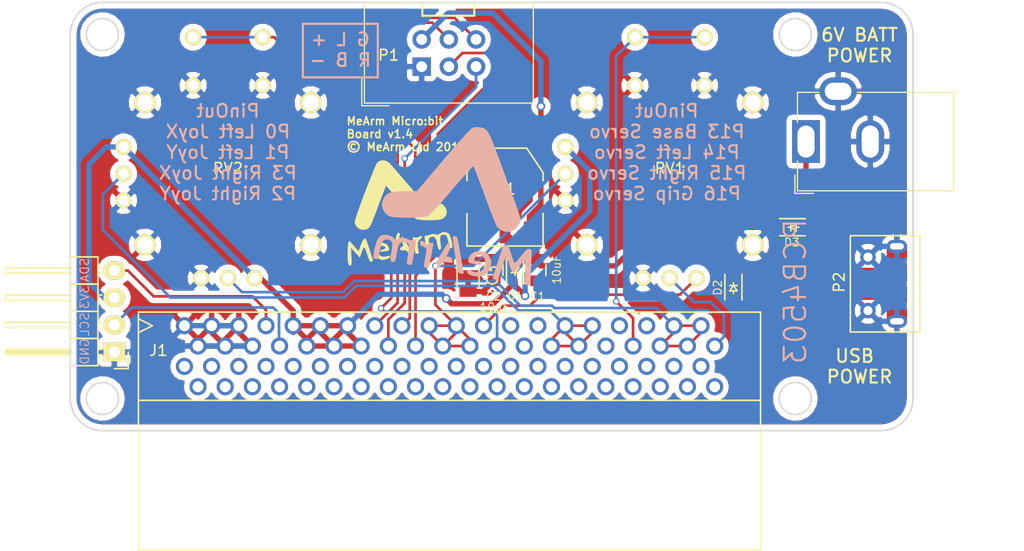
<source format=kicad_pcb>
(kicad_pcb (version 20171130) (host pcbnew "(5.0.0)")

  (general
    (thickness 1.6)
    (drawings 31)
    (tracks 224)
    (zones 0)
    (modules 16)
    (nets 20)
  )

  (page A4)
  (layers
    (0 F.Cu signal)
    (31 B.Cu signal)
    (32 B.Adhes user)
    (33 F.Adhes user)
    (34 B.Paste user)
    (35 F.Paste user)
    (36 B.SilkS user)
    (37 F.SilkS user)
    (38 B.Mask user)
    (39 F.Mask user)
    (40 Dwgs.User user)
    (41 Cmts.User user)
    (42 Eco1.User user)
    (43 Eco2.User user)
    (44 Edge.Cuts user)
    (45 Margin user)
    (46 B.CrtYd user)
    (47 F.CrtYd user)
    (48 B.Fab user)
    (49 F.Fab user)
  )

  (setup
    (last_trace_width 0.25)
    (user_trace_width 0.1)
    (user_trace_width 0.2)
    (trace_clearance 0.2)
    (zone_clearance 0.508)
    (zone_45_only no)
    (trace_min 0.1)
    (segment_width 0.2)
    (edge_width 0.15)
    (via_size 0.6)
    (via_drill 0.4)
    (via_min_size 0.4)
    (via_min_drill 0.3)
    (uvia_size 0.3)
    (uvia_drill 0.1)
    (uvias_allowed no)
    (uvia_min_size 0.2)
    (uvia_min_drill 0.1)
    (pcb_text_width 0.3)
    (pcb_text_size 1.5 1.5)
    (mod_edge_width 0.15)
    (mod_text_size 1 1)
    (mod_text_width 0.15)
    (pad_size 4 2.6)
    (pad_drill 3)
    (pad_to_mask_clearance 0.2)
    (aux_axis_origin 0 0)
    (visible_elements 7FFFFFFF)
    (pcbplotparams
      (layerselection 0x010fc_ffffffff)
      (usegerberextensions true)
      (usegerberattributes false)
      (usegerberadvancedattributes false)
      (creategerberjobfile false)
      (excludeedgelayer true)
      (linewidth 0.100000)
      (plotframeref false)
      (viasonmask false)
      (mode 1)
      (useauxorigin false)
      (hpglpennumber 1)
      (hpglpenspeed 20)
      (hpglpendiameter 15.000000)
      (psnegative false)
      (psa4output false)
      (plotreference true)
      (plotvalue true)
      (plotinvisibletext false)
      (padsonsilk false)
      (subtractmaskfromsilk false)
      (outputformat 1)
      (mirror false)
      (drillshape 0)
      (scaleselection 1)
      (outputdirectory "./output/v1.4"))
  )

  (net 0 "")
  (net 1 GND)
  (net 2 +5V)
  (net 3 BASE_SERVO)
  (net 4 LEFT_SERVO)
  (net 5 RIGHT_SERVO)
  (net 6 GRIP_SERVO)
  (net 7 +3V3)
  (net 8 BASE_JOYSTICK)
  (net 9 RIGHT_JOYSTICK)
  (net 10 LEFT_JOYSTICK)
  (net 11 GRIP_JOYSTICK)
  (net 12 BUTTON_B)
  (net 13 BUTTON_A)
  (net 14 GRIP_JOY_ENABLE)
  (net 15 SDA)
  (net 16 SCL)
  (net 17 "Net-(C2-Pad1)")
  (net 18 "Net-(D2-Pad2)")
  (net 19 "Net-(D3-Pad2)")

  (net_class Default "This is the default net class."
    (clearance 0.2)
    (trace_width 0.25)
    (via_dia 0.6)
    (via_drill 0.4)
    (uvia_dia 0.3)
    (uvia_drill 0.1)
    (add_net BASE_JOYSTICK)
    (add_net BASE_SERVO)
    (add_net BUTTON_A)
    (add_net BUTTON_B)
    (add_net GRIP_JOYSTICK)
    (add_net GRIP_JOY_ENABLE)
    (add_net GRIP_SERVO)
    (add_net LEFT_JOYSTICK)
    (add_net LEFT_SERVO)
    (add_net RIGHT_JOYSTICK)
    (add_net RIGHT_SERVO)
    (add_net SCL)
    (add_net SDA)
  )

  (net_class PWR ""
    (clearance 0.4)
    (trace_width 0.5)
    (via_dia 0.8)
    (via_drill 0.5)
    (uvia_dia 0.3)
    (uvia_drill 0.1)
    (add_net +3V3)
    (add_net +5V)
    (add_net GND)
    (add_net "Net-(C2-Pad1)")
    (add_net "Net-(D2-Pad2)")
    (add_net "Net-(D3-Pad2)")
  )

  (module LOGO (layer B.Cu) (tedit 5C38B4CE) (tstamp 5C38B8C5)
    (at 121 73 180)
    (fp_text reference G*** (at 0 0 180) (layer B.SilkS) hide
      (effects (font (size 1.524 1.524) (thickness 0.3)) (justify mirror))
    )
    (fp_text value LOGO (at 0.75 0 180) (layer B.SilkS) hide
      (effects (font (size 1.524 1.524) (thickness 0.3)) (justify mirror))
    )
    (fp_poly (pts (xy -1.8566 7.27863) (xy -1.735666 7.212143) (xy -1.62845 7.114426) (xy -1.424843 6.901203)
      (xy -1.137393 6.586604) (xy -0.778647 6.184764) (xy -0.361152 5.709814) (xy 0.102545 5.175888)
      (xy 0.599897 4.597116) (xy 0.931334 4.208205) (xy 3.344334 1.367549) (xy 4.402667 1.360636)
      (xy 4.979941 1.349192) (xy 5.417549 1.318488) (xy 5.744743 1.261091) (xy 5.990778 1.169565)
      (xy 6.184907 1.03648) (xy 6.346267 0.86676) (xy 6.550514 0.49879) (xy 6.609895 0.099069)
      (xy 6.533991 -0.294734) (xy 6.332383 -0.644946) (xy 6.014651 -0.913895) (xy 5.875892 -0.98265)
      (xy 5.655193 -1.03515) (xy 5.303659 -1.073544) (xy 4.859185 -1.09798) (xy 4.35967 -1.108605)
      (xy 3.84301 -1.105568) (xy 3.347101 -1.089017) (xy 2.909841 -1.059099) (xy 2.569125 -1.015964)
      (xy 2.383724 -0.969013) (xy 2.2708 -0.907581) (xy 2.127076 -0.796359) (xy 1.941233 -0.623361)
      (xy 1.701952 -0.376601) (xy 1.397912 -0.044094) (xy 1.017795 0.386144) (xy 0.550281 0.926099)
      (xy 0.124771 1.422821) (xy -0.326651 1.948837) (xy -0.745221 2.431486) (xy -1.117907 2.856128)
      (xy -1.431679 3.208129) (xy -1.673503 3.47285) (xy -1.830348 3.635654) (xy -1.88754 3.683)
      (xy -1.911735 3.676418) (xy -1.940432 3.64744) (xy -1.979124 3.582215) (xy -2.033303 3.466896)
      (xy -2.108462 3.287632) (xy -2.210095 3.030574) (xy -2.343694 2.681873) (xy -2.514751 2.22768)
      (xy -2.728761 1.654145) (xy -2.991215 0.94742) (xy -3.257679 0.228435) (xy -3.469569 -0.334097)
      (xy -3.671868 -0.853613) (xy -3.854563 -1.30575) (xy -4.007643 -1.666147) (xy -4.121094 -1.910441)
      (xy -4.175323 -2.004324) (xy -4.490956 -2.277754) (xy -4.880422 -2.420587) (xy -5.300181 -2.424281)
      (xy -5.673987 -2.298353) (xy -5.921086 -2.104802) (xy -6.143223 -1.826685) (xy -6.299084 -1.525408)
      (xy -6.348607 -1.295658) (xy -6.32046 -1.165302) (xy -6.240778 -0.901575) (xy -6.117941 -0.529481)
      (xy -5.960331 -0.074028) (xy -5.776328 0.439778) (xy -5.667593 0.736342) (xy -5.429999 1.379614)
      (xy -5.154258 2.127066) (xy -4.860561 2.923909) (xy -4.569098 3.715357) (xy -4.300061 4.446621)
      (xy -4.222849 4.656666) (xy -3.955279 5.376858) (xy -3.731543 5.953218) (xy -3.540743 6.402158)
      (xy -3.371986 6.740094) (xy -3.214376 6.983437) (xy -3.057016 7.148602) (xy -2.889012 7.252001)
      (xy -2.699469 7.310048) (xy -2.47749 7.339157) (xy -2.440223 7.342078) (xy -2.103959 7.343406)
      (xy -1.8566 7.27863)) (layer B.SilkS) (width 0.01))
    (fp_poly (pts (xy 6.623932 -2.753053) (xy 6.855738 -2.89614) (xy 7.038447 -3.156491) (xy 7.185131 -3.551998)
      (xy 7.295819 -4.031363) (xy 7.360466 -4.380673) (xy 7.407443 -4.660808) (xy 7.430872 -4.835072)
      (xy 7.430795 -4.874094) (xy 7.341179 -4.909202) (xy 7.185765 -4.952677) (xy 7.078986 -4.973071)
      (xy 7.00621 -4.94965) (xy 6.951808 -4.852636) (xy 6.900149 -4.652248) (xy 6.835606 -4.318707)
      (xy 6.826064 -4.267301) (xy 6.727116 -3.797741) (xy 6.624716 -3.473332) (xy 6.504426 -3.270249)
      (xy 6.351802 -3.164666) (xy 6.152404 -3.132759) (xy 6.138334 -3.132667) (xy 5.881747 -3.178035)
      (xy 5.716929 -3.329508) (xy 5.657256 -3.441836) (xy 5.63213 -3.572219) (xy 5.641877 -3.762562)
      (xy 5.68682 -4.054771) (xy 5.724146 -4.260553) (xy 5.794431 -4.685311) (xy 5.816226 -4.971611)
      (xy 5.785466 -5.144401) (xy 5.698083 -5.228624) (xy 5.562973 -5.249334) (xy 5.462954 -5.236506)
      (xy 5.394262 -5.175795) (xy 5.34222 -5.033859) (xy 5.292149 -4.777358) (xy 5.256857 -4.554017)
      (xy 5.169173 -4.06821) (xy 5.072204 -3.730193) (xy 4.954736 -3.518434) (xy 4.805556 -3.411399)
      (xy 4.648926 -3.386667) (xy 4.38485 -3.40542) (xy 4.20702 -3.47661) (xy 4.107545 -3.622632)
      (xy 4.078532 -3.865881) (xy 4.112088 -4.228751) (xy 4.191108 -4.685768) (xy 4.245171 -5.006524)
      (xy 4.274984 -5.263731) (xy 4.275663 -5.411975) (xy 4.270763 -5.426601) (xy 4.178631 -5.472353)
      (xy 4.017762 -5.502523) (xy 3.868119 -5.507485) (xy 3.809115 -5.482167) (xy 3.794237 -5.395883)
      (xy 3.75413 -5.174573) (xy 3.69454 -4.849683) (xy 3.621214 -4.452663) (xy 3.604249 -4.361127)
      (xy 3.519248 -3.877262) (xy 3.471845 -3.538281) (xy 3.460254 -3.324382) (xy 3.482687 -3.21576)
      (xy 3.499301 -3.198257) (xy 3.691323 -3.136815) (xy 3.837139 -3.195959) (xy 3.850409 -3.21422)
      (xy 3.949468 -3.22936) (xy 4.134214 -3.152517) (xy 4.172906 -3.12987) (xy 4.534068 -2.987833)
      (xy 4.889809 -2.988188) (xy 5.156686 -3.10274) (xy 5.304202 -3.192931) (xy 5.382958 -3.178596)
      (xy 5.433733 -3.102738) (xy 5.617917 -2.919356) (xy 5.909959 -2.780312) (xy 6.24932 -2.712181)
      (xy 6.329955 -2.709334) (xy 6.623932 -2.753053)) (layer B.SilkS) (width 0.01))
    (fp_poly (pts (xy 3.044716 -3.386188) (xy 3.048 -3.47926) (xy 3.011765 -3.669528) (xy 2.93038 -3.725334)
      (xy 2.781951 -3.77535) (xy 2.62308 -3.878927) (xy 2.433401 -4.03252) (xy 2.574977 -4.863094)
      (xy 2.632331 -5.215057) (xy 2.673324 -5.497302) (xy 2.692945 -5.673335) (xy 2.691777 -5.71359)
      (xy 2.600434 -5.745791) (xy 2.44401 -5.786899) (xy 2.341432 -5.805947) (xy 2.270227 -5.785193)
      (xy 2.216739 -5.696002) (xy 2.16731 -5.509736) (xy 2.108281 -5.19776) (xy 2.076162 -5.015643)
      (xy 2.004919 -4.617579) (xy 1.935611 -4.243135) (xy 1.879011 -3.950007) (xy 1.859412 -3.854629)
      (xy 1.818167 -3.642228) (xy 1.802085 -3.51841) (xy 1.803927 -3.506706) (xy 1.888366 -3.480938)
      (xy 2.053167 -3.439298) (xy 2.226347 -3.420855) (xy 2.284822 -3.489661) (xy 2.286 -3.512054)
      (xy 2.327462 -3.627862) (xy 2.442455 -3.600343) (xy 2.574695 -3.479774) (xy 2.752512 -3.33656)
      (xy 2.88415 -3.276034) (xy 3.001751 -3.275522) (xy 3.044716 -3.386188)) (layer B.SilkS) (width 0.01))
    (fp_poly (pts (xy 0.487755 -3.542264) (xy 0.654851 -3.777487) (xy 0.883748 -4.147937) (xy 1.128786 -4.566658)
      (xy 1.368082 -4.983532) (xy 1.574718 -5.348175) (xy 1.73496 -5.63597) (xy 1.835074 -5.822297)
      (xy 1.862667 -5.882155) (xy 1.788418 -5.912233) (xy 1.607132 -5.926488) (xy 1.581924 -5.926667)
      (xy 1.393085 -5.904224) (xy 1.257354 -5.809723) (xy 1.119036 -5.602407) (xy 1.10503 -5.577663)
      (xy 0.908879 -5.228659) (xy 0.444052 -5.28329) (xy 0.180144 -5.310659) (xy 0.047751 -5.304317)
      (xy 0.010432 -5.252111) (xy 0.03079 -5.145461) (xy 0.071812 -4.972165) (xy 0.083511 -4.896227)
      (xy 0.157151 -4.840437) (xy 0.333084 -4.7849) (xy 0.337128 -4.784005) (xy 0.589589 -4.728555)
      (xy 0.421795 -4.399651) (xy 0.313876 -4.121403) (xy 0.257653 -3.845942) (xy 0.255297 -3.792206)
      (xy 0.266229 -3.567239) (xy 0.302547 -3.445211) (xy 0.373355 -3.434196) (xy 0.487755 -3.542264)) (layer B.SilkS) (width 0.01))
    (fp_poly (pts (xy 0.000392 -2.917633) (xy 0.000882 -2.936461) (xy -0.011476 -3.095626) (xy -0.046096 -3.380006)
      (xy -0.097827 -3.756451) (xy -0.161515 -4.191812) (xy -0.232009 -4.652939) (xy -0.304157 -5.106684)
      (xy -0.372808 -5.519896) (xy -0.432808 -5.859427) (xy -0.479007 -6.092126) (xy -0.50332 -6.180667)
      (xy -0.604886 -6.267523) (xy -0.768413 -6.327311) (xy -0.92676 -6.345417) (xy -1.012787 -6.307229)
      (xy -1.015413 -6.292124) (xy -1.000937 -6.175293) (xy -0.96188 -5.928669) (xy -0.903743 -5.582962)
      (xy -0.832026 -5.16888) (xy -0.752228 -4.717133) (xy -0.669851 -4.25843) (xy -0.590392 -3.823479)
      (xy -0.519353 -3.44299) (xy -0.462234 -3.147671) (xy -0.424533 -2.968233) (xy -0.412945 -2.928186)
      (xy -0.315972 -2.883791) (xy -0.1905 -2.841146) (xy -0.044125 -2.824298) (xy 0.000392 -2.917633)) (layer B.SilkS) (width 0.01))
    (fp_poly (pts (xy -2.029829 -4.306632) (xy -1.719936 -4.510008) (xy -1.519341 -4.818677) (xy -1.469513 -5.005009)
      (xy -1.451154 -5.164402) (xy -1.475714 -5.271507) (xy -1.571616 -5.342841) (xy -1.767282 -5.394919)
      (xy -2.091134 -5.444258) (xy -2.264833 -5.467174) (xy -2.528353 -5.493288) (xy -2.663583 -5.478911)
      (xy -2.708015 -5.418067) (xy -2.709333 -5.3963) (xy -2.632474 -5.253972) (xy -2.414551 -5.176361)
      (xy -2.241739 -5.164667) (xy -2.045899 -5.128655) (xy -1.999154 -5.017184) (xy -2.099869 -4.825105)
      (xy -2.123965 -4.793618) (xy -2.327579 -4.613476) (xy -2.545325 -4.592758) (xy -2.802053 -4.729828)
      (xy -2.824915 -4.747479) (xy -2.999838 -4.982051) (xy -3.059588 -5.283057) (xy -3.014429 -5.60318)
      (xy -2.874626 -5.895102) (xy -2.650441 -6.111503) (xy -2.515304 -6.174846) (xy -2.183459 -6.210998)
      (xy -1.82548 -6.139575) (xy -1.558543 -5.999784) (xy -1.436639 -5.971262) (xy -1.365014 -6.088851)
      (xy -1.354666 -6.199098) (xy -1.432044 -6.344319) (xy -1.636532 -6.465068) (xy -1.926668 -6.552877)
      (xy -2.260987 -6.599273) (xy -2.598024 -6.595786) (xy -2.896315 -6.533945) (xy -2.930473 -6.521021)
      (xy -3.193817 -6.333114) (xy -3.409139 -6.029942) (xy -3.551867 -5.663941) (xy -3.597426 -5.287548)
      (xy -3.580643 -5.133612) (xy -3.429239 -4.722667) (xy -3.161755 -4.434241) (xy -2.782069 -4.27134)
      (xy -2.41854 -4.233334) (xy -2.029829 -4.306632)) (layer B.SilkS) (width 0.01))
    (fp_poly (pts (xy -4.74688 -3.693432) (xy -4.701671 -3.792622) (xy -4.618221 -4.019205) (xy -4.506265 -4.342952)
      (xy -4.37554 -4.733633) (xy -4.235781 -5.16102) (xy -4.096723 -5.594882) (xy -3.968103 -6.004991)
      (xy -3.859656 -6.361116) (xy -3.781117 -6.633028) (xy -3.742222 -6.790497) (xy -3.74088 -6.817103)
      (xy -3.83398 -6.855369) (xy -3.9956 -6.901357) (xy -4.087707 -6.91957) (xy -4.159978 -6.904894)
      (xy -4.225515 -6.833458) (xy -4.297417 -6.681393) (xy -4.388786 -6.424831) (xy -4.512722 -6.039902)
      (xy -4.572689 -5.849905) (xy -4.703935 -5.447173) (xy -4.822031 -5.109786) (xy -4.916083 -4.867077)
      (xy -4.975198 -4.748377) (xy -4.984431 -4.741334) (xy -5.037905 -4.81591) (xy -5.122963 -5.013299)
      (xy -5.222971 -5.29399) (xy -5.24283 -5.355167) (xy -5.382752 -5.790042) (xy -5.489079 -6.073957)
      (xy -5.583798 -6.215901) (xy -5.6889 -6.224866) (xy -5.826372 -6.10984) (xy -6.018204 -5.879813)
      (xy -6.142549 -5.723009) (xy -6.368223 -5.449034) (xy -6.560854 -5.2336) (xy -6.693186 -5.106281)
      (xy -6.731027 -5.084479) (xy -6.765442 -5.165283) (xy -6.77984 -5.408673) (xy -6.77409 -5.809073)
      (xy -6.756978 -6.199563) (xy -6.73645 -6.613951) (xy -6.721561 -6.961114) (xy -6.713492 -7.209452)
      (xy -6.713425 -7.32736) (xy -6.714618 -7.332672) (xy -6.799436 -7.357767) (xy -6.982494 -7.400027)
      (xy -6.994029 -7.402505) (xy -7.257059 -7.45879) (xy -7.31843 -5.796517) (xy -7.335908 -5.285057)
      (xy -7.348612 -4.834864) (xy -7.356029 -4.471995) (xy -7.357644 -4.222505) (xy -7.352942 -4.112453)
      (xy -7.351733 -4.10964) (xy -7.257989 -4.068183) (xy -7.141832 -4.02923) (xy -7.044774 -4.023334)
      (xy -6.933889 -4.079303) (xy -6.786107 -4.217543) (xy -6.578356 -4.458459) (xy -6.385925 -4.69782)
      (xy -6.101282 -5.043064) (xy -5.901903 -5.251622) (xy -5.781679 -5.329367) (xy -5.744307 -5.314608)
      (xy -5.689961 -5.189554) (xy -5.601433 -4.945541) (xy -5.493992 -4.625565) (xy -5.44188 -4.462988)
      (xy -5.319286 -4.096633) (xy -5.220182 -3.86361) (xy -5.127655 -3.732808) (xy -5.024793 -3.673115)
      (xy -5.010301 -3.669087) (xy -4.832517 -3.657977) (xy -4.74688 -3.693432)) (layer B.SilkS) (width 0.01))
  )

  (module Connector_BarrelJack:BarrelJack_CUI_PJ-102AH_Horizontal (layer F.Cu) (tedit 5C38B980) (tstamp 5C38AD27)
    (at 154 67 90)
    (descr "Thin-pin DC Barrel Jack, https://cdn-shop.adafruit.com/datasheets/21mmdcjackDatasheet.pdf")
    (tags "Power Jack")
    (fp_text reference "" (at 5.75 8.45 180) (layer F.SilkS)
      (effects (font (size 1 1) (thickness 0.15)))
    )
    (fp_text value BarrelJack_CUI_PJ-102AH_Horizontal (at -5.5 6.2 180) (layer F.Fab)
      (effects (font (size 1 1) (thickness 0.15)))
    )
    (fp_line (start -4.5 10.2) (end 4.5 10.2) (layer F.Fab) (width 0.1))
    (fp_line (start -3.5 -0.7) (end 4.5 -0.7) (layer F.Fab) (width 0.1))
    (fp_line (start -4.5 0.3) (end -3.5 -0.7) (layer F.Fab) (width 0.1))
    (fp_line (start -4.5 13.7) (end -4.5 0.3) (layer F.Fab) (width 0.1))
    (fp_line (start 4.5 13.7) (end -4.5 13.7) (layer F.Fab) (width 0.1))
    (fp_line (start 4.5 -0.7) (end 4.5 13.7) (layer F.Fab) (width 0.1))
    (fp_line (start -4.84 -1.04) (end -3.1 -1.04) (layer F.SilkS) (width 0.12))
    (fp_line (start -4.84 0.7) (end -4.84 -1.04) (layer F.SilkS) (width 0.12))
    (fp_line (start 4.6 -0.8) (end 4.6 1.2) (layer F.SilkS) (width 0.12))
    (fp_line (start 1.8 -0.8) (end 4.6 -0.8) (layer F.SilkS) (width 0.12))
    (fp_line (start -4.6 -0.8) (end -1.8 -0.8) (layer F.SilkS) (width 0.12))
    (fp_line (start -4.6 13.8) (end -4.6 -0.8) (layer F.SilkS) (width 0.12))
    (fp_line (start 4.6 13.8) (end -4.6 13.8) (layer F.SilkS) (width 0.12))
    (fp_line (start 4.6 4.8) (end 4.6 13.8) (layer F.SilkS) (width 0.12))
    (fp_line (start -1.8 -1.8) (end 1.8 -1.8) (layer F.CrtYd) (width 0.05))
    (fp_line (start -1.8 -1.2) (end -1.8 -1.8) (layer F.CrtYd) (width 0.05))
    (fp_line (start -5 -1.2) (end -1.8 -1.2) (layer F.CrtYd) (width 0.05))
    (fp_line (start -5 14.2) (end -5 -1.2) (layer F.CrtYd) (width 0.05))
    (fp_line (start 5 14.2) (end -5 14.2) (layer F.CrtYd) (width 0.05))
    (fp_line (start 5 4.8) (end 5 14.2) (layer F.CrtYd) (width 0.05))
    (fp_line (start 6.5 4.8) (end 5 4.8) (layer F.CrtYd) (width 0.05))
    (fp_line (start 6.5 1.2) (end 6.5 4.8) (layer F.CrtYd) (width 0.05))
    (fp_line (start 5 1.2) (end 6.5 1.2) (layer F.CrtYd) (width 0.05))
    (fp_line (start 5 -1.2) (end 5 1.2) (layer F.CrtYd) (width 0.05))
    (fp_line (start 1.8 -1.2) (end 5 -1.2) (layer F.CrtYd) (width 0.05))
    (fp_line (start 1.8 -1.8) (end 1.8 -1.2) (layer F.CrtYd) (width 0.05))
    (fp_text user %R (at 0 6.5 90) (layer F.Fab)
      (effects (font (size 1 1) (thickness 0.15)))
    )
    (pad GND thru_hole oval (at 4.7 3 90) (size 2.6 3.5) (drill oval 1.6 2.5) (layers *.Cu *.Mask)
      (net 1 GND))
    (pad GND thru_hole oval (at 0 6 90) (size 4 2.6) (drill oval 3 1.6) (layers *.Cu *.Mask)
      (net 1 GND))
    (pad 1 thru_hole trapezoid (at 0 0 90) (size 4 2.6) (drill oval 3 1.6) (layers *.Cu *.Mask)
      (net 19 "Net-(D3-Pad2)"))
    (model ${KISYS3DMOD}/Connector_BarrelJack.3dshapes/BarrelJack_CUI_PJ-102AH_Horizontal.wrl
      (at (xyz 0 0 0))
      (scale (xyz 1 1 1))
      (rotate (xyz 0 0 0))
    )
  )

  (module LOGO (layer F.Cu) (tedit 5C38A9AE) (tstamp 5C38AA84)
    (at 116.078 73.66)
    (fp_text reference G*** (at 0 0) (layer F.SilkS) hide
      (effects (font (size 1.524 1.524) (thickness 0.3)))
    )
    (fp_text value LOGO (at 0.75 0) (layer F.SilkS) hide
      (effects (font (size 1.524 1.524) (thickness 0.3)))
    )
    (fp_poly (pts (xy -1.209278 -4.811488) (xy -1.026604 -4.677833) (xy -0.906593 -4.551982) (xy -0.694451 -4.316605)
      (xy -0.407461 -3.991412) (xy -0.062905 -3.596116) (xy 0.321934 -3.150428) (xy 0.710993 -2.696082)
      (xy 2.202523 -0.947164) (xy 3.041964 -0.918082) (xy 3.438863 -0.900089) (xy 3.706324 -0.873252)
      (xy 3.88424 -0.82893) (xy 4.012508 -0.758478) (xy 4.092539 -0.690471) (xy 4.300017 -0.40057)
      (xy 4.367362 -0.082647) (xy 4.298557 0.222297) (xy 4.097585 0.473263) (xy 3.971612 0.554326)
      (xy 3.761987 0.615608) (xy 3.435867 0.65777) (xy 3.03609 0.680977) (xy 2.605494 0.685393)
      (xy 2.186917 0.671182) (xy 1.823199 0.638509) (xy 1.557176 0.587537) (xy 1.456962 0.544685)
      (xy 1.348492 0.443867) (xy 1.148686 0.234292) (xy 0.875922 -0.063812) (xy 0.548577 -0.430217)
      (xy 0.185029 -0.844698) (xy -0.009708 -1.069595) (xy -0.373504 -1.488662) (xy -0.699798 -1.858941)
      (xy -0.972807 -2.162979) (xy -1.176747 -2.38332) (xy -1.295832 -2.502511) (xy -1.319863 -2.51836)
      (xy -1.357745 -2.432791) (xy -1.445295 -2.21181) (xy -1.57352 -1.878852) (xy -1.733427 -1.457352)
      (xy -1.916021 -0.970746) (xy -1.992518 -0.765489) (xy -2.231127 -0.12618) (xy -2.420605 0.372992)
      (xy -2.570049 0.750901) (xy -2.688551 1.026418) (xy -2.785209 1.218415) (xy -2.869117 1.345764)
      (xy -2.949369 1.427337) (xy -3.035062 1.482006) (xy -3.087968 1.507516) (xy -3.383287 1.596841)
      (xy -3.654408 1.55765) (xy -3.829038 1.476688) (xy -4.101482 1.247942) (xy -4.225078 0.942293)
      (xy -4.232249 0.831066) (xy -4.201592 0.682785) (xy -4.116417 0.402362) (xy -3.985682 0.013304)
      (xy -3.818344 -0.460881) (xy -3.62336 -0.996685) (xy -3.409689 -1.570599) (xy -3.186288 -2.159116)
      (xy -2.962115 -2.738727) (xy -2.746128 -3.285926) (xy -2.547284 -3.777203) (xy -2.374541 -4.189051)
      (xy -2.236856 -4.497961) (xy -2.143188 -4.680426) (xy -2.119612 -4.713204) (xy -1.850334 -4.881557)
      (xy -1.530785 -4.913797) (xy -1.209278 -4.811488)) (layer F.SilkS) (width 0.01))
    (fp_poly (pts (xy 4.5349 1.928732) (xy 4.558719 1.952583) (xy 4.654912 2.117563) (xy 4.749224 2.376546)
      (xy 4.828037 2.673762) (xy 4.877732 2.953436) (xy 4.884689 3.159797) (xy 4.867775 3.218237)
      (xy 4.757076 3.313364) (xy 4.653412 3.253677) (xy 4.570645 3.053554) (xy 4.537218 2.875352)
      (xy 4.467581 2.467269) (xy 4.381142 2.205947) (xy 4.267025 2.068917) (xy 4.129595 2.033296)
      (xy 3.898199 2.063064) (xy 3.773538 2.168715) (xy 3.73687 2.380647) (xy 3.757067 2.637475)
      (xy 3.793211 2.927149) (xy 3.822714 3.168065) (xy 3.833206 3.256423) (xy 3.789583 3.408009)
      (xy 3.713974 3.451242) (xy 3.629629 3.431966) (xy 3.564101 3.313397) (xy 3.503581 3.065693)
      (xy 3.482397 2.950766) (xy 3.392766 2.561491) (xy 3.280546 2.324598) (xy 3.13183 2.223361)
      (xy 2.932711 2.24105) (xy 2.901164 2.251654) (xy 2.784841 2.2994) (xy 2.715669 2.364119)
      (xy 2.68796 2.480526) (xy 2.696025 2.683336) (xy 2.734177 3.007263) (xy 2.753343 3.153833)
      (xy 2.783148 3.431069) (xy 2.775961 3.579185) (xy 2.726508 3.635395) (xy 2.684362 3.640667)
      (xy 2.550991 3.570553) (xy 2.508092 3.4925) (xy 2.464734 3.308898) (xy 2.410571 3.033717)
      (xy 2.356039 2.726633) (xy 2.311579 2.447323) (xy 2.287628 2.255465) (xy 2.286 2.222795)
      (xy 2.353582 2.133873) (xy 2.434167 2.125627) (xy 2.614536 2.10422) (xy 2.821134 2.029973)
      (xy 3.075115 1.958915) (xy 3.293425 2.002846) (xy 3.500755 2.045358) (xy 3.677171 1.967775)
      (xy 3.72017 1.934489) (xy 3.994787 1.801352) (xy 4.286297 1.799863) (xy 4.5349 1.928732)) (layer F.SilkS) (width 0.01))
    (fp_poly (pts (xy 2.026452 2.171353) (xy 2.032 2.256185) (xy 1.961945 2.409868) (xy 1.8415 2.498756)
      (xy 1.705456 2.629129) (xy 1.651348 2.873991) (xy 1.677435 3.247698) (xy 1.721053 3.4925)
      (xy 1.753069 3.699388) (xy 1.724206 3.789665) (xy 1.618513 3.809982) (xy 1.612503 3.81)
      (xy 1.472538 3.801267) (xy 1.439217 3.788833) (xy 1.42551 3.701784) (xy 1.389009 3.487493)
      (xy 1.336479 3.185451) (xy 1.312333 3.048) (xy 1.255182 2.720271) (xy 1.211387 2.462886)
      (xy 1.187743 2.316042) (xy 1.185449 2.297296) (xy 1.256912 2.288442) (xy 1.413178 2.309815)
      (xy 1.675558 2.294234) (xy 1.836511 2.225281) (xy 1.976793 2.144743) (xy 2.026452 2.171353)) (layer F.SilkS) (width 0.01))
    (fp_poly (pts (xy 0.251504 2.269597) (xy 0.369588 2.451551) (xy 0.529186 2.712933) (xy 0.70987 3.019486)
      (xy 0.891212 3.33695) (xy 1.052782 3.631065) (xy 1.091487 3.704167) (xy 1.147875 3.844401)
      (xy 1.094307 3.891358) (xy 1.028716 3.894667) (xy 0.869614 3.828634) (xy 0.721953 3.674607)
      (xy 0.584842 3.521638) (xy 0.407984 3.479649) (xy 0.288882 3.488272) (xy 0.088658 3.494037)
      (xy 0.008446 3.436131) (xy 0 3.375371) (xy 0.070986 3.235232) (xy 0.175456 3.173056)
      (xy 0.300258 3.088202) (xy 0.288754 2.976851) (xy 0.23977 2.81324) (xy 0.200196 2.594484)
      (xy 0.177313 2.381046) (xy 0.178402 2.233391) (xy 0.195363 2.201333) (xy 0.251504 2.269597)) (layer F.SilkS) (width 0.01))
    (fp_poly (pts (xy -0.027791 1.899218) (xy -0.022585 2.036731) (xy -0.026271 2.053167) (xy -0.05747 2.212593)
      (xy -0.107219 2.495985) (xy -0.16807 2.859982) (xy -0.218935 3.175) (xy -0.286385 3.555488)
      (xy -0.355713 3.87276) (xy -0.418051 4.090062) (xy -0.458652 4.168537) (xy -0.606016 4.229303)
      (xy -0.677706 4.182252) (xy -0.678888 4.169833) (xy -0.666459 4.067026) (xy -0.631324 3.830031)
      (xy -0.578533 3.491705) (xy -0.513135 3.084902) (xy -0.496741 2.9845) (xy -0.419623 2.528503)
      (xy -0.358329 2.21448) (xy -0.304861 2.016753) (xy -0.251223 1.909646) (xy -0.189417 1.867483)
      (xy -0.147341 1.862667) (xy -0.027791 1.899218)) (layer F.SilkS) (width 0.01))
    (fp_poly (pts (xy -1.35072 2.872187) (xy -1.200092 2.989957) (xy -1.061268 3.195562) (xy -1.017396 3.38744)
      (xy -1.070473 3.520974) (xy -1.17475 3.556) (xy -1.372086 3.57249) (xy -1.598083 3.608917)
      (xy -1.799241 3.619784) (xy -1.861353 3.568086) (xy -1.78326 3.489546) (xy -1.603954 3.427965)
      (xy -1.411132 3.341203) (xy -1.366445 3.225222) (xy -1.463088 3.119127) (xy -1.667235 3.064222)
      (xy -1.915006 3.104472) (xy -2.060495 3.269533) (xy -2.090295 3.54008) (xy -2.072613 3.648501)
      (xy -1.942553 3.932397) (xy -1.711538 4.084191) (xy -1.388435 4.100672) (xy -1.066199 4.012969)
      (xy -0.951531 4.019659) (xy -0.931333 4.088992) (xy -1.006682 4.20119) (xy -1.196912 4.306037)
      (xy -1.448302 4.380481) (xy -1.662299 4.402667) (xy -1.849407 4.347849) (xy -2.070008 4.211506)
      (xy -2.126877 4.164208) (xy -2.334342 3.887031) (xy -2.407537 3.579061) (xy -2.359312 3.278099)
      (xy -2.202519 3.021941) (xy -1.950008 2.848386) (xy -1.661037 2.794) (xy -1.35072 2.872187)) (layer F.SilkS) (width 0.01))
    (fp_poly (pts (xy -3.207384 2.415978) (xy -3.174057 2.472849) (xy -3.077116 2.744598) (xy -2.961915 3.084471)
      (xy -2.840685 3.454111) (xy -2.725655 3.815158) (xy -2.629054 4.129256) (xy -2.563111 4.358045)
      (xy -2.54 4.461635) (xy -2.609944 4.553684) (xy -2.695431 4.572) (xy -2.787379 4.533781)
      (xy -2.876733 4.401425) (xy -2.977745 4.148383) (xy -3.061531 3.890063) (xy -3.165968 3.580446)
      (xy -3.261997 3.345441) (xy -3.333671 3.222408) (xy -3.3506 3.21273) (xy -3.416743 3.289042)
      (xy -3.509119 3.482572) (xy -3.5902 3.700931) (xy -3.751399 4.18453) (xy -4.169521 3.722098)
      (xy -4.587643 3.259667) (xy -4.544274 4.085167) (xy -4.526733 4.464707) (xy -4.525163 4.706174)
      (xy -4.543827 4.840421) (xy -4.586983 4.8983) (xy -4.658265 4.910667) (xy -4.769077 4.867248)
      (xy -4.837984 4.712815) (xy -4.868152 4.550833) (xy -4.895251 4.256585) (xy -4.904536 3.9032)
      (xy -4.898058 3.530732) (xy -4.877865 3.179236) (xy -4.846007 2.888768) (xy -4.804533 2.699381)
      (xy -4.770818 2.648383) (xy -4.674318 2.694264) (xy -4.512425 2.845379) (xy -4.319034 3.069796)
      (xy -4.306266 3.08605) (xy -4.118152 3.318288) (xy -3.969248 3.486261) (xy -3.890043 3.555712)
      (xy -3.88802 3.556) (xy -3.839077 3.481732) (xy -3.761901 3.287933) (xy -3.681484 3.042993)
      (xy -3.565058 2.738615) (xy -3.434094 2.51789) (xy -3.308299 2.402963) (xy -3.207384 2.415978)) (layer F.SilkS) (width 0.01))
  )

  (module Custom:MOLEX_MICRO_USB (layer F.Cu) (tedit 5A4E160B) (tstamp 5C38B394)
    (at 159.7904 80.2894 90)
    (path /5A4CE56B)
    (fp_text reference P2 (at 0.1524 -2.6924 270) (layer F.SilkS)
      (effects (font (size 1 1) (thickness 0.15)))
    )
    (fp_text value USB_OTG (at 0.1 -2.85 90) (layer F.Fab) hide
      (effects (font (size 1 1) (thickness 0.15)))
    )
    (fp_line (start -4.5 -1.65) (end 4.5 -1.65) (layer F.SilkS) (width 0.15))
    (fp_line (start 4.5 4.85) (end 4.5 -1.65) (layer F.SilkS) (width 0.15))
    (fp_line (start -4.5 4.85) (end -4.5 -1.65) (layer F.SilkS) (width 0.15))
    (fp_line (start -4.5 4.85) (end 4.5 4.85) (layer F.SilkS) (width 0.15))
    (fp_line (start 4.5 4.15) (end -4.5 4.15) (layer F.SilkS) (width 0.15))
    (pad 3 smd rect (at 0 -0.5 90) (size 0.4 2.35) (layers F.Cu F.Paste F.Mask)
      (solder_mask_margin 0.1125) (clearance 0.1125))
    (pad 4 smd rect (at 0.65 -0.5 90) (size 0.4 2.35) (layers F.Cu F.Paste F.Mask)
      (solder_mask_margin 0.1125) (clearance 0.1125))
    (pad 5 smd rect (at 1.3 -0.5 90) (size 0.4 2.35) (layers F.Cu F.Paste F.Mask)
      (net 1 GND) (solder_mask_margin 0.1125) (clearance 0.1125))
    (pad 2 smd rect (at -0.65 -0.5 90) (size 0.4 2.35) (layers F.Cu F.Paste F.Mask)
      (solder_mask_margin 0.1125) (clearance 0.1125))
    (pad 1 smd rect (at -1.3 -0.5 90) (size 0.4 2.35) (layers F.Cu F.Paste F.Mask)
      (net 18 "Net-(D2-Pad2)") (solder_mask_margin 0.1125) (clearance 0.1125))
    (pad 6 thru_hole circle (at 2.5 0 90) (size 1.45 1.45) (drill 0.85) (layers *.Cu *.Mask F.Paste)
      (net 1 GND))
    (pad 6 thru_hole circle (at -2.5 0 90) (size 1.45 1.45) (drill 0.85) (layers *.Cu *.Mask F.Paste)
      (net 1 GND))
    (pad 6 thru_hole oval (at 3.5 2.7 90) (size 1.2 1.9) (drill oval 0.6 1.3) (layers *.Cu *.Mask F.Paste)
      (net 1 GND))
    (pad 6 thru_hole oval (at -3.5 2.7 90) (size 1.2 1.9) (drill oval 0.6 1.3) (layers *.Cu *.Mask F.Paste)
      (net 1 GND))
    (pad 6 smd rect (at 1 2.7 90) (size 1.5 1.9) (layers F.Cu F.Paste F.Mask)
      (net 1 GND))
    (pad 6 smd rect (at -1 2.7 90) (size 1.5 1.9) (layers F.Cu F.Paste F.Mask)
      (net 1 GND))
    (pad 6 smd rect (at 2.9 2.7 90) (size 1.2 1.9) (layers F.Cu F.Paste F.Mask)
      (net 1 GND))
    (pad 6 smd rect (at -2.9 2.7 90) (size 1.2 1.9) (layers F.Cu F.Paste F.Mask)
      (net 1 GND))
  )

  (module Custom:JOYSTICK (layer F.Cu) (tedit 5A4E15F4) (tstamp 5A4CEF5C)
    (at 141.275 70 180)
    (path /5A4CE642)
    (fp_text reference RV1 (at 0 0.5 180) (layer F.SilkS)
      (effects (font (size 1 1) (thickness 0.15)))
    )
    (fp_text value DUAL_POT_JOYSTICK (at 0 -0.5 180) (layer F.Fab) hide
      (effects (font (size 1 1) (thickness 0.15)))
    )
    (pad 9 thru_hole circle (at 7.75 -6.65 180) (size 2 2) (drill 1.5) (layers *.Cu *.Mask F.SilkS)
      (net 1 GND))
    (pad 9 thru_hole circle (at -7.75 -6.65 180) (size 2 2) (drill 1.5) (layers *.Cu *.Mask F.SilkS)
      (net 1 GND))
    (pad 9 thru_hole circle (at -7.75 6.65 180) (size 2 2) (drill 1.5) (layers *.Cu *.Mask F.SilkS)
      (net 1 GND))
    (pad 9 thru_hole circle (at 7.75 6.65 180) (size 2 2) (drill 1.5) (layers *.Cu *.Mask F.SilkS)
      (net 1 GND))
    (pad 1 thru_hole circle (at -2.5 -9.75 180) (size 1.5 1.5) (drill 1) (layers *.Cu *.Mask F.SilkS)
      (net 14 GRIP_JOY_ENABLE))
    (pad 2 thru_hole circle (at 0 -9.75 180) (size 1.5 1.5) (drill 1) (layers *.Cu *.Mask F.SilkS)
      (net 11 GRIP_JOYSTICK))
    (pad 3 thru_hole circle (at 2.5 -9.75 180) (size 1.5 1.5) (drill 1) (layers *.Cu *.Mask F.SilkS)
      (net 1 GND))
    (pad 4 thru_hole circle (at 9.75 -2.5 180) (size 1.5 1.5) (drill 1) (layers *.Cu *.Mask F.SilkS)
      (net 1 GND))
    (pad 5 thru_hole circle (at 9.75 0 180) (size 1.5 1.5) (drill 1) (layers *.Cu *.Mask F.SilkS)
      (net 10 LEFT_JOYSTICK))
    (pad 6 thru_hole circle (at 9.75 2.5 180) (size 1.5 1.5) (drill 1) (layers *.Cu *.Mask F.SilkS)
      (net 7 +3V3))
    (pad 7 thru_hole circle (at -3.25 8.25 180) (size 1.5 1.5) (drill 1) (layers *.Cu *.Mask F.SilkS)
      (net 1 GND))
    (pad 7 thru_hole circle (at 3.25 8.25 180) (size 1.5 1.5) (drill 1) (layers *.Cu *.Mask F.SilkS)
      (net 1 GND))
    (pad 8 thru_hole circle (at -3.25 12.75 180) (size 1.5 1.5) (drill 1) (layers *.Cu *.Mask F.SilkS)
      (net 13 BUTTON_A))
    (pad 8 thru_hole circle (at 3.25 12.75 180) (size 1.5 1.5) (drill 1) (layers *.Cu *.Mask F.SilkS)
      (net 13 BUTTON_A))
  )

  (module Custom:JOYSTICK (layer F.Cu) (tedit 5A4E15F7) (tstamp 5A4CEF6E)
    (at 100 70 180)
    (path /5A4CE684)
    (fp_text reference RV2 (at 0 0.5 180) (layer F.SilkS)
      (effects (font (size 1 1) (thickness 0.15)))
    )
    (fp_text value DUAL_POT_JOYSTICK (at 0 -0.5 180) (layer F.Fab) hide
      (effects (font (size 1 1) (thickness 0.15)))
    )
    (pad 9 thru_hole circle (at 7.75 -6.65 180) (size 2 2) (drill 1.5) (layers *.Cu *.Mask F.SilkS)
      (net 1 GND))
    (pad 9 thru_hole circle (at -7.75 -6.65 180) (size 2 2) (drill 1.5) (layers *.Cu *.Mask F.SilkS)
      (net 1 GND))
    (pad 9 thru_hole circle (at -7.75 6.65 180) (size 2 2) (drill 1.5) (layers *.Cu *.Mask F.SilkS)
      (net 1 GND))
    (pad 9 thru_hole circle (at 7.75 6.65 180) (size 2 2) (drill 1.5) (layers *.Cu *.Mask F.SilkS)
      (net 1 GND))
    (pad 1 thru_hole circle (at -2.5 -9.75 180) (size 1.5 1.5) (drill 1) (layers *.Cu *.Mask F.SilkS)
      (net 7 +3V3))
    (pad 2 thru_hole circle (at 0 -9.75 180) (size 1.5 1.5) (drill 1) (layers *.Cu *.Mask F.SilkS)
      (net 8 BASE_JOYSTICK))
    (pad 3 thru_hole circle (at 2.5 -9.75 180) (size 1.5 1.5) (drill 1) (layers *.Cu *.Mask F.SilkS)
      (net 1 GND))
    (pad 4 thru_hole circle (at 9.75 -2.5 180) (size 1.5 1.5) (drill 1) (layers *.Cu *.Mask F.SilkS)
      (net 1 GND))
    (pad 5 thru_hole circle (at 9.75 0 180) (size 1.5 1.5) (drill 1) (layers *.Cu *.Mask F.SilkS)
      (net 9 RIGHT_JOYSTICK))
    (pad 6 thru_hole circle (at 9.75 2.5 180) (size 1.5 1.5) (drill 1) (layers *.Cu *.Mask F.SilkS)
      (net 7 +3V3))
    (pad 7 thru_hole circle (at -3.25 8.25 180) (size 1.5 1.5) (drill 1) (layers *.Cu *.Mask F.SilkS)
      (net 1 GND))
    (pad 7 thru_hole circle (at 3.25 8.25 180) (size 1.5 1.5) (drill 1) (layers *.Cu *.Mask F.SilkS)
      (net 1 GND))
    (pad 8 thru_hole circle (at -3.25 12.75 180) (size 1.5 1.5) (drill 1) (layers *.Cu *.Mask F.SilkS)
      (net 12 BUTTON_B))
    (pad 8 thru_hole circle (at 3.25 12.75 180) (size 1.5 1.5) (drill 1) (layers *.Cu *.Mask F.SilkS)
      (net 12 BUTTON_B))
  )

  (module TO_SOT_Packages_SMD:SOT-223 (layer F.Cu) (tedit 5A4E15F1) (tstamp 5A4CEF76)
    (at 125.8824 72.1868)
    (descr "module CMS SOT223 4 pins")
    (tags "CMS SOT")
    (path /5A4E0430)
    (attr smd)
    (fp_text reference U1 (at 0 -0.762) (layer F.SilkS)
      (effects (font (size 1 1) (thickness 0.15)))
    )
    (fp_text value LD1117S33CTR (at 0 0.762) (layer F.Fab) hide
      (effects (font (size 1 1) (thickness 0.15)))
    )
    (fp_line (start -3.556 1.524) (end -3.556 4.572) (layer F.SilkS) (width 0.15))
    (fp_line (start -3.556 4.572) (end 3.556 4.572) (layer F.SilkS) (width 0.15))
    (fp_line (start 3.556 4.572) (end 3.556 1.524) (layer F.SilkS) (width 0.15))
    (fp_line (start -3.556 -1.524) (end -3.556 -2.286) (layer F.SilkS) (width 0.15))
    (fp_line (start -3.556 -2.286) (end -2.032 -4.572) (layer F.SilkS) (width 0.15))
    (fp_line (start -2.032 -4.572) (end 2.032 -4.572) (layer F.SilkS) (width 0.15))
    (fp_line (start 2.032 -4.572) (end 3.556 -2.286) (layer F.SilkS) (width 0.15))
    (fp_line (start 3.556 -2.286) (end 3.556 -1.524) (layer F.SilkS) (width 0.15))
    (pad 4 smd rect (at 0 -3.302) (size 3.6576 2.032) (layers F.Cu F.Paste F.Mask))
    (pad 2 smd rect (at 0 3.302) (size 1.016 2.032) (layers F.Cu F.Paste F.Mask)
      (net 17 "Net-(C2-Pad1)"))
    (pad 3 smd rect (at 2.286 3.302) (size 1.016 2.032) (layers F.Cu F.Paste F.Mask)
      (net 2 +5V))
    (pad 1 smd rect (at -2.286 3.302) (size 1.016 2.032) (layers F.Cu F.Paste F.Mask)
      (net 1 GND))
    (model TO_SOT_Packages_SMD.3dshapes/SOT-223.wrl
      (at (xyz 0 0 0))
      (scale (xyz 0.4 0.4 0.4))
      (rotate (xyz 0 0 0))
    )
  )

  (module Pin_Headers:Pin_Header_Angled_1x04 (layer F.Cu) (tedit 5A4E1BD1) (tstamp 5A4D2134)
    (at 89.3826 86.6648 180)
    (descr "Through hole pin header")
    (tags "pin header")
    (path /5A4D3E04)
    (fp_text reference P4 (at 0 -5.1 180) (layer F.SilkS) hide
      (effects (font (size 1 1) (thickness 0.15)))
    )
    (fp_text value CONN_01X04 (at 0 -3.1 180) (layer F.Fab) hide
      (effects (font (size 1 1) (thickness 0.15)))
    )
    (fp_line (start -1.5 -1.75) (end -1.5 9.4) (layer F.CrtYd) (width 0.05))
    (fp_line (start 10.65 -1.75) (end 10.65 9.4) (layer F.CrtYd) (width 0.05))
    (fp_line (start -1.5 -1.75) (end 10.65 -1.75) (layer F.CrtYd) (width 0.05))
    (fp_line (start -1.5 9.4) (end 10.65 9.4) (layer F.CrtYd) (width 0.05))
    (fp_line (start -1.3 -1.55) (end -1.3 0) (layer F.SilkS) (width 0.15))
    (fp_line (start 0 -1.55) (end -1.3 -1.55) (layer F.SilkS) (width 0.15))
    (fp_line (start 4.191 -0.127) (end 10.033 -0.127) (layer F.SilkS) (width 0.15))
    (fp_line (start 10.033 -0.127) (end 10.033 0.127) (layer F.SilkS) (width 0.15))
    (fp_line (start 10.033 0.127) (end 4.191 0.127) (layer F.SilkS) (width 0.15))
    (fp_line (start 4.191 0.127) (end 4.191 0) (layer F.SilkS) (width 0.15))
    (fp_line (start 4.191 0) (end 10.033 0) (layer F.SilkS) (width 0.15))
    (fp_line (start 1.524 -0.254) (end 1.143 -0.254) (layer F.SilkS) (width 0.15))
    (fp_line (start 1.524 0.254) (end 1.143 0.254) (layer F.SilkS) (width 0.15))
    (fp_line (start 1.524 2.286) (end 1.143 2.286) (layer F.SilkS) (width 0.15))
    (fp_line (start 1.524 2.794) (end 1.143 2.794) (layer F.SilkS) (width 0.15))
    (fp_line (start 1.524 4.826) (end 1.143 4.826) (layer F.SilkS) (width 0.15))
    (fp_line (start 1.524 5.334) (end 1.143 5.334) (layer F.SilkS) (width 0.15))
    (fp_line (start 1.524 7.874) (end 1.143 7.874) (layer F.SilkS) (width 0.15))
    (fp_line (start 1.524 7.366) (end 1.143 7.366) (layer F.SilkS) (width 0.15))
    (fp_line (start 1.524 -1.27) (end 4.064 -1.27) (layer F.SilkS) (width 0.15))
    (fp_line (start 1.524 1.27) (end 4.064 1.27) (layer F.SilkS) (width 0.15))
    (fp_line (start 1.524 1.27) (end 1.524 3.81) (layer F.SilkS) (width 0.15))
    (fp_line (start 1.524 3.81) (end 4.064 3.81) (layer F.SilkS) (width 0.15))
    (fp_line (start 4.064 2.286) (end 10.16 2.286) (layer F.SilkS) (width 0.15))
    (fp_line (start 10.16 2.286) (end 10.16 2.794) (layer F.SilkS) (width 0.15))
    (fp_line (start 10.16 2.794) (end 4.064 2.794) (layer F.SilkS) (width 0.15))
    (fp_line (start 4.064 3.81) (end 4.064 1.27) (layer F.SilkS) (width 0.15))
    (fp_line (start 4.064 1.27) (end 4.064 -1.27) (layer F.SilkS) (width 0.15))
    (fp_line (start 10.16 0.254) (end 4.064 0.254) (layer F.SilkS) (width 0.15))
    (fp_line (start 10.16 -0.254) (end 10.16 0.254) (layer F.SilkS) (width 0.15))
    (fp_line (start 4.064 -0.254) (end 10.16 -0.254) (layer F.SilkS) (width 0.15))
    (fp_line (start 1.524 1.27) (end 4.064 1.27) (layer F.SilkS) (width 0.15))
    (fp_line (start 1.524 -1.27) (end 1.524 1.27) (layer F.SilkS) (width 0.15))
    (fp_line (start 1.524 6.35) (end 4.064 6.35) (layer F.SilkS) (width 0.15))
    (fp_line (start 1.524 6.35) (end 1.524 8.89) (layer F.SilkS) (width 0.15))
    (fp_line (start 1.524 8.89) (end 4.064 8.89) (layer F.SilkS) (width 0.15))
    (fp_line (start 4.064 7.366) (end 10.16 7.366) (layer F.SilkS) (width 0.15))
    (fp_line (start 10.16 7.366) (end 10.16 7.874) (layer F.SilkS) (width 0.15))
    (fp_line (start 10.16 7.874) (end 4.064 7.874) (layer F.SilkS) (width 0.15))
    (fp_line (start 4.064 8.89) (end 4.064 6.35) (layer F.SilkS) (width 0.15))
    (fp_line (start 4.064 6.35) (end 4.064 3.81) (layer F.SilkS) (width 0.15))
    (fp_line (start 10.16 5.334) (end 4.064 5.334) (layer F.SilkS) (width 0.15))
    (fp_line (start 10.16 4.826) (end 10.16 5.334) (layer F.SilkS) (width 0.15))
    (fp_line (start 4.064 4.826) (end 10.16 4.826) (layer F.SilkS) (width 0.15))
    (fp_line (start 1.524 6.35) (end 4.064 6.35) (layer F.SilkS) (width 0.15))
    (fp_line (start 1.524 3.81) (end 1.524 6.35) (layer F.SilkS) (width 0.15))
    (fp_line (start 1.524 3.81) (end 4.064 3.81) (layer F.SilkS) (width 0.15))
    (pad 1 thru_hole rect (at 0 0 180) (size 2.032 1.7272) (drill 1.016) (layers *.Cu *.Mask F.SilkS)
      (net 1 GND))
    (pad 2 thru_hole oval (at 0 2.54 180) (size 2.032 1.7272) (drill 1.016) (layers *.Cu *.Mask F.SilkS)
      (net 16 SCL))
    (pad 3 thru_hole oval (at 0 5.08 180) (size 2.032 1.7272) (drill 1.016) (layers *.Cu *.Mask F.SilkS)
      (net 7 +3V3))
    (pad 4 thru_hole oval (at 0 7.62 180) (size 2.032 1.7272) (drill 1.016) (layers *.Cu *.Mask F.SilkS)
      (net 15 SDA))
    (model Pin_Headers.3dshapes/Pin_Header_Angled_1x04.wrl
      (offset (xyz 0 -3.809999942779541 0))
      (scale (xyz 1 1 1))
      (rotate (xyz 0 0 90))
    )
  )

  (module Diodes_SMD:SOD-323 (layer F.Cu) (tedit 5A4E1377) (tstamp 5A4E0D04)
    (at 126.8222 79 90)
    (descr SOD-323)
    (tags SOD-323)
    (path /5A72FE19)
    (attr smd)
    (fp_text reference D1 (at -2.4578 0 180) (layer F.SilkS)
      (effects (font (size 0.75 0.75) (thickness 0.1)))
    )
    (fp_text value BAT60AE6327 (at 0.1 1.9 90) (layer F.Fab) hide
      (effects (font (size 1 1) (thickness 0.15)))
    )
    (fp_line (start 0.25 0) (end 0.5 0) (layer F.SilkS) (width 0.15))
    (fp_line (start -0.25 0) (end -0.5 0) (layer F.SilkS) (width 0.15))
    (fp_line (start -0.25 0) (end 0.25 -0.35) (layer F.SilkS) (width 0.15))
    (fp_line (start 0.25 -0.35) (end 0.25 0.35) (layer F.SilkS) (width 0.15))
    (fp_line (start 0.25 0.35) (end -0.25 0) (layer F.SilkS) (width 0.15))
    (fp_line (start -0.25 -0.35) (end -0.25 0.35) (layer F.SilkS) (width 0.15))
    (fp_line (start -1.5 -0.95) (end 1.5 -0.95) (layer F.CrtYd) (width 0.05))
    (fp_line (start 1.5 -0.95) (end 1.5 0.95) (layer F.CrtYd) (width 0.05))
    (fp_line (start -1.5 0.95) (end 1.5 0.95) (layer F.CrtYd) (width 0.05))
    (fp_line (start -1.5 -0.95) (end -1.5 0.95) (layer F.CrtYd) (width 0.05))
    (fp_line (start -1.3 0.8) (end 1.1 0.8) (layer F.SilkS) (width 0.15))
    (fp_line (start -1.3 -0.8) (end 1.1 -0.8) (layer F.SilkS) (width 0.15))
    (pad 1 smd rect (at -1.055 0 90) (size 0.59 0.45) (layers F.Cu F.Paste F.Mask)
      (net 7 +3V3))
    (pad 2 smd rect (at 1.055 0 90) (size 0.59 0.45) (layers F.Cu F.Paste F.Mask)
      (net 17 "Net-(C2-Pad1)"))
    (model Diodes_SMD.3dshapes/SOD-323.wrl
      (at (xyz 0 0 0))
      (scale (xyz 1 1 1))
      (rotate (xyz 0 0 180))
    )
  )

  (module Connectors_IDC:IDC-Header_2x03_Pitch2.54mm_Straight (layer F.Cu) (tedit 5A4E1608) (tstamp 5A4E14A8)
    (at 118.0975 60 90)
    (descr "6 pins through hole IDC header")
    (tags "IDC header socket VASCH AVR ISP")
    (path /5A4CE6BF)
    (fp_text reference P1 (at 1.072 -3.0863 180) (layer F.SilkS)
      (effects (font (size 1 1) (thickness 0.15)))
    )
    (fp_text value CONN_02X03 (at 1.27 11.684 90) (layer F.Fab) hide
      (effects (font (size 1 1) (thickness 0.15)))
    )
    (fp_text user %R (at 1.27 2.54 90) (layer F.Fab) hide
      (effects (font (size 1 1) (thickness 0.15)))
    )
    (fp_line (start 5.695 -5.1) (end 5.695 10.18) (layer F.Fab) (width 0.1))
    (fp_line (start 5.145 -4.56) (end 5.145 9.62) (layer F.Fab) (width 0.1))
    (fp_line (start -3.155 -5.1) (end -3.155 10.18) (layer F.Fab) (width 0.1))
    (fp_line (start -2.605 -4.56) (end -2.605 0.29) (layer F.Fab) (width 0.1))
    (fp_line (start -2.605 4.79) (end -2.605 9.62) (layer F.Fab) (width 0.1))
    (fp_line (start -2.605 0.29) (end -3.155 0.29) (layer F.Fab) (width 0.1))
    (fp_line (start -2.605 4.79) (end -3.155 4.79) (layer F.Fab) (width 0.1))
    (fp_line (start 5.695 -5.1) (end -3.155 -5.1) (layer F.Fab) (width 0.1))
    (fp_line (start 5.145 -4.56) (end -2.605 -4.56) (layer F.Fab) (width 0.1))
    (fp_line (start 5.695 10.18) (end -3.155 10.18) (layer F.Fab) (width 0.1))
    (fp_line (start 5.145 9.62) (end -2.605 9.62) (layer F.Fab) (width 0.1))
    (fp_line (start 5.695 -5.1) (end 5.145 -4.56) (layer F.Fab) (width 0.1))
    (fp_line (start 5.695 10.18) (end 5.145 9.62) (layer F.Fab) (width 0.1))
    (fp_line (start -3.155 -5.1) (end -2.605 -4.56) (layer F.Fab) (width 0.1))
    (fp_line (start -3.155 10.18) (end -2.605 9.62) (layer F.Fab) (width 0.1))
    (fp_line (start 6.2 -5.85) (end 6.2 10.67) (layer F.CrtYd) (width 0.05))
    (fp_line (start 6.2 10.67) (end -3.91 10.67) (layer F.CrtYd) (width 0.05))
    (fp_line (start -3.91 10.67) (end -3.91 -5.85) (layer F.CrtYd) (width 0.05))
    (fp_line (start -3.91 -5.85) (end 6.2 -5.85) (layer F.CrtYd) (width 0.05))
    (fp_line (start 5.945 -5.35) (end 5.945 10.43) (layer F.SilkS) (width 0.12))
    (fp_line (start 5.945 10.43) (end -3.405 10.43) (layer F.SilkS) (width 0.12))
    (fp_line (start -3.405 10.43) (end -3.405 -5.35) (layer F.SilkS) (width 0.12))
    (fp_line (start -3.405 -5.35) (end 5.945 -5.35) (layer F.SilkS) (width 0.12))
    (fp_line (start -3.655 -5.6) (end -3.655 -3.06) (layer F.SilkS) (width 0.12))
    (fp_line (start -3.655 -5.6) (end -1.115 -5.6) (layer F.SilkS) (width 0.12))
    (pad 1 thru_hole rect (at 0 0 90) (size 1.7272 1.7272) (drill 1.016) (layers *.Cu *.Mask)
      (net 1 GND))
    (pad 2 thru_hole oval (at 2.54 0 90) (size 1.7272 1.7272) (drill 1.016) (layers *.Cu *.Mask)
      (net 2 +5V))
    (pad 3 thru_hole oval (at 0 2.54 90) (size 1.7272 1.7272) (drill 1.016) (layers *.Cu *.Mask)
      (net 3 BASE_SERVO))
    (pad 4 thru_hole oval (at 2.54 2.54 90) (size 1.7272 1.7272) (drill 1.016) (layers *.Cu *.Mask)
      (net 4 LEFT_SERVO))
    (pad 5 thru_hole oval (at 0 5.08 90) (size 1.7272 1.7272) (drill 1.016) (layers *.Cu *.Mask)
      (net 5 RIGHT_SERVO))
    (pad 6 thru_hole oval (at 2.54 5.08 90) (size 1.7272 1.7272) (drill 1.016) (layers *.Cu *.Mask)
      (net 6 GRIP_SERVO))
    (model ${KISYS3DMOD}/Connectors_IDC.3dshapes/IDC-Header_2x03_Pitch2.54mm_Straight.wrl
      (at (xyz 0 0 0))
      (scale (xyz 1 1 1))
      (rotate (xyz 0 0 0))
    )
  )

  (module Capacitors_SMD:C_0805 (layer F.Cu) (tedit 5A730588) (tstamp 5A636A62)
    (at 128.8542 79 270)
    (descr "Capacitor SMD 0805, reflow soldering, AVX (see smccp.pdf)")
    (tags "capacitor 0805")
    (path /5A4E094A)
    (attr smd)
    (fp_text reference C1 (at 2.4578 -0.0508) (layer F.SilkS)
      (effects (font (size 0.75 0.75) (thickness 0.1)))
    )
    (fp_text value 10uF (at -0.0314 -1.8542 270) (layer F.SilkS)
      (effects (font (size 0.75 0.75) (thickness 0.1)))
    )
    (fp_line (start -1.8 -1) (end 1.8 -1) (layer F.CrtYd) (width 0.05))
    (fp_line (start -1.8 1) (end 1.8 1) (layer F.CrtYd) (width 0.05))
    (fp_line (start -1.8 -1) (end -1.8 1) (layer F.CrtYd) (width 0.05))
    (fp_line (start 1.8 -1) (end 1.8 1) (layer F.CrtYd) (width 0.05))
    (fp_line (start 0.5 -0.85) (end -0.5 -0.85) (layer F.SilkS) (width 0.15))
    (fp_line (start -0.5 0.85) (end 0.5 0.85) (layer F.SilkS) (width 0.15))
    (pad 1 smd rect (at -1 0 270) (size 1 1.25) (layers F.Cu F.Paste F.Mask)
      (net 2 +5V))
    (pad 2 smd rect (at 1 0 270) (size 1 1.25) (layers F.Cu F.Paste F.Mask)
      (net 1 GND))
    (model Capacitors_SMD.3dshapes/C_0805.wrl
      (at (xyz 0 0 0))
      (scale (xyz 1 1 1))
      (rotate (xyz 0 0 0))
    )
  )

  (module Capacitors_SMD:C_0805 (layer F.Cu) (tedit 5A730583) (tstamp 5A636A67)
    (at 124.841 79 270)
    (descr "Capacitor SMD 0805, reflow soldering, AVX (see smccp.pdf)")
    (tags "capacitor 0805")
    (path /5A4E098E)
    (attr smd)
    (fp_text reference C2 (at 2.4578 0.0254) (layer F.SilkS)
      (effects (font (size 0.75 0.75) (thickness 0.1)))
    )
    (fp_text value 10uF (at 3.4484 -0.0508) (layer F.SilkS)
      (effects (font (size 0.75 0.75) (thickness 0.1)))
    )
    (fp_line (start -1.8 -1) (end 1.8 -1) (layer F.CrtYd) (width 0.05))
    (fp_line (start -1.8 1) (end 1.8 1) (layer F.CrtYd) (width 0.05))
    (fp_line (start -1.8 -1) (end -1.8 1) (layer F.CrtYd) (width 0.05))
    (fp_line (start 1.8 -1) (end 1.8 1) (layer F.CrtYd) (width 0.05))
    (fp_line (start 0.5 -0.85) (end -0.5 -0.85) (layer F.SilkS) (width 0.15))
    (fp_line (start -0.5 0.85) (end 0.5 0.85) (layer F.SilkS) (width 0.15))
    (pad 1 smd rect (at -1 0 270) (size 1 1.25) (layers F.Cu F.Paste F.Mask)
      (net 17 "Net-(C2-Pad1)"))
    (pad 2 smd rect (at 1 0 270) (size 1 1.25) (layers F.Cu F.Paste F.Mask)
      (net 1 GND))
    (model Capacitors_SMD.3dshapes/C_0805.wrl
      (at (xyz 0 0 0))
      (scale (xyz 1 1 1))
      (rotate (xyz 0 0 0))
    )
  )

  (module Diodes_SMD:SOD-323 (layer F.Cu) (tedit 5A7305AB) (tstamp 5A72EEEE)
    (at 147.2184 80.6958 270)
    (descr SOD-323)
    (tags SOD-323)
    (path /5A72EEF0)
    (attr smd)
    (fp_text reference D2 (at -0.0508 1.4732 270) (layer F.SilkS)
      (effects (font (size 0.75 0.75) (thickness 0.1)))
    )
    (fp_text value BAT60AE6327 (at 0.1 1.9 270) (layer F.Fab) hide
      (effects (font (size 1 1) (thickness 0.15)))
    )
    (fp_line (start 0.25 0) (end 0.5 0) (layer F.SilkS) (width 0.15))
    (fp_line (start -0.25 0) (end -0.5 0) (layer F.SilkS) (width 0.15))
    (fp_line (start -0.25 0) (end 0.25 -0.35) (layer F.SilkS) (width 0.15))
    (fp_line (start 0.25 -0.35) (end 0.25 0.35) (layer F.SilkS) (width 0.15))
    (fp_line (start 0.25 0.35) (end -0.25 0) (layer F.SilkS) (width 0.15))
    (fp_line (start -0.25 -0.35) (end -0.25 0.35) (layer F.SilkS) (width 0.15))
    (fp_line (start -1.5 -0.95) (end 1.5 -0.95) (layer F.CrtYd) (width 0.05))
    (fp_line (start 1.5 -0.95) (end 1.5 0.95) (layer F.CrtYd) (width 0.05))
    (fp_line (start -1.5 0.95) (end 1.5 0.95) (layer F.CrtYd) (width 0.05))
    (fp_line (start -1.5 -0.95) (end -1.5 0.95) (layer F.CrtYd) (width 0.05))
    (fp_line (start -1.3 0.8) (end 1.1 0.8) (layer F.SilkS) (width 0.15))
    (fp_line (start -1.3 -0.8) (end 1.1 -0.8) (layer F.SilkS) (width 0.15))
    (pad 1 smd rect (at -1.055 0 270) (size 0.59 0.45) (layers F.Cu F.Paste F.Mask)
      (net 2 +5V))
    (pad 2 smd rect (at 1.055 0 270) (size 0.59 0.45) (layers F.Cu F.Paste F.Mask)
      (net 18 "Net-(D2-Pad2)"))
    (model Diodes_SMD.3dshapes/SOD-323.wrl
      (at (xyz 0 0 0))
      (scale (xyz 1 1 1))
      (rotate (xyz 0 0 180))
    )
  )

  (module Diodes_SMD:SOD-323 (layer F.Cu) (tedit 5A730B08) (tstamp 5C38B610)
    (at 152.8318 75)
    (descr SOD-323)
    (tags SOD-323)
    (path /5A72F6BD)
    (attr smd)
    (fp_text reference D3 (at -0.1524 1.4224) (layer F.SilkS)
      (effects (font (size 0.75 0.75) (thickness 0.1)))
    )
    (fp_text value BAT60AE6327 (at 0.1 1.9) (layer F.Fab) hide
      (effects (font (size 1 1) (thickness 0.15)))
    )
    (fp_line (start 0.25 0) (end 0.5 0) (layer F.SilkS) (width 0.15))
    (fp_line (start -0.25 0) (end -0.5 0) (layer F.SilkS) (width 0.15))
    (fp_line (start -0.25 0) (end 0.25 -0.35) (layer F.SilkS) (width 0.15))
    (fp_line (start 0.25 -0.35) (end 0.25 0.35) (layer F.SilkS) (width 0.15))
    (fp_line (start 0.25 0.35) (end -0.25 0) (layer F.SilkS) (width 0.15))
    (fp_line (start -0.25 -0.35) (end -0.25 0.35) (layer F.SilkS) (width 0.15))
    (fp_line (start -1.5 -0.95) (end 1.5 -0.95) (layer F.CrtYd) (width 0.05))
    (fp_line (start 1.5 -0.95) (end 1.5 0.95) (layer F.CrtYd) (width 0.05))
    (fp_line (start -1.5 0.95) (end 1.5 0.95) (layer F.CrtYd) (width 0.05))
    (fp_line (start -1.5 -0.95) (end -1.5 0.95) (layer F.CrtYd) (width 0.05))
    (fp_line (start -1.3 0.8) (end 1.1 0.8) (layer F.SilkS) (width 0.15))
    (fp_line (start -1.3 -0.8) (end 1.1 -0.8) (layer F.SilkS) (width 0.15))
    (pad 1 smd rect (at -1.055 0) (size 0.59 0.45) (layers F.Cu F.Paste F.Mask)
      (net 2 +5V))
    (pad 2 smd rect (at 1.055 0) (size 0.59 0.45) (layers F.Cu F.Paste F.Mask)
      (net 19 "Net-(D3-Pad2)"))
    (model Diodes_SMD.3dshapes/SOD-323.wrl
      (at (xyz 0 0 0))
      (scale (xyz 1 1 1))
      (rotate (xyz 0 0 180))
    )
  )

  (module Custom:Microbit_Connector_RA_TH (layer F.Cu) (tedit 5A7307F0) (tstamp 5A6383CA)
    (at 95.9358 84.201)
    (descr "BBC micro:bit horizontal edge connector (through hole)")
    (tags "bbc microbit edge connector horizontal")
    (path /5A4CE76C)
    (fp_text reference J1 (at -2.4384 2.3114) (layer F.SilkS)
      (effects (font (size 1 1) (thickness 0.15)))
    )
    (fp_text value microbit_edge_connector (at 24.6 8) (layer F.Fab)
      (effects (font (size 1 1) (thickness 0.15)))
    )
    (fp_line (start -4.3 6.97) (end -4.3 20.97) (layer F.SilkS) (width 0.15))
    (fp_line (start -4.3 20.97) (end 53.82 20.97) (layer F.SilkS) (width 0.15))
    (fp_line (start 53.82 20.97) (end 53.82 6.97) (layer F.SilkS) (width 0.15))
    (fp_line (start -2.27 0.09) (end -3.67 0.79) (layer F.Fab) (width 0.1))
    (fp_line (start -3.68 -0.62) (end -2.28 0.08) (layer F.Fab) (width 0.1))
    (fp_line (start -3.69 6.33) (end -3.69 -0.63) (layer F.Fab) (width 0.1))
    (fp_line (start 53.21 6.33) (end -3.69 6.33) (layer F.Fab) (width 0.1))
    (fp_line (start 53.21 -0.63) (end 53.21 6.33) (layer F.Fab) (width 0.1))
    (fp_line (start -3.69 -0.63) (end 53.21 -0.63) (layer F.Fab) (width 0.1))
    (fp_text user %R (at 24.765 3.81) (layer F.Fab) hide
      (effects (font (size 1 1) (thickness 0.15)))
    )
    (fp_line (start -4.3 -1.27) (end -4.3 8.89) (layer F.CrtYd) (width 0.05))
    (fp_line (start -4.3 8.89) (end 53.82 8.89) (layer F.CrtYd) (width 0.05))
    (fp_line (start 53.82 8.89) (end 53.82 -1.27) (layer F.CrtYd) (width 0.05))
    (fp_line (start 53.82 -1.27) (end -4.3 -1.27) (layer F.CrtYd) (width 0.05))
    (fp_line (start -4.27 -0.635) (end -3 0) (layer F.SilkS) (width 0.15))
    (fp_line (start -3 0) (end -4.27 0.635) (layer F.SilkS) (width 0.15))
    (fp_line (start 53.82 6.97) (end -4.3 6.97) (layer F.SilkS) (width 0.15))
    (fp_line (start -4.3 6.97) (end -4.3 -1.27) (layer F.SilkS) (width 0.15))
    (fp_line (start -4.3 -1.27) (end 53.82 -1.27) (layer F.SilkS) (width 0.15))
    (fp_line (start 53.82 -1.27) (end 53.82 6.97) (layer F.SilkS) (width 0.15))
    (pad 80 thru_hole oval (at 49.53 5.7) (size 1.6 1.6) (drill 1.016) (layers *.Cu *.Mask))
    (pad 78 thru_hole oval (at 48.26 3.8) (size 1.6 1.6) (drill 1.016) (layers *.Cu *.Mask))
    (pad 76 thru_hole oval (at 46.99 5.7) (size 1.6 1.6) (drill 1.016) (layers *.Cu *.Mask))
    (pad 74 thru_hole oval (at 45.72 3.8) (size 1.6 1.6) (drill 1.016) (layers *.Cu *.Mask))
    (pad 72 thru_hole oval (at 44.45 5.7) (size 1.6 1.6) (drill 1.016) (layers *.Cu *.Mask))
    (pad 70 thru_hole oval (at 43.18 3.8) (size 1.6 1.6) (drill 1.016) (layers *.Cu *.Mask))
    (pad 68 thru_hole oval (at 41.91 5.7) (size 1.6 1.6) (drill 1.016) (layers *.Cu *.Mask))
    (pad 66 thru_hole oval (at 40.64 3.8) (size 1.6 1.6) (drill 1.016) (layers *.Cu *.Mask))
    (pad 64 thru_hole oval (at 39.37 5.7) (size 1.6 1.6) (drill 1.016) (layers *.Cu *.Mask))
    (pad 62 thru_hole oval (at 38.1 3.8) (size 1.6 1.6) (drill 1.016) (layers *.Cu *.Mask))
    (pad 60 thru_hole oval (at 36.83 5.7) (size 1.6 1.6) (drill 1.016) (layers *.Cu *.Mask))
    (pad 58 thru_hole oval (at 35.56 3.8) (size 1.6 1.6) (drill 1.016) (layers *.Cu *.Mask))
    (pad 56 thru_hole oval (at 34.29 5.7) (size 1.6 1.6) (drill 1.016) (layers *.Cu *.Mask))
    (pad 54 thru_hole oval (at 33.02 3.8) (size 1.6 1.6) (drill 1.016) (layers *.Cu *.Mask))
    (pad 52 thru_hole oval (at 31.75 5.7) (size 1.6 1.6) (drill 1.016) (layers *.Cu *.Mask))
    (pad 50 thru_hole oval (at 30.48 3.8) (size 1.6 1.6) (drill 1.016) (layers *.Cu *.Mask))
    (pad 48 thru_hole oval (at 29.21 5.7) (size 1.6 1.6) (drill 1.016) (layers *.Cu *.Mask))
    (pad 46 thru_hole oval (at 27.94 3.8) (size 1.6 1.6) (drill 1.016) (layers *.Cu *.Mask))
    (pad 43 thru_hole oval (at 26.67 1.9) (size 1.6 1.6) (drill 1.016) (layers *.Cu *.Mask)
      (net 10 LEFT_JOYSTICK))
    (pad 47 thru_hole oval (at 29.21 1.9) (size 1.6 1.6) (drill 1.016) (layers *.Cu *.Mask)
      (net 12 BUTTON_B))
    (pad 51 thru_hole oval (at 31.75 1.9) (size 1.6 1.6) (drill 1.016) (layers *.Cu *.Mask))
    (pad 55 thru_hole oval (at 34.29 1.9) (size 1.6 1.6) (drill 1.016) (layers *.Cu *.Mask)
      (net 9 RIGHT_JOYSTICK))
    (pad 59 thru_hole oval (at 36.83 1.9) (size 1.6 1.6) (drill 1.016) (layers *.Cu *.Mask)
      (net 9 RIGHT_JOYSTICK))
    (pad 63 thru_hole oval (at 39.37 1.9) (size 1.6 1.6) (drill 1.016) (layers *.Cu *.Mask))
    (pad 67 thru_hole oval (at 41.91 1.9) (size 1.6 1.6) (drill 1.016) (layers *.Cu *.Mask)
      (net 13 BUTTON_A))
    (pad 71 thru_hole oval (at 44.45 1.9) (size 1.6 1.6) (drill 1.016) (layers *.Cu *.Mask)
      (net 8 BASE_JOYSTICK))
    (pad 75 thru_hole oval (at 46.99 1.9) (size 1.6 1.6) (drill 1.016) (layers *.Cu *.Mask)
      (net 8 BASE_JOYSTICK))
    (pad 79 thru_hole oval (at 49.53 1.9) (size 1.6 1.6) (drill 1.016) (layers *.Cu *.Mask)
      (net 11 GRIP_JOYSTICK))
    (pad 45 thru_hole oval (at 27.94 0) (size 1.6 1.6) (drill 1.016) (layers *.Cu *.Mask)
      (net 14 GRIP_JOY_ENABLE))
    (pad 49 thru_hole oval (at 30.48 0) (size 1.6 1.6) (drill 1.016) (layers *.Cu *.Mask))
    (pad 53 thru_hole oval (at 33.02 0) (size 1.6 1.6) (drill 1.016) (layers *.Cu *.Mask))
    (pad 57 thru_hole oval (at 35.56 0) (size 1.6 1.6) (drill 1.016) (layers *.Cu *.Mask)
      (net 9 RIGHT_JOYSTICK))
    (pad 61 thru_hole oval (at 38.1 0) (size 1.6 1.6) (drill 1.016) (layers *.Cu *.Mask)
      (net 9 RIGHT_JOYSTICK))
    (pad 65 thru_hole oval (at 40.64 0) (size 1.6 1.6) (drill 1.016) (layers *.Cu *.Mask))
    (pad 69 thru_hole oval (at 43.18 0) (size 1.6 1.6) (drill 1.016) (layers *.Cu *.Mask))
    (pad 73 thru_hole oval (at 45.72 0) (size 1.6 1.6) (drill 1.016) (layers *.Cu *.Mask)
      (net 8 BASE_JOYSTICK))
    (pad 77 thru_hole oval (at 48.26 0) (size 1.6 1.6) (drill 1.016) (layers *.Cu *.Mask)
      (net 8 BASE_JOYSTICK))
    (pad 44 thru_hole oval (at 26.67 5.7) (size 1.6 1.6) (drill 1.016) (layers *.Cu *.Mask))
    (pad 4 thru_hole oval (at 1.27 5.7) (size 1.6 1.6) (drill 1.016) (layers *.Cu *.Mask))
    (pad 2 thru_hole oval (at 0 3.8) (size 1.6 1.6) (drill 1.016) (layers *.Cu *.Mask))
    (pad 41 thru_hole oval (at 25.4 0) (size 1.6 1.6) (drill 1.016) (layers *.Cu *.Mask)
      (net 10 LEFT_JOYSTICK))
    (pad 37 thru_hole oval (at 22.86 0) (size 1.6 1.6) (drill 1.016) (layers *.Cu *.Mask)
      (net 10 LEFT_JOYSTICK))
    (pad 33 thru_hole oval (at 20.32 0) (size 1.6 1.6) (drill 1.016) (layers *.Cu *.Mask)
      (net 4 LEFT_SERVO))
    (pad 29 thru_hole oval (at 17.78 0) (size 1.6 1.6) (drill 1.016) (layers *.Cu *.Mask)
      (net 6 GRIP_SERVO))
    (pad 25 thru_hole oval (at 15.24 0) (size 1.6 1.6) (drill 1.016) (layers *.Cu *.Mask)
      (net 7 +3V3))
    (pad 21 thru_hole oval (at 12.7 0) (size 1.6 1.6) (drill 1.016) (layers *.Cu *.Mask)
      (net 7 +3V3))
    (pad 17 thru_hole oval (at 10.16 0) (size 1.6 1.6) (drill 1.016) (layers *.Cu *.Mask)
      (net 7 +3V3))
    (pad 13 thru_hole oval (at 7.62 0) (size 1.6 1.6) (drill 1.016) (layers *.Cu *.Mask)
      (net 15 SDA))
    (pad 9 thru_hole oval (at 5.08 0) (size 1.6 1.6) (drill 1.016) (layers *.Cu *.Mask)
      (net 1 GND))
    (pad 5 thru_hole oval (at 2.54 0) (size 1.6 1.6) (drill 1.016) (layers *.Cu *.Mask)
      (net 1 GND))
    (pad 39 thru_hole oval (at 24.13 1.9) (size 1.6 1.6) (drill 1.016) (layers *.Cu *.Mask)
      (net 10 LEFT_JOYSTICK))
    (pad 35 thru_hole oval (at 21.59 1.9) (size 1.6 1.6) (drill 1.016) (layers *.Cu *.Mask)
      (net 3 BASE_SERVO))
    (pad 31 thru_hole oval (at 19.05 1.9) (size 1.6 1.6) (drill 1.016) (layers *.Cu *.Mask)
      (net 5 RIGHT_SERVO))
    (pad 27 thru_hole oval (at 16.51 1.9) (size 1.6 1.6) (drill 1.016) (layers *.Cu *.Mask)
      (net 7 +3V3))
    (pad 23 thru_hole oval (at 13.97 1.9) (size 1.6 1.6) (drill 1.016) (layers *.Cu *.Mask)
      (net 7 +3V3))
    (pad 19 thru_hole oval (at 11.43 1.9) (size 1.6 1.6) (drill 1.016) (layers *.Cu *.Mask)
      (net 7 +3V3))
    (pad 15 thru_hole oval (at 8.89 1.9) (size 1.6 1.6) (drill 1.016) (layers *.Cu *.Mask)
      (net 16 SCL))
    (pad 11 thru_hole oval (at 6.35 1.9) (size 1.6 1.6) (drill 1.016) (layers *.Cu *.Mask)
      (net 1 GND))
    (pad 7 thru_hole oval (at 3.81 1.9) (size 1.6 1.6) (drill 1.016) (layers *.Cu *.Mask)
      (net 1 GND))
    (pad 3 thru_hole oval (at 1.27 1.9) (size 1.6 1.6) (drill 1.016) (layers *.Cu *.Mask)
      (net 1 GND))
    (pad 1 thru_hole circle (at 0 0) (size 1.6 1.6) (drill 1.016) (layers *.Cu *.Mask)
      (net 1 GND))
    (pad 6 thru_hole oval (at 2.54 3.8) (size 1.6 1.6) (drill 1.016) (layers *.Cu *.Mask))
    (pad 8 thru_hole oval (at 3.81 5.7) (size 1.6 1.6) (drill 1.016) (layers *.Cu *.Mask))
    (pad 10 thru_hole oval (at 5.08 3.8) (size 1.6 1.6) (drill 1.016) (layers *.Cu *.Mask))
    (pad 12 thru_hole oval (at 6.35 5.7) (size 1.6 1.6) (drill 1.016) (layers *.Cu *.Mask))
    (pad 14 thru_hole oval (at 7.62 3.8) (size 1.6 1.6) (drill 1.016) (layers *.Cu *.Mask))
    (pad 16 thru_hole oval (at 8.89 5.7) (size 1.6 1.6) (drill 1.016) (layers *.Cu *.Mask))
    (pad 18 thru_hole oval (at 10.16 3.8) (size 1.6 1.6) (drill 1.016) (layers *.Cu *.Mask))
    (pad 20 thru_hole oval (at 11.43 5.7) (size 1.6 1.6) (drill 1.016) (layers *.Cu *.Mask))
    (pad 22 thru_hole oval (at 12.7 3.8) (size 1.6 1.6) (drill 1.016) (layers *.Cu *.Mask))
    (pad 24 thru_hole oval (at 13.97 5.7) (size 1.6 1.6) (drill 1.016) (layers *.Cu *.Mask))
    (pad 26 thru_hole oval (at 15.24 3.8) (size 1.6 1.6) (drill 1.016) (layers *.Cu *.Mask))
    (pad 28 thru_hole oval (at 16.51 5.7) (size 1.6 1.6) (drill 1.016) (layers *.Cu *.Mask))
    (pad 30 thru_hole oval (at 17.78 3.8) (size 1.6 1.6) (drill 1.016) (layers *.Cu *.Mask))
    (pad 32 thru_hole oval (at 19.05 5.7) (size 1.6 1.6) (drill 1.016) (layers *.Cu *.Mask))
    (pad 34 thru_hole oval (at 20.32 3.8) (size 1.6 1.6) (drill 1.016) (layers *.Cu *.Mask))
    (pad 36 thru_hole oval (at 21.59 5.7) (size 1.6 1.6) (drill 1.016) (layers *.Cu *.Mask))
    (pad 38 thru_hole oval (at 22.86 3.8) (size 1.6 1.6) (drill 1.016) (layers *.Cu *.Mask))
    (pad 40 thru_hole oval (at 24.13 5.7) (size 1.6 1.6) (drill 1.016) (layers *.Cu *.Mask))
    (pad 42 thru_hole oval (at 25.4 3.8) (size 1.6 1.6) (drill 1.016) (layers *.Cu *.Mask))
    (model ${KISYS3DMOD}/Connectors_4UCON.3dshapes/4UCON_17909_02x401.27mm_Vertical.wrl
      (at (xyz 0 0 0))
      (scale (xyz 1 1 1))
      (rotate (xyz 0 0 0))
    )
  )

  (module Capacitors_SMD:C_1206 (layer F.Cu) (tedit 5415D7BD) (tstamp 5A958726)
    (at 122.428 79.502 270)
    (descr "Capacitor SMD 1206, reflow soldering, AVX (see smccp.pdf)")
    (tags "capacitor 1206")
    (path /5A4E08FF)
    (attr smd)
    (fp_text reference C3 (at 0 -2.3 270) (layer F.SilkS)
      (effects (font (size 1 1) (thickness 0.15)))
    )
    (fp_text value 100uF (at 0 2.3 270) (layer F.Fab)
      (effects (font (size 1 1) (thickness 0.15)))
    )
    (fp_line (start -2.3 -1.15) (end 2.3 -1.15) (layer F.CrtYd) (width 0.05))
    (fp_line (start -2.3 1.15) (end 2.3 1.15) (layer F.CrtYd) (width 0.05))
    (fp_line (start -2.3 -1.15) (end -2.3 1.15) (layer F.CrtYd) (width 0.05))
    (fp_line (start 2.3 -1.15) (end 2.3 1.15) (layer F.CrtYd) (width 0.05))
    (fp_line (start 1 -1.025) (end -1 -1.025) (layer F.SilkS) (width 0.15))
    (fp_line (start -1 1.025) (end 1 1.025) (layer F.SilkS) (width 0.15))
    (pad 1 smd rect (at -1.5 0 270) (size 1 1.6) (layers F.Cu F.Paste F.Mask)
      (net 17 "Net-(C2-Pad1)"))
    (pad 2 smd rect (at 1.5 0 270) (size 1 1.6) (layers F.Cu F.Paste F.Mask)
      (net 1 GND))
    (model Capacitors_SMD.3dshapes/C_1206.wrl
      (at (xyz 0 0 0))
      (scale (xyz 1 1 1))
      (rotate (xyz 0 0 0))
    )
  )

  (gr_line (start 107 56) (end 107.5 56) (layer B.SilkS) (width 0.2))
  (gr_line (start 107 61) (end 107 56) (layer B.SilkS) (width 0.2))
  (gr_line (start 114 61) (end 107 61) (layer B.SilkS) (width 0.2))
  (gr_line (start 114 56) (end 114 61) (layer B.SilkS) (width 0.2))
  (gr_line (start 107.5 56) (end 114 56) (layer B.SilkS) (width 0.2))
  (gr_text "G L +\nR B -" (at 110.5 58.42) (layer B.SilkS) (tstamp 5C38B95A)
    (effects (font (size 1.2 1.2) (thickness 0.2)) (justify mirror))
  )
  (gr_text GND (at 86.614 86.614 90) (layer B.SilkS) (tstamp 5C38B947)
    (effects (font (size 0.8 0.8) (thickness 0.1)) (justify mirror))
  )
  (gr_text SDA (at 86.614 78.994 90) (layer B.SilkS) (tstamp 5C38B947)
    (effects (font (size 0.8 0.8) (thickness 0.1)) (justify mirror))
  )
  (gr_text 3V3 (at 86.614 81.534 90) (layer B.SilkS) (tstamp 5C38B947)
    (effects (font (size 0.8 0.8) (thickness 0.1)) (justify mirror))
  )
  (gr_text SCL (at 86.614 84.074 90) (layer B.SilkS)
    (effects (font (size 0.8 0.8) (thickness 0.1)) (justify mirror))
  )
  (gr_text PCB4503 (at 153 81 90) (layer B.SilkS) (tstamp 5C38B8FD)
    (effects (font (size 2 2) (thickness 0.2)) (justify mirror))
  )
  (gr_text "PinOut\nP13 Base Servo\nP14 Left Servo\nP15 Right Servo\nP16 Grip Servo" (at 141 68) (layer B.SilkS) (tstamp 5C38B890)
    (effects (font (size 1.2 1.2) (thickness 0.2)) (justify mirror))
  )
  (gr_text "PinOut\nP0 Left JoyX\nP1 Left JoyY\nP3 Right JoyX\nP2 Right JoyY" (at 100 68) (layer B.SilkS) (tstamp 5C38B885)
    (effects (font (size 1.2 1.2) (thickness 0.2)) (justify mirror))
  )
  (gr_line (start 161 94) (end 88 94) (layer Edge.Cuts) (width 0.15))
  (gr_line (start 161 54) (end 88 54) (layer Edge.Cuts) (width 0.15))
  (gr_text "6V BATT\nPOWER" (at 159 58) (layer F.SilkS) (tstamp 5C38B85F)
    (effects (font (size 1.2 1.2) (thickness 0.2)))
  )
  (gr_text "USB \nPOWER" (at 159 88) (layer F.SilkS)
    (effects (font (size 1.2 1.2) (thickness 0.2)))
  )
  (gr_line (start 123.0122 55.245) (end 123.0122 54.102) (layer F.SilkS) (width 0.2))
  (gr_line (start 118.1608 55.245) (end 123.0122 55.245) (layer F.SilkS) (width 0.2))
  (gr_line (start 118.1608 54.0512) (end 118.1608 55.2704) (layer F.SilkS) (width 0.2))
  (gr_text "MeArm Micro:bit \nBoard v1.4\n© MeArm Ltd 2019" (at 111 66.294) (layer F.SilkS)
    (effects (font (size 0.75 0.75) (thickness 0.15)) (justify left))
  )
  (gr_arc (start 161 57) (end 161 54) (angle 90) (layer Edge.Cuts) (width 0.15) (tstamp 5C38B5C3))
  (gr_arc (start 88.275 57) (end 85.275 57) (angle 90) (layer Edge.Cuts) (width 0.15))
  (gr_arc (start 88.275 91) (end 88.275 94) (angle 90) (layer Edge.Cuts) (width 0.15))
  (gr_arc (start 161 91) (end 164 91) (angle 90) (layer Edge.Cuts) (width 0.15))
  (gr_line (start 85.275 91) (end 85.275 57) (layer Edge.Cuts) (width 0.15))
  (gr_line (start 164 91) (end 164 57) (layer Edge.Cuts) (width 0.15) (tstamp 5C38ADBD))
  (gr_circle (center 88.275 91) (end 89.775 91) (layer Edge.Cuts) (width 0.15))
  (gr_circle (center 88.275 57) (end 89.775 57) (layer Edge.Cuts) (width 0.15))
  (gr_circle (center 153 57) (end 154.5 57) (layer Edge.Cuts) (width 0.15))
  (gr_circle (center 153 91) (end 154.5 91) (layer Edge.Cuts) (width 0.15))

  (segment (start 122.428 81.002) (end 123.839 81.002) (width 0.5) (layer F.Cu) (net 1))
  (segment (start 123.839 81.002) (end 124.841 80) (width 0.5) (layer F.Cu) (net 1))
  (segment (start 95.9358 84.201) (end 98.4758 84.201) (width 0.5) (layer B.Cu) (net 1))
  (segment (start 97.2058 86.101) (end 97.2058 85.471) (width 0.5) (layer F.Cu) (net 1))
  (segment (start 97.2058 85.471) (end 95.9358 84.201) (width 0.5) (layer F.Cu) (net 1))
  (segment (start 97.2058 85.471) (end 98.4758 84.201) (width 0.5) (layer F.Cu) (net 1))
  (segment (start 99.7458 86.101) (end 99.7458 85.471) (width 0.5) (layer F.Cu) (net 1))
  (segment (start 99.7458 85.471) (end 101.0158 84.201) (width 0.5) (layer F.Cu) (net 1))
  (segment (start 98.4758 84.201) (end 98.4758 84.831) (width 0.5) (layer F.Cu) (net 1))
  (segment (start 98.4758 84.831) (end 99.7458 86.101) (width 0.5) (layer F.Cu) (net 1))
  (segment (start 101.0158 84.201) (end 101.0158 84.831) (width 0.5) (layer F.Cu) (net 1))
  (segment (start 101.0158 84.831) (end 102.2858 86.101) (width 0.5) (layer F.Cu) (net 1))
  (segment (start 90.25 72.5) (end 90.1568 72.5932) (width 0.5) (layer F.Cu) (net 1))
  (segment (start 90.1568 72.5932) (end 90.1446 72.5932) (width 0.5) (layer F.Cu) (net 1))
  (segment (start 156.9894 78.9894) (end 157.465399 78.9894) (width 0.5) (layer F.Cu) (net 1))
  (segment (start 155.649999 77.649999) (end 156.9894 78.9894) (width 0.5) (layer F.Cu) (net 1))
  (segment (start 150.024999 77.649999) (end 155.649999 77.649999) (width 0.5) (layer F.Cu) (net 1))
  (segment (start 149.025 76.65) (end 150.024999 77.649999) (width 0.5) (layer F.Cu) (net 1))
  (segment (start 158.75 78.9894) (end 157.465399 78.9894) (width 0.25) (layer F.Cu) (net 1))
  (segment (start 157.465399 78.9894) (end 157.775 78.9894) (width 0.25) (layer F.Cu) (net 1))
  (segment (start 147.2184 79.6408) (end 146.4934 79.6408) (width 0.5) (layer F.Cu) (net 2))
  (segment (start 146.4934 79.6408) (end 145.407398 78.554798) (width 0.5) (layer F.Cu) (net 2))
  (segment (start 145.407398 78.554798) (end 145.407398 77.8256) (width 0.5) (layer F.Cu) (net 2))
  (segment (start 145.407398 77.8256) (end 136.9822 77.8256) (width 0.5) (layer F.Cu) (net 2))
  (segment (start 129.2172 78.613) (end 128.8542 78.25) (width 0.5) (layer F.Cu) (net 2))
  (segment (start 124.714 54.991) (end 120.5665 54.991) (width 0.5) (layer B.Cu) (net 2))
  (segment (start 120.5665 54.991) (end 118.0975 57.46) (width 0.5) (layer B.Cu) (net 2))
  (segment (start 129.2352 59.5122) (end 124.714 54.991) (width 0.5) (layer B.Cu) (net 2))
  (segment (start 129.2352 63.7032) (end 129.2352 59.5122) (width 0.5) (layer B.Cu) (net 2))
  (segment (start 128.1684 75.4888) (end 128.1684 73.9728) (width 0.5) (layer F.Cu) (net 2))
  (segment (start 128.1684 73.9728) (end 129.2352 72.906) (width 0.5) (layer F.Cu) (net 2))
  (segment (start 129.2352 72.906) (end 129.2352 63.7032) (width 0.5) (layer F.Cu) (net 2))
  (via (at 129.2352 63.7032) (size 0.8) (drill 0.5) (layers F.Cu B.Cu) (net 2))
  (segment (start 128.8542 78.25) (end 128.8542 76.1746) (width 0.5) (layer F.Cu) (net 2))
  (segment (start 128.8542 76.1746) (end 128.1684 75.4888) (width 0.5) (layer F.Cu) (net 2))
  (segment (start 136.1948 78.613) (end 129.2172 78.613) (width 0.5) (layer F.Cu) (net 2))
  (segment (start 136.9822 77.8256) (end 136.1948 78.613) (width 0.5) (layer F.Cu) (net 2))
  (segment (start 148.232998 75) (end 145.407398 77.8256) (width 0.5) (layer F.Cu) (net 2))
  (segment (start 151.7768 75) (end 148.232998 75) (width 0.5) (layer F.Cu) (net 2))
  (segment (start 121.501099 59.136401) (end 120.6375 60) (width 0.25) (layer F.Cu) (net 3))
  (segment (start 124.9934 60.9092) (end 124.9934 59.5122) (width 0.25) (layer F.Cu) (net 3))
  (segment (start 121.9127 58.7248) (end 121.501099 59.136401) (width 0.25) (layer F.Cu) (net 3))
  (segment (start 124.9934 59.5122) (end 124.206 58.7248) (width 0.25) (layer F.Cu) (net 3))
  (segment (start 119.6086 66.294) (end 124.9934 60.9092) (width 0.25) (layer F.Cu) (net 3))
  (segment (start 119.6086 77.459398) (end 119.6086 66.294) (width 0.25) (layer F.Cu) (net 3))
  (segment (start 117.5258 79.542198) (end 119.6086 77.459398) (width 0.25) (layer F.Cu) (net 3))
  (segment (start 124.206 58.7248) (end 121.9127 58.7248) (width 0.25) (layer F.Cu) (net 3))
  (segment (start 117.5258 86.101) (end 117.5258 79.542198) (width 0.25) (layer F.Cu) (net 3))
  (segment (start 120.6375 57.46) (end 119.068522 55.891022) (width 0.25) (layer F.Cu) (net 4))
  (segment (start 119.068522 55.891022) (end 116.930578 55.891022) (width 0.25) (layer F.Cu) (net 4))
  (segment (start 117.5004 67.691) (end 117.5004 69.5198) (width 0.25) (layer F.Cu) (net 4))
  (segment (start 116.930578 55.891022) (end 116.299411 56.522189) (width 0.25) (layer F.Cu) (net 4))
  (segment (start 116.299411 56.522189) (end 116.299411 66.490011) (width 0.25) (layer F.Cu) (net 4))
  (segment (start 116.299411 66.490011) (end 117.5004 67.691) (width 0.25) (layer F.Cu) (net 4))
  (segment (start 117.5004 69.5198) (end 116.985211 70.034989) (width 0.25) (layer F.Cu) (net 4))
  (segment (start 116.985211 70.034989) (end 116.985211 83.471589) (width 0.25) (layer F.Cu) (net 4))
  (segment (start 116.985211 83.471589) (end 116.2558 84.201) (width 0.25) (layer F.Cu) (net 4))
  (segment (start 114.9858 86.101) (end 114.9858 83.6168) (width 0.25) (layer F.Cu) (net 5))
  (segment (start 114.9858 83.6168) (end 116.5098 82.0928) (width 0.25) (layer F.Cu) (net 5))
  (segment (start 116.5098 82.0928) (end 116.5098 69.004264) (width 0.25) (layer F.Cu) (net 5))
  (segment (start 116.5098 69.004264) (end 116.5098 68.58) (width 0.25) (layer F.Cu) (net 5))
  (segment (start 116.5098 68.58) (end 123.1775 61.9123) (width 0.25) (layer B.Cu) (net 5))
  (segment (start 123.1775 61.9123) (end 123.1775 60) (width 0.25) (layer B.Cu) (net 5))
  (via (at 116.5098 68.58) (size 0.6) (drill 0.4) (layers F.Cu B.Cu) (net 5))
  (segment (start 113.7158 84.201) (end 115.8494 82.0674) (width 0.25) (layer F.Cu) (net 6))
  (segment (start 115.8494 82.0674) (end 115.8494 56.335789) (width 0.25) (layer F.Cu) (net 6))
  (segment (start 115.8494 56.335789) (end 116.744178 55.441011) (width 0.25) (layer F.Cu) (net 6))
  (segment (start 116.744178 55.441011) (end 121.158511 55.441011) (width 0.25) (layer F.Cu) (net 6))
  (segment (start 121.158511 55.441011) (end 122.313901 56.596401) (width 0.25) (layer F.Cu) (net 6))
  (segment (start 122.313901 56.596401) (end 123.1775 57.46) (width 0.25) (layer F.Cu) (net 6))
  (segment (start 120.887001 82.152001) (end 120.795999 82.060999) (width 0.5) (layer F.Cu) (net 7))
  (via (at 120.396 81.661) (size 0.8) (drill 0.5) (layers F.Cu B.Cu) (net 7))
  (segment (start 126.8222 80.125) (end 124.795199 82.152001) (width 0.5) (layer F.Cu) (net 7))
  (segment (start 119.996001 81.261001) (end 120.396 81.661) (width 0.5) (layer B.Cu) (net 7))
  (segment (start 114.115799 81.261001) (end 119.996001 81.261001) (width 0.5) (layer B.Cu) (net 7))
  (segment (start 111.1758 84.201) (end 114.115799 81.261001) (width 0.5) (layer B.Cu) (net 7))
  (segment (start 120.795999 82.060999) (end 120.396 81.661) (width 0.5) (layer F.Cu) (net 7))
  (segment (start 124.795199 82.152001) (end 120.887001 82.152001) (width 0.5) (layer F.Cu) (net 7))
  (segment (start 126.8222 80.125) (end 126.8222 80.4672) (width 0.5) (layer F.Cu) (net 7))
  (segment (start 127.762 80.841315) (end 127.762 81.407) (width 0.5) (layer B.Cu) (net 7))
  (segment (start 133.8072 73.475315) (end 127.762 79.520515) (width 0.5) (layer B.Cu) (net 7))
  (via (at 127.762 81.407) (size 0.8) (drill 0.5) (layers F.Cu B.Cu) (net 7))
  (segment (start 131.525 67.5) (end 133.8072 69.7822) (width 0.5) (layer B.Cu) (net 7))
  (segment (start 127.362001 81.007001) (end 127.762 81.407) (width 0.5) (layer F.Cu) (net 7))
  (segment (start 126.8222 80.4672) (end 127.362001 81.007001) (width 0.5) (layer F.Cu) (net 7))
  (segment (start 133.8072 69.7822) (end 133.8072 73.475315) (width 0.5) (layer B.Cu) (net 7))
  (segment (start 127.762 79.520515) (end 127.762 80.841315) (width 0.5) (layer B.Cu) (net 7))
  (segment (start 126.8222 80.055) (end 126.8222 80.125) (width 0.5) (layer F.Cu) (net 7))
  (segment (start 90.25 67.5) (end 88.6338 67.5) (width 0.5) (layer B.Cu) (net 7))
  (segment (start 88.6338 67.5) (end 87.0204 69.1134) (width 0.5) (layer B.Cu) (net 7))
  (segment (start 87.0204 69.1134) (end 87.0204 80.1624) (width 0.5) (layer B.Cu) (net 7))
  (segment (start 87.0204 80.1624) (end 88.4428 81.5848) (width 0.5) (layer B.Cu) (net 7))
  (segment (start 88.4428 81.5848) (end 89.3826 81.5848) (width 0.5) (layer B.Cu) (net 7))
  (segment (start 95.25 72.5) (end 90.25 67.5) (width 0.5) (layer B.Cu) (net 7))
  (segment (start 106.0958 84.201) (end 106.0958 82.804) (width 0.5) (layer F.Cu) (net 7))
  (segment (start 107.3658 86.101) (end 107.3658 85.471) (width 0.5) (layer F.Cu) (net 7))
  (segment (start 107.3658 85.471) (end 106.0958 84.201) (width 0.5) (layer F.Cu) (net 7))
  (segment (start 107.3658 85.471) (end 108.6358 84.201) (width 0.5) (layer F.Cu) (net 7))
  (segment (start 109.9058 86.101) (end 109.9058 85.471) (width 0.5) (layer F.Cu) (net 7))
  (segment (start 109.9058 85.471) (end 111.1758 84.201) (width 0.5) (layer F.Cu) (net 7))
  (segment (start 111.1758 84.201) (end 111.1758 84.831) (width 0.5) (layer F.Cu) (net 7))
  (segment (start 111.1758 84.831) (end 112.4458 86.101) (width 0.5) (layer F.Cu) (net 7))
  (segment (start 108.6358 84.201) (end 108.6358 84.831) (width 0.5) (layer F.Cu) (net 7))
  (segment (start 108.6358 84.831) (end 109.9058 86.101) (width 0.5) (layer F.Cu) (net 7))
  (segment (start 106.0958 84.201) (end 106.0958 84.831) (width 0.5) (layer F.Cu) (net 7))
  (segment (start 109.9058 86.101) (end 107.3658 86.101) (width 0.5) (layer F.Cu) (net 7))
  (segment (start 112.4458 86.101) (end 109.9058 86.101) (width 0.5) (layer F.Cu) (net 7))
  (segment (start 108.6358 84.201) (end 111.1758 84.201) (width 0.5) (layer F.Cu) (net 7))
  (segment (start 106.0958 84.201) (end 108.6358 84.201) (width 0.5) (layer F.Cu) (net 7))
  (segment (start 89.2302 81.5848) (end 89.3826 81.5848) (width 0.5) (layer F.Cu) (net 7))
  (segment (start 102.5 79.75) (end 95.25 72.5) (width 0.5) (layer B.Cu) (net 7))
  (segment (start 106.0958 82.804) (end 103.0478 79.756) (width 0.5) (layer F.Cu) (net 7))
  (segment (start 103.0478 79.756) (end 102.506 79.756) (width 0.5) (layer F.Cu) (net 7))
  (segment (start 102.506 79.756) (end 102.5 79.75) (width 0.5) (layer F.Cu) (net 7))
  (segment (start 130.263212 82.332001) (end 130.481211 82.55) (width 0.25) (layer B.Cu) (net 8))
  (segment (start 140.855801 83.401001) (end 141.6558 84.201) (width 0.25) (layer B.Cu) (net 8))
  (segment (start 100 79.75) (end 101.316802 81.066802) (width 0.25) (layer B.Cu) (net 8))
  (segment (start 136.576414 82.55) (end 140.0048 82.55) (width 0.25) (layer B.Cu) (net 8))
  (segment (start 136.571002 82.555412) (end 136.576414 82.55) (width 0.25) (layer B.Cu) (net 8))
  (segment (start 111.787403 80.031987) (end 125.017985 80.031987) (width 0.25) (layer B.Cu) (net 8))
  (segment (start 101.316802 81.066802) (end 110.752588 81.066802) (width 0.25) (layer B.Cu) (net 8))
  (segment (start 135.970998 82.555412) (end 136.571002 82.555412) (width 0.25) (layer B.Cu) (net 8))
  (segment (start 130.481211 82.55) (end 135.965586 82.55) (width 0.25) (layer B.Cu) (net 8))
  (segment (start 125.017985 80.031987) (end 127.317999 82.332001) (width 0.25) (layer B.Cu) (net 8))
  (segment (start 110.752588 81.066802) (end 111.787403 80.031987) (width 0.25) (layer B.Cu) (net 8))
  (segment (start 140.0048 82.55) (end 140.855801 83.401001) (width 0.25) (layer B.Cu) (net 8))
  (segment (start 127.317999 82.332001) (end 130.263212 82.332001) (width 0.25) (layer B.Cu) (net 8))
  (segment (start 135.965586 82.55) (end 135.970998 82.555412) (width 0.25) (layer B.Cu) (net 8))
  (segment (start 140.3858 86.101) (end 142.9258 86.101) (width 0.25) (layer F.Cu) (net 8))
  (segment (start 141.6558 84.201) (end 141.6558 84.831) (width 0.25) (layer F.Cu) (net 8))
  (segment (start 141.6558 84.831) (end 140.3858 86.101) (width 0.25) (layer F.Cu) (net 8))
  (segment (start 144.1958 84.201) (end 144.1958 84.831) (width 0.25) (layer F.Cu) (net 8))
  (segment (start 144.1958 84.831) (end 142.9258 86.101) (width 0.25) (layer F.Cu) (net 8))
  (segment (start 144.1958 84.201) (end 141.6558 84.201) (width 0.25) (layer F.Cu) (net 8))
  (segment (start 124.831585 80.481998) (end 127.131599 82.782012) (width 0.25) (layer B.Cu) (net 9))
  (segment (start 88.3158 75.2602) (end 94.621772 81.566172) (width 0.25) (layer B.Cu) (net 9))
  (segment (start 94.621772 81.566172) (end 110.889628 81.566172) (width 0.25) (layer B.Cu) (net 9))
  (segment (start 110.889628 81.566172) (end 111.973802 80.481998) (width 0.25) (layer B.Cu) (net 9))
  (segment (start 127.131599 82.782012) (end 130.076812 82.782012) (width 0.25) (layer B.Cu) (net 9))
  (segment (start 90.25 70) (end 88.3158 71.9342) (width 0.25) (layer B.Cu) (net 9))
  (segment (start 88.3158 71.9342) (end 88.3158 75.2602) (width 0.25) (layer B.Cu) (net 9))
  (segment (start 130.695801 83.401001) (end 131.4958 84.201) (width 0.25) (layer B.Cu) (net 9))
  (segment (start 130.076812 82.782012) (end 130.695801 83.401001) (width 0.25) (layer B.Cu) (net 9))
  (segment (start 111.973802 80.481998) (end 124.831585 80.481998) (width 0.25) (layer B.Cu) (net 9))
  (segment (start 131.4958 84.201) (end 131.4958 84.831) (width 0.25) (layer F.Cu) (net 9))
  (segment (start 131.4958 84.831) (end 132.7658 86.101) (width 0.25) (layer F.Cu) (net 9))
  (segment (start 130.2258 86.101) (end 130.2258 85.471) (width 0.25) (layer F.Cu) (net 9))
  (segment (start 130.2258 85.471) (end 131.4958 84.201) (width 0.25) (layer F.Cu) (net 9))
  (segment (start 132.7658 86.101) (end 130.2258 86.101) (width 0.25) (layer F.Cu) (net 9))
  (segment (start 134.0358 84.201) (end 134.0358 84.831) (width 0.25) (layer F.Cu) (net 9))
  (segment (start 134.0358 84.831) (end 132.7658 86.101) (width 0.25) (layer F.Cu) (net 9))
  (segment (start 134.0358 84.201) (end 131.4958 84.201) (width 0.25) (layer F.Cu) (net 9))
  (segment (start 119.38 79.037264) (end 119.38 78.613) (width 0.25) (layer F.Cu) (net 10))
  (segment (start 119.804264 78.613) (end 119.38 78.613) (width 0.25) (layer B.Cu) (net 10))
  (via (at 119.38 78.613) (size 0.6) (drill 0.4) (layers F.Cu B.Cu) (net 10))
  (segment (start 131.525 70) (end 122.912 78.613) (width 0.25) (layer B.Cu) (net 10))
  (segment (start 119.38 82.2452) (end 119.38 79.037264) (width 0.25) (layer F.Cu) (net 10))
  (segment (start 121.3358 84.201) (end 119.38 82.2452) (width 0.25) (layer F.Cu) (net 10))
  (segment (start 122.912 78.613) (end 119.804264 78.613) (width 0.25) (layer B.Cu) (net 10))
  (segment (start 121.3358 84.201) (end 121.3358 84.831) (width 0.25) (layer F.Cu) (net 10))
  (segment (start 121.3358 84.831) (end 120.0658 86.101) (width 0.25) (layer F.Cu) (net 10))
  (segment (start 122.6058 86.101) (end 122.6058 85.471) (width 0.25) (layer F.Cu) (net 10))
  (segment (start 122.6058 85.471) (end 121.3358 84.201) (width 0.25) (layer F.Cu) (net 10))
  (segment (start 120.0658 86.101) (end 121.287114 86.101) (width 0.25) (layer F.Cu) (net 10))
  (segment (start 121.287114 86.101) (end 122.6058 86.101) (width 0.25) (layer F.Cu) (net 10))
  (segment (start 118.7958 84.201) (end 118.7958 84.831) (width 0.25) (layer F.Cu) (net 10))
  (segment (start 118.7958 84.831) (end 120.0658 86.101) (width 0.25) (layer F.Cu) (net 10))
  (segment (start 121.3358 84.201) (end 118.7958 84.201) (width 0.25) (layer F.Cu) (net 10))
  (segment (start 146.3294 83.2358) (end 146.329399 85.237401) (width 0.25) (layer B.Cu) (net 11))
  (segment (start 146.329399 85.237401) (end 145.4658 86.101) (width 0.25) (layer B.Cu) (net 11))
  (segment (start 145.0848 81.9912) (end 146.3294 83.2358) (width 0.25) (layer B.Cu) (net 11))
  (segment (start 143.5162 81.9912) (end 145.0848 81.9912) (width 0.25) (layer B.Cu) (net 11))
  (segment (start 141.275 79.75) (end 143.5162 81.9912) (width 0.25) (layer B.Cu) (net 11))
  (segment (start 125.1458 86.101) (end 125.1458 83.285) (width 0.25) (layer B.Cu) (net 12))
  (segment (start 124.736199 82.875399) (end 114.599999 82.875399) (width 0.25) (layer B.Cu) (net 12))
  (segment (start 125.1458 83.285) (end 124.736199 82.875399) (width 0.25) (layer B.Cu) (net 12))
  (segment (start 114.599999 82.875399) (end 114.3 82.5754) (width 0.25) (layer B.Cu) (net 12))
  (segment (start 115.260399 68.199739) (end 115.260399 81.615001) (width 0.25) (layer F.Cu) (net 12))
  (segment (start 114.599999 82.275401) (end 114.3 82.5754) (width 0.25) (layer F.Cu) (net 12))
  (segment (start 104.31066 57.25) (end 115.260399 68.199739) (width 0.25) (layer F.Cu) (net 12))
  (segment (start 115.260399 81.615001) (end 114.599999 82.275401) (width 0.25) (layer F.Cu) (net 12))
  (segment (start 103.25 57.25) (end 104.31066 57.25) (width 0.25) (layer F.Cu) (net 12))
  (via (at 114.3 82.5754) (size 0.6) (drill 0.4) (layers F.Cu B.Cu) (net 12))
  (segment (start 96.75 57.25) (end 103.25 57.25) (width 0.25) (layer B.Cu) (net 12))
  (segment (start 136.271 81.506146) (end 136.271 81.93041) (width 0.25) (layer B.Cu) (net 13))
  (segment (start 136.271 59.004) (end 136.271 81.506146) (width 0.25) (layer B.Cu) (net 13))
  (via (at 136.271 81.93041) (size 0.6) (drill 0.4) (layers F.Cu B.Cu) (net 13))
  (segment (start 137.8458 86.101) (end 137.8458 83.50521) (width 0.25) (layer F.Cu) (net 13))
  (segment (start 136.570999 82.230409) (end 136.271 81.93041) (width 0.25) (layer F.Cu) (net 13))
  (segment (start 137.8458 83.50521) (end 136.570999 82.230409) (width 0.25) (layer F.Cu) (net 13))
  (segment (start 138.025 57.25) (end 136.271 59.004) (width 0.25) (layer B.Cu) (net 13))
  (segment (start 144.525 57.25) (end 138.025 57.25) (width 0.25) (layer B.Cu) (net 13))
  (segment (start 142.2196 81.3054) (end 129.232604 81.3054) (width 0.25) (layer F.Cu) (net 14))
  (segment (start 125.744798 82.332002) (end 124.675799 83.401001) (width 0.25) (layer F.Cu) (net 14))
  (segment (start 128.206002 82.332002) (end 125.744798 82.332002) (width 0.25) (layer F.Cu) (net 14))
  (segment (start 129.232604 81.3054) (end 128.206002 82.332002) (width 0.25) (layer F.Cu) (net 14))
  (segment (start 143.775 79.75) (end 142.2196 81.3054) (width 0.25) (layer F.Cu) (net 14))
  (segment (start 124.675799 83.401001) (end 123.8758 84.201) (width 0.25) (layer F.Cu) (net 14))
  (segment (start 102.2858 81.4578) (end 103.5558 82.7278) (width 0.25) (layer F.Cu) (net 15))
  (segment (start 103.5558 82.7278) (end 103.5558 84.201) (width 0.25) (layer F.Cu) (net 15))
  (segment (start 93.0616 81.4578) (end 102.2858 81.4578) (width 0.25) (layer F.Cu) (net 15))
  (segment (start 89.3826 79.0448) (end 90.6486 79.0448) (width 0.25) (layer F.Cu) (net 15))
  (segment (start 90.6486 79.0448) (end 93.0616 81.4578) (width 0.25) (layer F.Cu) (net 15))
  (segment (start 104.8258 86.101) (end 104.775 86.0502) (width 0.25) (layer B.Cu) (net 16))
  (segment (start 104.775 86.0502) (end 104.775 84.841202) (width 0.25) (layer B.Cu) (net 16))
  (segment (start 104.775 84.841202) (end 104.770799 84.837001) (width 0.25) (layer B.Cu) (net 16))
  (segment (start 104.770799 84.837001) (end 104.770799 83.564999) (width 0.25) (layer B.Cu) (net 16))
  (segment (start 104.770799 83.564999) (end 104.775 83.560798) (width 0.25) (layer B.Cu) (net 16))
  (segment (start 104.775 83.560798) (end 104.775 83.058) (width 0.25) (layer B.Cu) (net 16))
  (segment (start 104.775 83.058) (end 104.2162 82.4992) (width 0.25) (layer B.Cu) (net 16))
  (segment (start 91.0082 82.4992) (end 89.3826 84.1248) (width 0.25) (layer B.Cu) (net 16))
  (segment (start 104.2162 82.4992) (end 91.0082 82.4992) (width 0.25) (layer B.Cu) (net 16))
  (segment (start 89.535 84.1248) (end 89.3826 84.1248) (width 0.25) (layer F.Cu) (net 16))
  (segment (start 124.841 78) (end 122.43 78) (width 0.5) (layer F.Cu) (net 17))
  (segment (start 122.43 78) (end 122.428 78.002) (width 0.5) (layer F.Cu) (net 17))
  (segment (start 126.8222 77.945) (end 124.896 77.945) (width 0.5) (layer F.Cu) (net 17))
  (segment (start 124.896 77.945) (end 124.841 78) (width 0.5) (layer F.Cu) (net 17))
  (segment (start 126.8222 77.945) (end 126.8222 76.4286) (width 0.5) (layer F.Cu) (net 17))
  (segment (start 126.8222 76.4286) (end 125.8824 75.4888) (width 0.5) (layer F.Cu) (net 17))
  (segment (start 147.2184 81.7508) (end 147.9434 81.7508) (width 0.5) (layer F.Cu) (net 18))
  (segment (start 147.9434 81.7508) (end 148.1048 81.5894) (width 0.5) (layer F.Cu) (net 18))
  (segment (start 148.1048 81.5894) (end 149.0772 81.5894) (width 0.5) (layer F.Cu) (net 18))
  (segment (start 159.2904 81.5894) (end 149 81.6) (width 0.4) (layer F.Cu) (net 18))
  (segment (start 154 67) (end 154 75) (width 0.5) (layer F.Cu) (net 19))

  (zone (net 1) (net_name GND) (layer F.Cu) (tstamp 5C38B976) (hatch edge 0.508)
    (connect_pads (clearance 0.508))
    (min_thickness 0.254)
    (fill yes (arc_segments 16) (thermal_gap 0.508) (thermal_bridge_width 0.508))
    (polygon
      (pts
        (xy 85.1086 54.1524) (xy 164 54) (xy 163.8984 94.0812) (xy 85.2102 94.0304)
      )
    )
    (filled_polygon
      (pts
        (xy 116.447641 54.725107) (xy 116.196249 54.893082) (xy 116.153849 54.956538) (xy 115.364928 55.74546) (xy 115.301472 55.78786)
        (xy 115.259072 55.851316) (xy 115.259071 55.851317) (xy 115.133497 56.039252) (xy 115.074512 56.335789) (xy 115.089401 56.410641)
        (xy 115.089401 66.953938) (xy 104.900991 56.76553) (xy 104.858589 56.702071) (xy 104.607197 56.534096) (xy 104.438694 56.500578)
        (xy 104.424147 56.46546) (xy 104.03454 56.075853) (xy 103.525494 55.865) (xy 102.974506 55.865) (xy 102.46546 56.075853)
        (xy 102.075853 56.46546) (xy 101.865 56.974506) (xy 101.865 57.525494) (xy 102.075853 58.03454) (xy 102.46546 58.424147)
        (xy 102.974506 58.635) (xy 103.525494 58.635) (xy 104.03454 58.424147) (xy 104.222273 58.236414) (xy 107.701533 61.715674)
        (xy 107.36454 61.728144) (xy 106.875736 61.930613) (xy 106.777073 62.197468) (xy 107.75 63.170395) (xy 107.764143 63.156253)
        (xy 107.943748 63.335858) (xy 107.929605 63.35) (xy 108.902532 64.322927) (xy 109.169387 64.224264) (xy 109.395908 63.614539)
        (xy 109.388051 63.402193) (xy 114.500399 68.514542) (xy 114.5004 81.300198) (xy 114.160199 81.6404) (xy 114.114017 81.6404)
        (xy 113.770365 81.782745) (xy 113.507345 82.045765) (xy 113.365 82.389417) (xy 113.365 82.761383) (xy 113.382712 82.804143)
        (xy 113.155891 82.84926) (xy 112.681223 83.166423) (xy 112.4458 83.518758) (xy 112.210377 83.166423) (xy 111.735709 82.84926)
        (xy 111.317133 82.766) (xy 111.034467 82.766) (xy 110.615891 82.84926) (xy 110.141223 83.166423) (xy 110.041279 83.316)
        (xy 109.770321 83.316) (xy 109.670377 83.166423) (xy 109.195709 82.84926) (xy 108.777133 82.766) (xy 108.494467 82.766)
        (xy 108.075891 82.84926) (xy 107.601223 83.166423) (xy 107.501279 83.316) (xy 107.230321 83.316) (xy 107.130377 83.166423)
        (xy 106.9808 83.066479) (xy 106.9808 82.891161) (xy 106.998137 82.804) (xy 106.9808 82.716839) (xy 106.9808 82.716835)
        (xy 106.929452 82.45869) (xy 106.883111 82.389336) (xy 106.783224 82.239845) (xy 106.783223 82.239844) (xy 106.733849 82.165951)
        (xy 106.659956 82.116577) (xy 103.791037 79.247659) (xy 103.674147 78.96546) (xy 103.28454 78.575853) (xy 102.775494 78.365)
        (xy 102.224506 78.365) (xy 101.71546 78.575853) (xy 101.325853 78.96546) (xy 101.25 79.148586) (xy 101.174147 78.96546)
        (xy 100.78454 78.575853) (xy 100.275494 78.365) (xy 99.724506 78.365) (xy 99.21546 78.575853) (xy 98.825853 78.96546)
        (xy 98.756603 79.132646) (xy 98.71246 79.026077) (xy 98.471517 78.958088) (xy 97.679605 79.75) (xy 97.693748 79.764143)
        (xy 97.514143 79.943748) (xy 97.5 79.929605) (xy 97.485858 79.943748) (xy 97.306253 79.764143) (xy 97.320395 79.75)
        (xy 96.528483 78.958088) (xy 96.28754 79.026077) (xy 96.102799 79.545171) (xy 96.13077 80.095448) (xy 96.28754 80.473923)
        (xy 96.528481 80.541911) (xy 96.413426 80.656966) (xy 96.45426 80.6978) (xy 93.376403 80.6978) (xy 91.457085 78.778483)
        (xy 96.708088 78.778483) (xy 97.5 79.570395) (xy 98.291912 78.778483) (xy 98.223923 78.53754) (xy 97.704829 78.352799)
        (xy 97.154552 78.38077) (xy 96.776077 78.53754) (xy 96.708088 78.778483) (xy 91.457085 78.778483) (xy 91.238931 78.56033)
        (xy 91.196529 78.496871) (xy 90.945137 78.328896) (xy 90.845795 78.309136) (xy 90.61543 77.96437) (xy 90.373223 77.802532)
        (xy 91.277073 77.802532) (xy 91.375736 78.069387) (xy 91.985461 78.295908) (xy 92.63546 78.271856) (xy 93.124264 78.069387)
        (xy 93.222927 77.802532) (xy 106.777073 77.802532) (xy 106.875736 78.069387) (xy 107.485461 78.295908) (xy 108.13546 78.271856)
        (xy 108.624264 78.069387) (xy 108.722927 77.802532) (xy 107.75 76.829605) (xy 106.777073 77.802532) (xy 93.222927 77.802532)
        (xy 92.25 76.829605) (xy 91.277073 77.802532) (xy 90.373223 77.802532) (xy 90.119725 77.63315) (xy 89.682598 77.5462)
        (xy 89.082602 77.5462) (xy 88.645475 77.63315) (xy 88.14977 77.96437) (xy 87.81855 78.460075) (xy 87.702241 79.0448)
        (xy 87.81855 79.629525) (xy 88.14977 80.12523) (xy 88.433481 80.3148) (xy 88.14977 80.50437) (xy 87.81855 81.000075)
        (xy 87.702241 81.5848) (xy 87.81855 82.169525) (xy 88.14977 82.66523) (xy 88.433481 82.8548) (xy 88.14977 83.04437)
        (xy 87.81855 83.540075) (xy 87.702241 84.1248) (xy 87.81855 84.709525) (xy 88.148967 85.204028) (xy 88.006902 85.262873)
        (xy 87.828273 85.441501) (xy 87.7316 85.67489) (xy 87.7316 86.37905) (xy 87.89035 86.5378) (xy 89.2556 86.5378)
        (xy 89.2556 86.5178) (xy 89.5096 86.5178) (xy 89.5096 86.5378) (xy 90.87485 86.5378) (xy 91.0336 86.37905)
        (xy 91.0336 85.67489) (xy 90.936927 85.441501) (xy 90.758298 85.262873) (xy 90.616233 85.204028) (xy 90.94665 84.709525)
        (xy 91.062959 84.1248) (xy 91.034997 83.984223) (xy 94.488835 83.984223) (xy 94.516022 84.554454) (xy 94.681936 84.955005)
        (xy 94.928055 85.029139) (xy 95.756195 84.201) (xy 94.928055 83.372861) (xy 94.681936 83.446995) (xy 94.488835 83.984223)
        (xy 91.034997 83.984223) (xy 90.94665 83.540075) (xy 90.714912 83.193255) (xy 95.107661 83.193255) (xy 95.9358 84.021395)
        (xy 96.763939 83.193255) (xy 96.689805 82.947136) (xy 96.152577 82.754035) (xy 95.582346 82.781222) (xy 95.181795 82.947136)
        (xy 95.107661 83.193255) (xy 90.714912 83.193255) (xy 90.61543 83.04437) (xy 90.331719 82.8548) (xy 90.61543 82.66523)
        (xy 90.94665 82.169525) (xy 91.062959 81.5848) (xy 90.94665 81.000075) (xy 90.61543 80.50437) (xy 90.331719 80.3148)
        (xy 90.61543 80.12523) (xy 90.630971 80.101972) (xy 92.471273 81.942276) (xy 92.513671 82.005729) (xy 92.577124 82.048127)
        (xy 92.577126 82.048129) (xy 92.679291 82.116393) (xy 92.765063 82.173704) (xy 92.986748 82.2178) (xy 92.986752 82.2178)
        (xy 93.061599 82.232688) (xy 93.136446 82.2178) (xy 101.970999 82.2178) (xy 102.760045 83.006847) (xy 102.521223 83.166423)
        (xy 102.275859 83.533637) (xy 102.246841 83.463577) (xy 101.870934 83.048611) (xy 101.364841 82.809086) (xy 101.1428 82.930371)
        (xy 101.1428 84.074) (xy 101.1628 84.074) (xy 101.1628 84.328) (xy 101.1428 84.328) (xy 101.1428 84.348)
        (xy 100.8888 84.348) (xy 100.8888 84.328) (xy 99.745885 84.328) (xy 99.7458 84.328155) (xy 99.745715 84.328)
        (xy 98.6028 84.328) (xy 98.6028 84.348) (xy 98.3488 84.348) (xy 98.3488 84.328) (xy 98.3288 84.328)
        (xy 98.3288 84.074) (xy 98.3488 84.074) (xy 98.3488 82.930371) (xy 98.6028 82.930371) (xy 98.6028 84.074)
        (xy 99.745715 84.074) (xy 99.7458 84.073845) (xy 99.745885 84.074) (xy 100.8888 84.074) (xy 100.8888 82.930371)
        (xy 100.666759 82.809086) (xy 100.160666 83.048611) (xy 99.784759 83.463577) (xy 99.7458 83.557639) (xy 99.706841 83.463577)
        (xy 99.330934 83.048611) (xy 98.824841 82.809086) (xy 98.6028 82.930371) (xy 98.3488 82.930371) (xy 98.126759 82.809086)
        (xy 97.620666 83.048611) (xy 97.244759 83.463577) (xy 97.220647 83.521793) (xy 97.189664 83.446995) (xy 96.943545 83.372861)
        (xy 96.115405 84.201) (xy 96.129548 84.215143) (xy 95.949942 84.394748) (xy 95.9358 84.380605) (xy 95.107661 85.208745)
        (xy 95.181795 85.454864) (xy 95.719023 85.647965) (xy 95.859749 85.641256) (xy 95.813896 85.751961) (xy 95.935885 85.974)
        (xy 97.0788 85.974) (xy 97.0788 85.954) (xy 97.3328 85.954) (xy 97.3328 85.974) (xy 98.475715 85.974)
        (xy 98.4758 85.973845) (xy 98.475885 85.974) (xy 99.6188 85.974) (xy 99.6188 85.954) (xy 99.8728 85.954)
        (xy 99.8728 85.974) (xy 101.015715 85.974) (xy 101.0158 85.973845) (xy 101.015885 85.974) (xy 102.1588 85.974)
        (xy 102.1588 85.954) (xy 102.4128 85.954) (xy 102.4128 85.974) (xy 102.4328 85.974) (xy 102.4328 86.228)
        (xy 102.4128 86.228) (xy 102.4128 86.248) (xy 102.1588 86.248) (xy 102.1588 86.228) (xy 101.015885 86.228)
        (xy 101.0158 86.228155) (xy 101.015715 86.228) (xy 99.8728 86.228) (xy 99.8728 86.248) (xy 99.6188 86.248)
        (xy 99.6188 86.228) (xy 98.475885 86.228) (xy 98.4758 86.228155) (xy 98.475715 86.228) (xy 97.3328 86.228)
        (xy 97.3328 86.248) (xy 97.0788 86.248) (xy 97.0788 86.228) (xy 95.935885 86.228) (xy 95.813896 86.450039)
        (xy 95.861925 86.566) (xy 95.794467 86.566) (xy 95.375891 86.64926) (xy 94.901223 86.966423) (xy 94.58406 87.441091)
        (xy 94.472687 88.001) (xy 94.58406 88.560909) (xy 94.901223 89.035577) (xy 95.375891 89.35274) (xy 95.794467 89.436)
        (xy 95.835181 89.436) (xy 95.742687 89.901) (xy 95.85406 90.460909) (xy 96.171223 90.935577) (xy 96.645891 91.25274)
        (xy 97.064467 91.336) (xy 97.347133 91.336) (xy 97.765709 91.25274) (xy 98.240377 90.935577) (xy 98.4758 90.583242)
        (xy 98.711223 90.935577) (xy 99.185891 91.25274) (xy 99.604467 91.336) (xy 99.887133 91.336) (xy 100.305709 91.25274)
        (xy 100.780377 90.935577) (xy 101.0158 90.583242) (xy 101.251223 90.935577) (xy 101.725891 91.25274) (xy 102.144467 91.336)
        (xy 102.427133 91.336) (xy 102.845709 91.25274) (xy 103.320377 90.935577) (xy 103.5558 90.583242) (xy 103.791223 90.935577)
        (xy 104.265891 91.25274) (xy 104.684467 91.336) (xy 104.967133 91.336) (xy 105.385709 91.25274) (xy 105.860377 90.935577)
        (xy 106.0958 90.583242) (xy 106.331223 90.935577) (xy 106.805891 91.25274) (xy 107.224467 91.336) (xy 107.507133 91.336)
        (xy 107.925709 91.25274) (xy 108.400377 90.935577) (xy 108.6358 90.583242) (xy 108.871223 90.935577) (xy 109.345891 91.25274)
        (xy 109.764467 91.336) (xy 110.047133 91.336) (xy 110.465709 91.25274) (xy 110.940377 90.935577) (xy 111.1758 90.583242)
        (xy 111.411223 90.935577) (xy 111.885891 91.25274) (xy 112.304467 91.336) (xy 112.587133 91.336) (xy 113.005709 91.25274)
        (xy 113.480377 90.935577) (xy 113.7158 90.583242) (xy 113.951223 90.935577) (xy 114.425891 91.25274) (xy 114.844467 91.336)
        (xy 115.127133 91.336) (xy 115.545709 91.25274) (xy 116.020377 90.935577) (xy 116.2558 90.583242) (xy 116.491223 90.935577)
        (xy 116.965891 91.25274) (xy 117.384467 91.336) (xy 117.667133 91.336) (xy 118.085709 91.25274) (xy 118.560377 90.935577)
        (xy 118.7958 90.583242) (xy 119.031223 90.935577) (xy 119.505891 91.25274) (xy 119.924467 91.336) (xy 120.207133 91.336)
        (xy 120.625709 91.25274) (xy 121.100377 90.935577) (xy 121.3358 90.583242) (xy 121.571223 90.935577) (xy 122.045891 91.25274)
        (xy 122.464467 91.336) (xy 122.747133 91.336) (xy 123.165709 91.25274) (xy 123.640377 90.935577) (xy 123.8758 90.583242)
        (xy 124.111223 90.935577) (xy 124.585891 91.25274) (xy 125.004467 91.336) (xy 125.287133 91.336) (xy 125.705709 91.25274)
        (xy 126.180377 90.935577) (xy 126.4158 90.583242) (xy 126.651223 90.935577) (xy 127.125891 91.25274) (xy 127.544467 91.336)
        (xy 127.827133 91.336) (xy 128.245709 91.25274) (xy 128.720377 90.935577) (xy 128.9558 90.583242) (xy 129.191223 90.935577)
        (xy 129.665891 91.25274) (xy 130.084467 91.336) (xy 130.367133 91.336) (xy 130.785709 91.25274) (xy 131.260377 90.935577)
        (xy 131.4958 90.583242) (xy 131.731223 90.935577) (xy 132.205891 91.25274) (xy 132.624467 91.336) (xy 132.907133 91.336)
        (xy 133.325709 91.25274) (xy 133.800377 90.935577) (xy 134.0358 90.583242) (xy 134.271223 90.935577) (xy 134.745891 91.25274)
        (xy 135.164467 91.336) (xy 135.447133 91.336) (xy 135.865709 91.25274) (xy 136.340377 90.935577) (xy 136.5758 90.583242)
        (xy 136.811223 90.935577) (xy 137.285891 91.25274) (xy 137.704467 91.336) (xy 137.987133 91.336) (xy 138.405709 91.25274)
        (xy 138.880377 90.935577) (xy 139.1158 90.583242) (xy 139.351223 90.935577) (xy 139.825891 91.25274) (xy 140.244467 91.336)
        (xy 140.527133 91.336) (xy 140.945709 91.25274) (xy 141.420377 90.935577) (xy 141.6558 90.583242) (xy 141.891223 90.935577)
        (xy 142.365891 91.25274) (xy 142.784467 91.336) (xy 143.067133 91.336) (xy 143.485709 91.25274) (xy 143.960377 90.935577)
        (xy 144.1958 90.583242) (xy 144.431223 90.935577) (xy 144.905891 91.25274) (xy 145.324467 91.336) (xy 145.607133 91.336)
        (xy 146.025709 91.25274) (xy 146.500377 90.935577) (xy 146.690424 90.651151) (xy 150.797455 90.651151) (xy 150.803206 91.383402)
        (xy 151.045836 92.074311) (xy 151.499182 92.649377) (xy 152.11436 93.046593) (xy 152.825036 93.223126) (xy 153.554578 93.15994)
        (xy 154.224321 92.86385) (xy 154.762046 92.366783) (xy 155.10977 91.722336) (xy 155.23 91) (xy 155.229725 90.964973)
        (xy 155.098164 90.244614) (xy 154.74036 89.605709) (xy 154.194894 89.117149) (xy 153.520583 88.831615) (xy 152.790138 88.779897)
        (xy 152.082323 88.967571) (xy 151.47346 89.3744) (xy 151.029203 89.956517) (xy 150.797455 90.651151) (xy 146.690424 90.651151)
        (xy 146.81754 90.460909) (xy 146.928913 89.901) (xy 146.81754 89.341091) (xy 146.500377 88.866423) (xy 146.025709 88.54926)
        (xy 145.607133 88.466) (xy 145.566419 88.466) (xy 145.658913 88.001) (xy 145.566419 87.536) (xy 145.607133 87.536)
        (xy 146.025709 87.45274) (xy 146.500377 87.135577) (xy 146.81754 86.660909) (xy 146.928913 86.101) (xy 146.81754 85.541091)
        (xy 146.500377 85.066423) (xy 146.025709 84.74926) (xy 145.607133 84.666) (xy 145.566419 84.666) (xy 145.658913 84.201)
        (xy 145.567771 83.742798) (xy 159.016607 83.742798) (xy 159.081522 83.981153) (xy 159.591546 84.161712) (xy 160.131844 84.133349)
        (xy 160.499278 83.981153) (xy 160.564193 83.742798) (xy 159.7904 82.969005) (xy 159.016607 83.742798) (xy 145.567771 83.742798)
        (xy 145.54754 83.641091) (xy 145.230377 83.166423) (xy 144.755709 82.84926) (xy 144.337133 82.766) (xy 144.054467 82.766)
        (xy 143.635891 82.84926) (xy 143.161223 83.166423) (xy 142.977757 83.441) (xy 142.873843 83.441) (xy 142.690377 83.166423)
        (xy 142.215709 82.84926) (xy 141.797133 82.766) (xy 141.514467 82.766) (xy 141.095891 82.84926) (xy 140.621223 83.166423)
        (xy 140.3858 83.518758) (xy 140.150377 83.166423) (xy 139.675709 82.84926) (xy 139.257133 82.766) (xy 138.974467 82.766)
        (xy 138.555891 82.84926) (xy 138.393882 82.957511) (xy 138.393729 82.957281) (xy 138.330273 82.914881) (xy 137.480791 82.0654)
        (xy 142.144753 82.0654) (xy 142.2196 82.080288) (xy 142.294447 82.0654) (xy 142.294452 82.0654) (xy 142.516137 82.021304)
        (xy 142.767529 81.853329) (xy 142.809931 81.78987) (xy 142.849001 81.7508) (xy 146.316062 81.7508) (xy 146.34596 81.901108)
        (xy 146.34596 82.0458) (xy 146.395243 82.293565) (xy 146.535591 82.503609) (xy 146.745635 82.643957) (xy 146.9934 82.69324)
        (xy 147.4434 82.69324) (xy 147.691165 82.643957) (xy 147.703373 82.6358) (xy 147.856239 82.6358) (xy 147.9434 82.653137)
        (xy 148.030561 82.6358) (xy 148.030565 82.6358) (xy 148.28871 82.584452) (xy 148.453414 82.4744) (xy 149.164365 82.4744)
        (xy 149.364329 82.434625) (xy 158.059233 82.425668) (xy 158.1154 82.43684) (xy 158.472503 82.43684) (xy 158.418088 82.590546)
        (xy 158.446451 83.130844) (xy 158.598647 83.498278) (xy 158.837002 83.563193) (xy 159.610795 82.7894) (xy 159.596653 82.775258)
        (xy 159.776258 82.595653) (xy 159.7904 82.609795) (xy 159.804543 82.595653) (xy 159.984148 82.775258) (xy 159.970005 82.7894)
        (xy 160.743798 83.563193) (xy 160.9054 83.519181) (xy 160.9054 83.916402) (xy 160.905687 83.916402) (xy 160.970025 84.071728)
        (xy 160.946938 84.107009) (xy 160.950808 84.144681) (xy 161.17732 84.572874) (xy 161.550453 84.88179) (xy 162.0134 85.0244)
        (xy 162.3634 85.0244) (xy 162.3634 81.4164) (xy 162.3434 81.4164) (xy 162.3434 81.1624) (xy 162.3634 81.1624)
        (xy 162.3634 79.4164) (xy 162.3434 79.4164) (xy 162.3434 79.1624) (xy 162.3634 79.1624) (xy 162.3634 75.5544)
        (xy 162.0134 75.5544) (xy 161.550453 75.69701) (xy 161.17732 76.005926) (xy 160.950808 76.434119) (xy 160.946938 76.471791)
        (xy 160.970025 76.507072) (xy 160.905687 76.662398) (xy 160.9054 76.662398) (xy 160.9054 77.059619) (xy 160.743798 77.015607)
        (xy 159.970005 77.7894) (xy 159.984148 77.803543) (xy 159.804543 77.983148) (xy 159.7904 77.969005) (xy 159.776258 77.983148)
        (xy 159.596653 77.803543) (xy 159.610795 77.7894) (xy 158.837002 77.015607) (xy 158.598647 77.080522) (xy 158.418088 77.590546)
        (xy 158.446451 78.130844) (xy 158.456208 78.1544) (xy 157.98909 78.1544) (xy 157.755701 78.251073) (xy 157.577073 78.429702)
        (xy 157.4804 78.663091) (xy 157.4804 78.73065) (xy 157.63915 78.8894) (xy 157.795564 78.8894) (xy 157.657591 78.981591)
        (xy 157.517243 79.191635) (xy 157.512358 79.216192) (xy 157.4804 79.24815) (xy 157.4804 79.315709) (xy 157.488617 79.335547)
        (xy 157.46796 79.4394) (xy 157.46796 79.8394) (xy 157.492824 79.9644) (xy 157.46796 80.0894) (xy 157.46796 80.4894)
        (xy 157.492824 80.6144) (xy 157.46796 80.7394) (xy 157.46796 80.756277) (xy 149.435685 80.764552) (xy 149.42251 80.755748)
        (xy 149.164365 80.7044) (xy 148.191959 80.7044) (xy 148.104799 80.687063) (xy 148.01764 80.7044) (xy 148.017635 80.7044)
        (xy 147.75949 80.755748) (xy 147.626303 80.844741) (xy 147.4434 80.80836) (xy 146.9934 80.80836) (xy 146.745635 80.857643)
        (xy 146.535591 80.997991) (xy 146.395243 81.208035) (xy 146.34596 81.4558) (xy 146.34596 81.600492) (xy 146.316062 81.7508)
        (xy 142.849001 81.7508) (xy 143.474966 81.124835) (xy 143.499506 81.135) (xy 144.050494 81.135) (xy 144.55954 80.924147)
        (xy 144.949147 80.53454) (xy 145.16 80.025494) (xy 145.16 79.558978) (xy 145.805977 80.204956) (xy 145.855351 80.278849)
        (xy 145.929244 80.328223) (xy 145.929245 80.328224) (xy 146.121148 80.45645) (xy 146.14809 80.474452) (xy 146.406235 80.5258)
        (xy 146.406239 80.5258) (xy 146.4934 80.543137) (xy 146.580561 80.5258) (xy 146.733427 80.5258) (xy 146.745635 80.533957)
        (xy 146.9934 80.58324) (xy 147.4434 80.58324) (xy 147.691165 80.533957) (xy 147.901209 80.393609) (xy 148.041557 80.183565)
        (xy 148.09084 79.9358) (xy 148.09084 79.791108) (xy 148.120738 79.6408) (xy 148.09084 79.490492) (xy 148.09084 79.3458)
        (xy 148.041557 79.098035) (xy 147.901209 78.887991) (xy 147.691165 78.747643) (xy 147.4434 78.69836) (xy 146.9934 78.69836)
        (xy 146.834204 78.730026) (xy 146.294377 78.190199) (xy 146.682044 77.802532) (xy 148.052073 77.802532) (xy 148.150736 78.069387)
        (xy 148.760461 78.295908) (xy 149.41046 78.271856) (xy 149.899264 78.069387) (xy 149.997927 77.802532) (xy 149.025 76.829605)
        (xy 148.052073 77.802532) (xy 146.682044 77.802532) (xy 147.416609 77.067967) (xy 147.605613 77.524264) (xy 147.872468 77.622927)
        (xy 148.845395 76.65) (xy 148.831253 76.635858) (xy 149.010858 76.456253) (xy 149.025 76.470395) (xy 149.039143 76.456253)
        (xy 149.218748 76.635858) (xy 149.204605 76.65) (xy 150.177532 77.622927) (xy 150.444387 77.524264) (xy 150.670908 76.914539)
        (xy 150.668002 76.836002) (xy 159.016607 76.836002) (xy 159.7904 77.609795) (xy 160.564193 76.836002) (xy 160.499278 76.597647)
        (xy 159.989254 76.417088) (xy 159.448956 76.445451) (xy 159.081522 76.597647) (xy 159.016607 76.836002) (xy 150.668002 76.836002)
        (xy 150.646856 76.26454) (xy 150.489646 75.885) (xy 151.863965 75.885) (xy 151.927109 75.87244) (xy 152.0718 75.87244)
        (xy 152.319565 75.823157) (xy 152.529609 75.682809) (xy 152.669957 75.472765) (xy 152.71924 75.225) (xy 152.71924 74.775)
        (xy 152.669957 74.527235) (xy 152.529609 74.317191) (xy 152.319565 74.176843) (xy 152.0718 74.12756) (xy 151.927109 74.12756)
        (xy 151.863965 74.115) (xy 148.320159 74.115) (xy 148.232998 74.097663) (xy 148.145837 74.115) (xy 148.145833 74.115)
        (xy 147.887688 74.166348) (xy 147.668843 74.312576) (xy 147.668842 74.312577) (xy 147.594949 74.361951) (xy 147.545575 74.435844)
        (xy 145.04082 76.9406) (xy 137.069361 76.9406) (xy 136.9822 76.923263) (xy 136.895039 76.9406) (xy 136.895035 76.9406)
        (xy 136.63689 76.991948) (xy 136.418045 77.138176) (xy 136.418044 77.138177) (xy 136.344151 77.187551) (xy 136.294777 77.261444)
        (xy 135.828222 77.728) (xy 134.782608 77.728) (xy 134.677534 77.622926) (xy 134.944387 77.524264) (xy 135.170908 76.914539)
        (xy 135.146856 76.26454) (xy 134.944387 75.775736) (xy 134.677532 75.677073) (xy 133.704605 76.65) (xy 133.718748 76.664143)
        (xy 133.539143 76.843748) (xy 133.525 76.829605) (xy 133.510858 76.843748) (xy 133.331253 76.664143) (xy 133.345395 76.65)
        (xy 132.372468 75.677073) (xy 132.105613 75.775736) (xy 131.879092 76.385461) (xy 131.903144 77.03546) (xy 132.105613 77.524264)
        (xy 132.372466 77.622926) (xy 132.267392 77.728) (xy 130.12664 77.728) (xy 130.12664 77.5) (xy 130.077357 77.252235)
        (xy 129.937009 77.042191) (xy 129.7392 76.910018) (xy 129.7392 76.261761) (xy 129.756537 76.1746) (xy 129.7392 76.087439)
        (xy 129.7392 76.087435) (xy 129.687852 75.82929) (xy 129.589976 75.682809) (xy 129.541624 75.610445) (xy 129.541623 75.610444)
        (xy 129.492249 75.536551) (xy 129.433758 75.497468) (xy 132.552073 75.497468) (xy 133.525 76.470395) (xy 134.497927 75.497468)
        (xy 134.399264 75.230613) (xy 133.789539 75.004092) (xy 133.13954 75.028144) (xy 132.650736 75.230613) (xy 132.552073 75.497468)
        (xy 129.433758 75.497468) (xy 129.418356 75.487177) (xy 129.32384 75.392661) (xy 129.32384 74.4728) (xy 129.274557 74.225035)
        (xy 129.231773 74.161005) (xy 129.799356 73.593423) (xy 129.873249 73.544049) (xy 129.921713 73.471517) (xy 130.733088 73.471517)
        (xy 130.801077 73.71246) (xy 131.320171 73.897201) (xy 131.870448 73.86923) (xy 132.248923 73.71246) (xy 132.316912 73.471517)
        (xy 131.525 72.679605) (xy 130.733088 73.471517) (xy 129.921713 73.471517) (xy 130.041723 73.291912) (xy 130.068852 73.25131)
        (xy 130.091162 73.139148) (xy 130.1202 72.993165) (xy 130.1202 72.993162) (xy 130.137537 72.906001) (xy 130.1202 72.81884)
        (xy 130.1202 72.295171) (xy 130.127799 72.295171) (xy 130.15577 72.845448) (xy 130.31254 73.223923) (xy 130.553483 73.291912)
        (xy 131.345395 72.5) (xy 131.704605 72.5) (xy 132.496517 73.291912) (xy 132.73746 73.223923) (xy 132.922201 72.704829)
        (xy 132.89423 72.154552) (xy 132.73746 71.776077) (xy 132.496517 71.708088) (xy 131.704605 72.5) (xy 131.345395 72.5)
        (xy 130.553483 71.708088) (xy 130.31254 71.776077) (xy 130.127799 72.295171) (xy 130.1202 72.295171) (xy 130.1202 67.224506)
        (xy 130.14 67.224506) (xy 130.14 67.775494) (xy 130.350853 68.28454) (xy 130.74046 68.674147) (xy 130.923586 68.75)
        (xy 130.74046 68.825853) (xy 130.350853 69.21546) (xy 130.14 69.724506) (xy 130.14 70.275494) (xy 130.350853 70.78454)
        (xy 130.74046 71.174147) (xy 130.907646 71.243397) (xy 130.801077 71.28754) (xy 130.733088 71.528483) (xy 131.525 72.320395)
        (xy 132.316912 71.528483) (xy 132.248923 71.28754) (xy 132.134283 71.246741) (xy 132.30954 71.174147) (xy 132.699147 70.78454)
        (xy 132.91 70.275494) (xy 132.91 69.724506) (xy 132.699147 69.21546) (xy 132.30954 68.825853) (xy 132.126414 68.75)
        (xy 132.30954 68.674147) (xy 132.699147 68.28454) (xy 132.91 67.775494) (xy 132.91 67.224506) (xy 132.699147 66.71546)
        (xy 132.30954 66.325853) (xy 131.800494 66.115) (xy 131.249506 66.115) (xy 130.74046 66.325853) (xy 130.350853 66.71546)
        (xy 130.14 67.224506) (xy 130.1202 67.224506) (xy 130.1202 65) (xy 152.05256 65) (xy 152.05256 69)
        (xy 152.101843 69.247765) (xy 152.242191 69.457809) (xy 152.452235 69.598157) (xy 152.7 69.64744) (xy 153.115 69.64744)
        (xy 153.115001 74.345611) (xy 152.993643 74.527235) (xy 152.94436 74.775) (xy 152.94436 75.225) (xy 152.993643 75.472765)
        (xy 153.133991 75.682809) (xy 153.344035 75.823157) (xy 153.5918 75.87244) (xy 153.849692 75.87244) (xy 154 75.902338)
        (xy 154.150308 75.87244) (xy 154.1818 75.87244) (xy 154.429565 75.823157) (xy 154.639609 75.682809) (xy 154.779957 75.472765)
        (xy 154.793295 75.405708) (xy 154.833652 75.34531) (xy 154.885 75.087165) (xy 154.885 69.64744) (xy 155.3 69.64744)
        (xy 155.547765 69.598157) (xy 155.757809 69.457809) (xy 155.898157 69.247765) (xy 155.94744 69) (xy 155.94744 67.127)
        (xy 158.065 67.127) (xy 158.065 67.827) (xy 158.260894 68.557825) (xy 158.721551 69.158054) (xy 159.37684 69.536307)
        (xy 159.572516 69.587189) (xy 159.873 69.471704) (xy 159.873 67.127) (xy 160.127 67.127) (xy 160.127 69.471704)
        (xy 160.427484 69.587189) (xy 160.62316 69.536307) (xy 161.278449 69.158054) (xy 161.739106 68.557825) (xy 161.935 67.827)
        (xy 161.935 67.127) (xy 160.127 67.127) (xy 159.873 67.127) (xy 158.065 67.127) (xy 155.94744 67.127)
        (xy 155.94744 66.173) (xy 158.065 66.173) (xy 158.065 66.873) (xy 159.873 66.873) (xy 159.873 64.528296)
        (xy 160.127 64.528296) (xy 160.127 66.873) (xy 161.935 66.873) (xy 161.935 66.173) (xy 161.739106 65.442175)
        (xy 161.278449 64.841946) (xy 160.62316 64.463693) (xy 160.427484 64.412811) (xy 160.127 64.528296) (xy 159.873 64.528296)
        (xy 159.572516 64.412811) (xy 159.37684 64.463693) (xy 158.721551 64.841946) (xy 158.260894 65.442175) (xy 158.065 66.173)
        (xy 155.94744 66.173) (xy 155.94744 65) (xy 155.898157 64.752235) (xy 155.757809 64.542191) (xy 155.547765 64.401843)
        (xy 155.3 64.35256) (xy 152.7 64.35256) (xy 152.452235 64.401843) (xy 152.242191 64.542191) (xy 152.101843 64.752235)
        (xy 152.05256 65) (xy 130.1202 65) (xy 130.1202 64.502532) (xy 132.552073 64.502532) (xy 132.650736 64.769387)
        (xy 133.260461 64.995908) (xy 133.91046 64.971856) (xy 134.399264 64.769387) (xy 134.497927 64.502532) (xy 148.052073 64.502532)
        (xy 148.150736 64.769387) (xy 148.760461 64.995908) (xy 149.41046 64.971856) (xy 149.899264 64.769387) (xy 149.997927 64.502532)
        (xy 149.025 63.529605) (xy 148.052073 64.502532) (xy 134.497927 64.502532) (xy 133.525 63.529605) (xy 132.552073 64.502532)
        (xy 130.1202 64.502532) (xy 130.1202 64.271207) (xy 130.2702 63.909074) (xy 130.2702 63.497326) (xy 130.112631 63.11692)
        (xy 130.081172 63.085461) (xy 131.879092 63.085461) (xy 131.903144 63.73546) (xy 132.105613 64.224264) (xy 132.372468 64.322927)
        (xy 133.345395 63.35) (xy 133.704605 63.35) (xy 134.677532 64.322927) (xy 134.944387 64.224264) (xy 135.170908 63.614539)
        (xy 135.146856 62.96454) (xy 135.046193 62.721517) (xy 137.233088 62.721517) (xy 137.301077 62.96246) (xy 137.820171 63.147201)
        (xy 138.370448 63.11923) (xy 138.748923 62.96246) (xy 138.816912 62.721517) (xy 143.733088 62.721517) (xy 143.801077 62.96246)
        (xy 144.320171 63.147201) (xy 144.870448 63.11923) (xy 144.951973 63.085461) (xy 147.379092 63.085461) (xy 147.403144 63.73546)
        (xy 147.605613 64.224264) (xy 147.872468 64.322927) (xy 148.845395 63.35) (xy 149.204605 63.35) (xy 150.177532 64.322927)
        (xy 150.444387 64.224264) (xy 150.670908 63.614539) (xy 150.646856 62.96454) (xy 150.548665 62.727484) (xy 154.662811 62.727484)
        (xy 154.713693 62.92316) (xy 155.091946 63.578449) (xy 155.692175 64.039106) (xy 156.423 64.235) (xy 156.873 64.235)
        (xy 156.873 62.427) (xy 157.127 62.427) (xy 157.127 64.235) (xy 157.577 64.235) (xy 158.307825 64.039106)
        (xy 158.908054 63.578449) (xy 159.286307 62.92316) (xy 159.337189 62.727484) (xy 159.221704 62.427) (xy 157.127 62.427)
        (xy 156.873 62.427) (xy 154.778296 62.427) (xy 154.662811 62.727484) (xy 150.548665 62.727484) (xy 150.444387 62.475736)
        (xy 150.177532 62.377073) (xy 149.204605 63.35) (xy 148.845395 63.35) (xy 147.872468 62.377073) (xy 147.605613 62.475736)
        (xy 147.379092 63.085461) (xy 144.951973 63.085461) (xy 145.248923 62.96246) (xy 145.316912 62.721517) (xy 144.525 61.929605)
        (xy 143.733088 62.721517) (xy 138.816912 62.721517) (xy 138.025 61.929605) (xy 137.233088 62.721517) (xy 135.046193 62.721517)
        (xy 134.944387 62.475736) (xy 134.677532 62.377073) (xy 133.704605 63.35) (xy 133.345395 63.35) (xy 132.372468 62.377073)
        (xy 132.105613 62.475736) (xy 131.879092 63.085461) (xy 130.081172 63.085461) (xy 129.82148 62.825769) (xy 129.441074 62.6682)
        (xy 129.029326 62.6682) (xy 128.64892 62.825769) (xy 128.357769 63.11692) (xy 128.2002 63.497326) (xy 128.2002 63.909074)
        (xy 128.350201 64.271209) (xy 128.350201 67.826372) (xy 128.309357 67.621035) (xy 128.169009 67.410991) (xy 127.958965 67.270643)
        (xy 127.7112 67.22136) (xy 124.0536 67.22136) (xy 123.805835 67.270643) (xy 123.595791 67.410991) (xy 123.455443 67.621035)
        (xy 123.40616 67.8688) (xy 123.40616 69.9008) (xy 123.455443 70.148565) (xy 123.595791 70.358609) (xy 123.805835 70.498957)
        (xy 124.0536 70.54824) (xy 127.7112 70.54824) (xy 127.958965 70.498957) (xy 128.169009 70.358609) (xy 128.309357 70.148565)
        (xy 128.3502 69.94323) (xy 128.3502 72.539421) (xy 127.604245 73.285377) (xy 127.530352 73.334751) (xy 127.480978 73.408644)
        (xy 127.480976 73.408646) (xy 127.334748 73.627491) (xy 127.266113 73.972546) (xy 127.202591 74.014991) (xy 127.062243 74.225035)
        (xy 127.0254 74.410259) (xy 126.988557 74.225035) (xy 126.848209 74.014991) (xy 126.638165 73.874643) (xy 126.3904 73.82536)
        (xy 125.3744 73.82536) (xy 125.126635 73.874643) (xy 124.916591 74.014991) (xy 124.776243 74.225035) (xy 124.7394 74.410259)
        (xy 124.7394 74.34649) (xy 124.642727 74.113101) (xy 124.464098 73.934473) (xy 124.230709 73.8378) (xy 123.88215 73.8378)
        (xy 123.7234 73.99655) (xy 123.7234 75.3618) (xy 123.7434 75.3618) (xy 123.7434 75.6158) (xy 123.7234 75.6158)
        (xy 123.7234 75.6358) (xy 123.4694 75.6358) (xy 123.4694 75.6158) (xy 122.61215 75.6158) (xy 122.4534 75.77455)
        (xy 122.4534 76.63111) (xy 122.545956 76.85456) (xy 121.628 76.85456) (xy 121.380235 76.903843) (xy 121.170191 77.044191)
        (xy 121.029843 77.254235) (xy 120.98056 77.502) (xy 120.98056 78.502) (xy 121.029843 78.749765) (xy 121.170191 78.959809)
        (xy 121.380235 79.100157) (xy 121.628 79.14944) (xy 123.228 79.14944) (xy 123.475765 79.100157) (xy 123.685809 78.959809)
        (xy 123.722668 78.904646) (xy 123.758191 78.957809) (xy 123.81932 78.998654) (xy 123.677673 79.140302) (xy 123.581 79.373691)
        (xy 123.581 79.71425) (xy 123.739748 79.872998) (xy 123.581 79.872998) (xy 123.581 79.960898) (xy 123.35431 79.867)
        (xy 122.71375 79.867) (xy 122.555 80.02575) (xy 122.555 80.875) (xy 122.575 80.875) (xy 122.575 81.129)
        (xy 122.555 81.129) (xy 122.555 81.149) (xy 122.301 81.149) (xy 122.301 81.129) (xy 122.281 81.129)
        (xy 122.281 80.875) (xy 122.301 80.875) (xy 122.301 80.02575) (xy 122.14225 79.867) (xy 121.50169 79.867)
        (xy 121.268301 79.963673) (xy 121.089673 80.142302) (xy 120.993 80.375691) (xy 120.993 80.71625) (xy 121.151748 80.874998)
        (xy 121.073709 80.874998) (xy 120.98228 80.783569) (xy 120.601874 80.626) (xy 120.190126 80.626) (xy 120.14 80.646763)
        (xy 120.14 79.17529) (xy 120.172655 79.142635) (xy 120.315 78.798983) (xy 120.315 78.427017) (xy 120.172655 78.083365)
        (xy 120.120614 78.031324) (xy 120.156529 78.007327) (xy 120.324504 77.755935) (xy 120.3686 77.53425) (xy 120.3686 77.534246)
        (xy 120.383488 77.459399) (xy 120.3686 77.384552) (xy 120.3686 74.34649) (xy 122.4534 74.34649) (xy 122.4534 75.20305)
        (xy 122.61215 75.3618) (xy 123.4694 75.3618) (xy 123.4694 73.99655) (xy 123.31065 73.8378) (xy 122.962091 73.8378)
        (xy 122.728702 73.934473) (xy 122.550073 74.113101) (xy 122.4534 74.34649) (xy 120.3686 74.34649) (xy 120.3686 66.608801)
        (xy 124.779933 62.197468) (xy 132.552073 62.197468) (xy 133.525 63.170395) (xy 134.497927 62.197468) (xy 134.399264 61.930613)
        (xy 133.789539 61.704092) (xy 133.13954 61.728144) (xy 132.650736 61.930613) (xy 132.552073 62.197468) (xy 124.779933 62.197468)
        (xy 125.43223 61.545171) (xy 136.627799 61.545171) (xy 136.65577 62.095448) (xy 136.81254 62.473923) (xy 137.053483 62.541912)
        (xy 137.845395 61.75) (xy 138.204605 61.75) (xy 138.996517 62.541912) (xy 139.23746 62.473923) (xy 139.422201 61.954829)
        (xy 139.401378 61.545171) (xy 143.127799 61.545171) (xy 143.15577 62.095448) (xy 143.31254 62.473923) (xy 143.553483 62.541912)
        (xy 144.345395 61.75) (xy 144.704605 61.75) (xy 145.496517 62.541912) (xy 145.73746 62.473923) (xy 145.835847 62.197468)
        (xy 148.052073 62.197468) (xy 149.025 63.170395) (xy 149.997927 62.197468) (xy 149.899264 61.930613) (xy 149.742885 61.872516)
        (xy 154.662811 61.872516) (xy 154.778296 62.173) (xy 156.873 62.173) (xy 156.873 60.365) (xy 157.127 60.365)
        (xy 157.127 62.173) (xy 159.221704 62.173) (xy 159.337189 61.872516) (xy 159.286307 61.67684) (xy 158.908054 61.021551)
        (xy 158.307825 60.560894) (xy 157.577 60.365) (xy 157.127 60.365) (xy 156.873 60.365) (xy 156.423 60.365)
        (xy 155.692175 60.560894) (xy 155.091946 61.021551) (xy 154.713693 61.67684) (xy 154.662811 61.872516) (xy 149.742885 61.872516)
        (xy 149.289539 61.704092) (xy 148.63954 61.728144) (xy 148.150736 61.930613) (xy 148.052073 62.197468) (xy 145.835847 62.197468)
        (xy 145.922201 61.954829) (xy 145.89423 61.404552) (xy 145.73746 61.026077) (xy 145.496517 60.958088) (xy 144.704605 61.75)
        (xy 144.345395 61.75) (xy 143.553483 60.958088) (xy 143.31254 61.026077) (xy 143.127799 61.545171) (xy 139.401378 61.545171)
        (xy 139.39423 61.404552) (xy 139.23746 61.026077) (xy 138.996517 60.958088) (xy 138.204605 61.75) (xy 137.845395 61.75)
        (xy 137.053483 60.958088) (xy 136.81254 61.026077) (xy 136.627799 61.545171) (xy 125.43223 61.545171) (xy 125.477873 61.499529)
        (xy 125.541329 61.457129) (xy 125.709304 61.205737) (xy 125.7534 60.984052) (xy 125.7534 60.984048) (xy 125.768288 60.909201)
        (xy 125.7534 60.834354) (xy 125.7534 60.778483) (xy 137.233088 60.778483) (xy 138.025 61.570395) (xy 138.816912 60.778483)
        (xy 143.733088 60.778483) (xy 144.525 61.570395) (xy 145.316912 60.778483) (xy 145.248923 60.53754) (xy 144.729829 60.352799)
        (xy 144.179552 60.38077) (xy 143.801077 60.53754) (xy 143.733088 60.778483) (xy 138.816912 60.778483) (xy 138.748923 60.53754)
        (xy 138.229829 60.352799) (xy 137.679552 60.38077) (xy 137.301077 60.53754) (xy 137.233088 60.778483) (xy 125.7534 60.778483)
        (xy 125.7534 59.587048) (xy 125.768288 59.5122) (xy 125.7534 59.437352) (xy 125.7534 59.437348) (xy 125.71888 59.263805)
        (xy 125.709304 59.215662) (xy 125.583729 59.027727) (xy 125.541329 58.964271) (xy 125.477873 58.921871) (xy 124.796331 58.24033)
        (xy 124.753929 58.176871) (xy 124.578967 58.059965) (xy 124.58915 58.044725) (xy 124.705459 57.46) (xy 124.608889 56.974506)
        (xy 136.64 56.974506) (xy 136.64 57.525494) (xy 136.850853 58.03454) (xy 137.24046 58.424147) (xy 137.749506 58.635)
        (xy 138.300494 58.635) (xy 138.80954 58.424147) (xy 139.199147 58.03454) (xy 139.41 57.525494) (xy 139.41 56.974506)
        (xy 143.14 56.974506) (xy 143.14 57.525494) (xy 143.350853 58.03454) (xy 143.74046 58.424147) (xy 144.249506 58.635)
        (xy 144.800494 58.635) (xy 145.30954 58.424147) (xy 145.699147 58.03454) (xy 145.91 57.525494) (xy 145.91 56.974506)
        (xy 145.776063 56.651151) (xy 150.797455 56.651151) (xy 150.803206 57.383402) (xy 151.045836 58.074311) (xy 151.499182 58.649377)
        (xy 152.11436 59.046593) (xy 152.825036 59.223126) (xy 153.554578 59.15994) (xy 154.224321 58.86385) (xy 154.762046 58.366783)
        (xy 155.10977 57.722336) (xy 155.23 57) (xy 155.229725 56.964973) (xy 155.098164 56.244614) (xy 154.74036 55.605709)
        (xy 154.194894 55.117149) (xy 153.520583 54.831615) (xy 152.790138 54.779897) (xy 152.082323 54.967571) (xy 151.47346 55.3744)
        (xy 151.029203 55.956517) (xy 150.797455 56.651151) (xy 145.776063 56.651151) (xy 145.699147 56.46546) (xy 145.30954 56.075853)
        (xy 144.800494 55.865) (xy 144.249506 55.865) (xy 143.74046 56.075853) (xy 143.350853 56.46546) (xy 143.14 56.974506)
        (xy 139.41 56.974506) (xy 139.199147 56.46546) (xy 138.80954 56.075853) (xy 138.300494 55.865) (xy 137.749506 55.865)
        (xy 137.24046 56.075853) (xy 136.850853 56.46546) (xy 136.64 56.974506) (xy 124.608889 56.974506) (xy 124.58915 56.875275)
        (xy 124.25793 56.37957) (xy 123.762225 56.04835) (xy 123.325098 55.9614) (xy 123.029902 55.9614) (xy 122.799526 56.007225)
        (xy 121.748842 54.956541) (xy 121.70644 54.893082) (xy 121.455048 54.725107) (xy 121.3791 54.71) (xy 160.958753 54.71)
        (xy 161.525708 54.7761) (xy 162.023212 54.956685) (xy 162.465835 55.246881) (xy 162.829823 55.631116) (xy 163.095658 56.088784)
        (xy 163.251892 56.604629) (xy 163.290001 57.031629) (xy 163.29 75.653776) (xy 162.9674 75.5544) (xy 162.6174 75.5544)
        (xy 162.6174 79.1624) (xy 162.6374 79.1624) (xy 162.6374 79.4164) (xy 162.6174 79.4164) (xy 162.6174 81.1624)
        (xy 162.6374 81.1624) (xy 162.6374 81.4164) (xy 162.6174 81.4164) (xy 162.6174 85.0244) (xy 162.9674 85.0244)
        (xy 163.29 84.925024) (xy 163.29 90.958752) (xy 163.2239 91.525708) (xy 163.043315 92.023212) (xy 162.753118 92.465834)
        (xy 162.368884 92.829823) (xy 161.911216 93.095658) (xy 161.395371 93.251892) (xy 160.968382 93.29) (xy 88.316248 93.29)
        (xy 87.749292 93.2239) (xy 87.251788 93.043315) (xy 86.809166 92.753118) (xy 86.445177 92.368884) (xy 86.179342 91.911216)
        (xy 86.023108 91.395371) (xy 85.985 90.968382) (xy 85.985 90.651151) (xy 86.072455 90.651151) (xy 86.078206 91.383402)
        (xy 86.320836 92.074311) (xy 86.774182 92.649377) (xy 87.38936 93.046593) (xy 88.100036 93.223126) (xy 88.829578 93.15994)
        (xy 89.499321 92.86385) (xy 90.037046 92.366783) (xy 90.38477 91.722336) (xy 90.505 91) (xy 90.504725 90.964973)
        (xy 90.373164 90.244614) (xy 90.01536 89.605709) (xy 89.469894 89.117149) (xy 88.795583 88.831615) (xy 88.065138 88.779897)
        (xy 87.357323 88.967571) (xy 86.74846 89.3744) (xy 86.304203 89.956517) (xy 86.072455 90.651151) (xy 85.985 90.651151)
        (xy 85.985 86.95055) (xy 87.7316 86.95055) (xy 87.7316 87.65471) (xy 87.828273 87.888099) (xy 88.006902 88.066727)
        (xy 88.240291 88.1634) (xy 89.09685 88.1634) (xy 89.2556 88.00465) (xy 89.2556 86.7918) (xy 89.5096 86.7918)
        (xy 89.5096 88.00465) (xy 89.66835 88.1634) (xy 90.524909 88.1634) (xy 90.758298 88.066727) (xy 90.936927 87.888099)
        (xy 91.0336 87.65471) (xy 91.0336 86.95055) (xy 90.87485 86.7918) (xy 89.5096 86.7918) (xy 89.2556 86.7918)
        (xy 87.89035 86.7918) (xy 87.7316 86.95055) (xy 85.985 86.95055) (xy 85.985 76.385461) (xy 90.604092 76.385461)
        (xy 90.628144 77.03546) (xy 90.830613 77.524264) (xy 91.097468 77.622927) (xy 92.070395 76.65) (xy 92.429605 76.65)
        (xy 93.402532 77.622927) (xy 93.669387 77.524264) (xy 93.895908 76.914539) (xy 93.876331 76.385461) (xy 106.104092 76.385461)
        (xy 106.128144 77.03546) (xy 106.330613 77.524264) (xy 106.597468 77.622927) (xy 107.570395 76.65) (xy 107.929605 76.65)
        (xy 108.902532 77.622927) (xy 109.169387 77.524264) (xy 109.395908 76.914539) (xy 109.371856 76.26454) (xy 109.169387 75.775736)
        (xy 108.902532 75.677073) (xy 107.929605 76.65) (xy 107.570395 76.65) (xy 106.597468 75.677073) (xy 106.330613 75.775736)
        (xy 106.104092 76.385461) (xy 93.876331 76.385461) (xy 93.871856 76.26454) (xy 93.669387 75.775736) (xy 93.402532 75.677073)
        (xy 92.429605 76.65) (xy 92.070395 76.65) (xy 91.097468 75.677073) (xy 90.830613 75.775736) (xy 90.604092 76.385461)
        (xy 85.985 76.385461) (xy 85.985 75.497468) (xy 91.277073 75.497468) (xy 92.25 76.470395) (xy 93.222927 75.497468)
        (xy 106.777073 75.497468) (xy 107.75 76.470395) (xy 108.722927 75.497468) (xy 108.624264 75.230613) (xy 108.014539 75.004092)
        (xy 107.36454 75.028144) (xy 106.875736 75.230613) (xy 106.777073 75.497468) (xy 93.222927 75.497468) (xy 93.124264 75.230613)
        (xy 92.514539 75.004092) (xy 91.86454 75.028144) (xy 91.375736 75.230613) (xy 91.277073 75.497468) (xy 85.985 75.497468)
        (xy 85.985 73.471517) (xy 89.458088 73.471517) (xy 89.526077 73.71246) (xy 90.045171 73.897201) (xy 90.595448 73.86923)
        (xy 90.973923 73.71246) (xy 91.041912 73.471517) (xy 90.25 72.679605) (xy 89.458088 73.471517) (xy 85.985 73.471517)
        (xy 85.985 72.295171) (xy 88.852799 72.295171) (xy 88.88077 72.845448) (xy 89.03754 73.223923) (xy 89.278483 73.291912)
        (xy 90.070395 72.5) (xy 90.429605 72.5) (xy 91.221517 73.291912) (xy 91.46246 73.223923) (xy 91.647201 72.704829)
        (xy 91.61923 72.154552) (xy 91.46246 71.776077) (xy 91.221517 71.708088) (xy 90.429605 72.5) (xy 90.070395 72.5)
        (xy 89.278483 71.708088) (xy 89.03754 71.776077) (xy 88.852799 72.295171) (xy 85.985 72.295171) (xy 85.985 67.224506)
        (xy 88.865 67.224506) (xy 88.865 67.775494) (xy 89.075853 68.28454) (xy 89.46546 68.674147) (xy 89.648586 68.75)
        (xy 89.46546 68.825853) (xy 89.075853 69.21546) (xy 88.865 69.724506) (xy 88.865 70.275494) (xy 89.075853 70.78454)
        (xy 89.46546 71.174147) (xy 89.632646 71.243397) (xy 89.526077 71.28754) (xy 89.458088 71.528483) (xy 90.25 72.320395)
        (xy 91.041912 71.528483) (xy 90.973923 71.28754) (xy 90.859283 71.246741) (xy 91.03454 71.174147) (xy 91.424147 70.78454)
        (xy 91.635 70.275494) (xy 91.635 69.724506) (xy 91.424147 69.21546) (xy 91.03454 68.825853) (xy 90.851414 68.75)
        (xy 91.03454 68.674147) (xy 91.424147 68.28454) (xy 91.635 67.775494) (xy 91.635 67.224506) (xy 91.424147 66.71546)
        (xy 91.03454 66.325853) (xy 90.525494 66.115) (xy 89.974506 66.115) (xy 89.46546 66.325853) (xy 89.075853 66.71546)
        (xy 88.865 67.224506) (xy 85.985 67.224506) (xy 85.985 64.502532) (xy 91.277073 64.502532) (xy 91.375736 64.769387)
        (xy 91.985461 64.995908) (xy 92.63546 64.971856) (xy 93.124264 64.769387) (xy 93.222927 64.502532) (xy 106.777073 64.502532)
        (xy 106.875736 64.769387) (xy 107.485461 64.995908) (xy 108.13546 64.971856) (xy 108.624264 64.769387) (xy 108.722927 64.502532)
        (xy 107.75 63.529605) (xy 106.777073 64.502532) (xy 93.222927 64.502532) (xy 92.25 63.529605) (xy 91.277073 64.502532)
        (xy 85.985 64.502532) (xy 85.985 63.085461) (xy 90.604092 63.085461) (xy 90.628144 63.73546) (xy 90.830613 64.224264)
        (xy 91.097468 64.322927) (xy 92.070395 63.35) (xy 92.429605 63.35) (xy 93.402532 64.322927) (xy 93.669387 64.224264)
        (xy 93.895908 63.614539) (xy 93.871856 62.96454) (xy 93.771193 62.721517) (xy 95.958088 62.721517) (xy 96.026077 62.96246)
        (xy 96.545171 63.147201) (xy 97.095448 63.11923) (xy 97.473923 62.96246) (xy 97.541912 62.721517) (xy 102.458088 62.721517)
        (xy 102.526077 62.96246) (xy 103.045171 63.147201) (xy 103.595448 63.11923) (xy 103.676973 63.085461) (xy 106.104092 63.085461)
        (xy 106.128144 63.73546) (xy 106.330613 64.224264) (xy 106.597468 64.322927) (xy 107.570395 63.35) (xy 106.597468 62.377073)
        (xy 106.330613 62.475736) (xy 106.104092 63.085461) (xy 103.676973 63.085461) (xy 103.973923 62.96246) (xy 104.041912 62.721517)
        (xy 103.25 61.929605) (xy 102.458088 62.721517) (xy 97.541912 62.721517) (xy 96.75 61.929605) (xy 95.958088 62.721517)
        (xy 93.771193 62.721517) (xy 93.669387 62.475736) (xy 93.402532 62.377073) (xy 92.429605 63.35) (xy 92.070395 63.35)
        (xy 91.097468 62.377073) (xy 90.830613 62.475736) (xy 90.604092 63.085461) (xy 85.985 63.085461) (xy 85.985 62.197468)
        (xy 91.277073 62.197468) (xy 92.25 63.170395) (xy 93.222927 62.197468) (xy 93.124264 61.930613) (xy 92.514539 61.704092)
        (xy 91.86454 61.728144) (xy 91.375736 61.930613) (xy 91.277073 62.197468) (xy 85.985 62.197468) (xy 85.985 61.545171)
        (xy 95.352799 61.545171) (xy 95.38077 62.095448) (xy 95.53754 62.473923) (xy 95.778483 62.541912) (xy 96.570395 61.75)
        (xy 96.929605 61.75) (xy 97.721517 62.541912) (xy 97.96246 62.473923) (xy 98.147201 61.954829) (xy 98.126378 61.545171)
        (xy 101.852799 61.545171) (xy 101.88077 62.095448) (xy 102.03754 62.473923) (xy 102.278483 62.541912) (xy 103.070395 61.75)
        (xy 103.429605 61.75) (xy 104.221517 62.541912) (xy 104.46246 62.473923) (xy 104.647201 61.954829) (xy 104.61923 61.404552)
        (xy 104.46246 61.026077) (xy 104.221517 60.958088) (xy 103.429605 61.75) (xy 103.070395 61.75) (xy 102.278483 60.958088)
        (xy 102.03754 61.026077) (xy 101.852799 61.545171) (xy 98.126378 61.545171) (xy 98.11923 61.404552) (xy 97.96246 61.026077)
        (xy 97.721517 60.958088) (xy 96.929605 61.75) (xy 96.570395 61.75) (xy 95.778483 60.958088) (xy 95.53754 61.026077)
        (xy 95.352799 61.545171) (xy 85.985 61.545171) (xy 85.985 60.778483) (xy 95.958088 60.778483) (xy 96.75 61.570395)
        (xy 97.541912 60.778483) (xy 102.458088 60.778483) (xy 103.25 61.570395) (xy 104.041912 60.778483) (xy 103.973923 60.53754)
        (xy 103.454829 60.352799) (xy 102.904552 60.38077) (xy 102.526077 60.53754) (xy 102.458088 60.778483) (xy 97.541912 60.778483)
        (xy 97.473923 60.53754) (xy 96.954829 60.352799) (xy 96.404552 60.38077) (xy 96.026077 60.53754) (xy 95.958088 60.778483)
        (xy 85.985 60.778483) (xy 85.985 57.041247) (xy 86.03048 56.651151) (xy 86.072455 56.651151) (xy 86.078206 57.383402)
        (xy 86.320836 58.074311) (xy 86.774182 58.649377) (xy 87.38936 59.046593) (xy 88.100036 59.223126) (xy 88.829578 59.15994)
        (xy 89.499321 58.86385) (xy 90.037046 58.366783) (xy 90.38477 57.722336) (xy 90.505 57) (xy 90.5048 56.974506)
        (xy 95.365 56.974506) (xy 95.365 57.525494) (xy 95.575853 58.03454) (xy 95.96546 58.424147) (xy 96.474506 58.635)
        (xy 97.025494 58.635) (xy 97.53454 58.424147) (xy 97.924147 58.03454) (xy 98.135 57.525494) (xy 98.135 56.974506)
        (xy 97.924147 56.46546) (xy 97.53454 56.075853) (xy 97.025494 55.865) (xy 96.474506 55.865) (xy 95.96546 56.075853)
        (xy 95.575853 56.46546) (xy 95.365 56.974506) (xy 90.5048 56.974506) (xy 90.504725 56.964973) (xy 90.373164 56.244614)
        (xy 90.01536 55.605709) (xy 89.469894 55.117149) (xy 88.795583 54.831615) (xy 88.065138 54.779897) (xy 87.357323 54.967571)
        (xy 86.74846 55.3744) (xy 86.304203 55.956517) (xy 86.072455 56.651151) (xy 86.03048 56.651151) (xy 86.0511 56.474292)
        (xy 86.231685 55.976788) (xy 86.521881 55.534165) (xy 86.906116 55.170177) (xy 87.363784 54.904342) (xy 87.879629 54.748108)
        (xy 88.306618 54.71) (xy 116.523589 54.71)
      )
    )
    (filled_polygon
      (pts
        (xy 124.713998 80.981624) (xy 124.428621 81.267001) (xy 123.842251 81.267001) (xy 123.704252 81.129002) (xy 123.863 81.129002)
        (xy 123.863 81.041102) (xy 124.08969 81.135) (xy 124.55525 81.135) (xy 124.713998 80.976252)
      )
    )
    (filled_polygon
      (pts
        (xy 137.983088 78.778483) (xy 138.775 79.570395) (xy 139.566912 78.778483) (xy 139.547757 78.7106) (xy 140.355713 78.7106)
        (xy 140.100853 78.96546) (xy 140.031603 79.132646) (xy 139.98746 79.026077) (xy 139.746517 78.958088) (xy 138.954605 79.75)
        (xy 138.968748 79.764143) (xy 138.789143 79.943748) (xy 138.775 79.929605) (xy 138.760858 79.943748) (xy 138.581253 79.764143)
        (xy 138.595395 79.75) (xy 137.803483 78.958088) (xy 137.56254 79.026077) (xy 137.377799 79.545171) (xy 137.40577 80.095448)
        (xy 137.56254 80.473923) (xy 137.803481 80.541911) (xy 137.799992 80.5454) (xy 130.1142 80.5454) (xy 130.1142 80.28575)
        (xy 129.95545 80.127) (xy 128.9812 80.127) (xy 128.9812 80.147) (xy 128.7272 80.147) (xy 128.7272 80.127)
        (xy 128.7072 80.127) (xy 128.7072 79.873) (xy 128.7272 79.873) (xy 128.7272 79.853) (xy 128.9812 79.853)
        (xy 128.9812 79.873) (xy 129.95545 79.873) (xy 130.1142 79.71425) (xy 130.1142 79.498) (xy 136.107639 79.498)
        (xy 136.1948 79.515337) (xy 136.281961 79.498) (xy 136.281965 79.498) (xy 136.54011 79.446652) (xy 136.832849 79.251049)
        (xy 136.882225 79.177153) (xy 137.348779 78.7106) (xy 138.002243 78.7106)
      )
    )
    (filled_polygon
      (pts
        (xy 124.968 79.873) (xy 124.988 79.873) (xy 124.988 80.127) (xy 124.968 80.127) (xy 124.968 80.147)
        (xy 124.714 80.147) (xy 124.714 80.127) (xy 124.694 80.127) (xy 124.694 79.873) (xy 124.714 79.873)
        (xy 124.714 79.853) (xy 124.968 79.853)
      )
    )
    (filled_polygon
      (pts
        (xy 118.2245 59.873) (xy 118.2445 59.873) (xy 118.2445 60.127) (xy 118.2245 60.127) (xy 118.2245 61.33985)
        (xy 118.38325 61.4986) (xy 119.08741 61.4986) (xy 119.320799 61.401927) (xy 119.499427 61.223298) (xy 119.558272 61.081233)
        (xy 120.052775 61.41165) (xy 120.489902 61.4986) (xy 120.785098 61.4986) (xy 121.222225 61.41165) (xy 121.71793 61.08043)
        (xy 121.9075 60.796719) (xy 122.09707 61.08043) (xy 122.592775 61.41165) (xy 123.029902 61.4986) (xy 123.325098 61.4986)
        (xy 123.330216 61.497582) (xy 119.124128 65.703671) (xy 119.060672 65.746071) (xy 119.018272 65.809527) (xy 119.018271 65.809528)
        (xy 118.892697 65.997463) (xy 118.833712 66.294) (xy 118.848601 66.368852) (xy 118.8486 77.144596) (xy 117.745211 78.247986)
        (xy 117.745211 70.34979) (xy 117.984872 70.110129) (xy 118.048329 70.067729) (xy 118.216304 69.816337) (xy 118.2604 69.594652)
        (xy 118.2604 69.594648) (xy 118.275288 69.519801) (xy 118.2604 69.444954) (xy 118.2604 67.765847) (xy 118.275288 67.691)
        (xy 118.2604 67.616153) (xy 118.2604 67.616148) (xy 118.216304 67.394463) (xy 118.048329 67.143071) (xy 117.984873 67.100671)
        (xy 117.059411 66.17521) (xy 117.059411 61.478644) (xy 117.10759 61.4986) (xy 117.81175 61.4986) (xy 117.9705 61.33985)
        (xy 117.9705 60.127) (xy 117.9505 60.127) (xy 117.9505 59.873) (xy 117.9705 59.873) (xy 117.9705 59.853)
        (xy 118.2245 59.853)
      )
    )
  )
  (zone (net 1) (net_name GND) (layer B.Cu) (tstamp 5C38B973) (hatch edge 0.508)
    (connect_pads (clearance 0.508))
    (min_thickness 0.254)
    (fill yes (arc_segments 16) (thermal_gap 0.508) (thermal_bridge_width 0.508))
    (polygon
      (pts
        (xy 85.1662 54.2032) (xy 164 54) (xy 163.8984 94.132) (xy 85.2678 94.132) (xy 85.1662 54.2286)
      )
    )
    (filled_polygon
      (pts
        (xy 118.328026 55.977895) (xy 118.245098 55.9614) (xy 117.949902 55.9614) (xy 117.512775 56.04835) (xy 117.01707 56.37957)
        (xy 116.68585 56.875275) (xy 116.569541 57.46) (xy 116.68585 58.044725) (xy 117.016266 58.539227) (xy 116.874201 58.598073)
        (xy 116.695573 58.776702) (xy 116.5989 59.010091) (xy 116.5989 59.71425) (xy 116.75765 59.873) (xy 117.9705 59.873)
        (xy 117.9705 59.853) (xy 118.2245 59.853) (xy 118.2245 59.873) (xy 118.2445 59.873) (xy 118.2445 60.127)
        (xy 118.2245 60.127) (xy 118.2245 61.33985) (xy 118.38325 61.4986) (xy 119.08741 61.4986) (xy 119.320799 61.401927)
        (xy 119.499427 61.223298) (xy 119.558272 61.081233) (xy 120.052775 61.41165) (xy 120.489902 61.4986) (xy 120.785098 61.4986)
        (xy 121.222225 61.41165) (xy 121.71793 61.08043) (xy 121.9075 60.796719) (xy 122.09707 61.08043) (xy 122.4175 61.294535)
        (xy 122.4175 61.597498) (xy 116.369999 67.645) (xy 116.323817 67.645) (xy 115.980165 67.787345) (xy 115.717145 68.050365)
        (xy 115.5748 68.394017) (xy 115.5748 68.765983) (xy 115.717145 69.109635) (xy 115.980165 69.372655) (xy 116.323817 69.515)
        (xy 116.695783 69.515) (xy 117.039435 69.372655) (xy 117.302455 69.109635) (xy 117.4448 68.765983) (xy 117.4448 68.719801)
        (xy 123.661973 62.502629) (xy 123.725429 62.460229) (xy 123.780992 62.377073) (xy 123.893404 62.208838) (xy 123.90298 62.160695)
        (xy 123.9375 61.987152) (xy 123.9375 61.987148) (xy 123.952388 61.9123) (xy 123.9375 61.837452) (xy 123.9375 61.294535)
        (xy 124.25793 61.08043) (xy 124.58915 60.584725) (xy 124.705459 60) (xy 124.58915 59.415275) (xy 124.25793 58.91957)
        (xy 123.974219 58.73) (xy 124.25793 58.54043) (xy 124.58915 58.044725) (xy 124.705459 57.46) (xy 124.58915 56.875275)
        (xy 124.25793 56.37957) (xy 123.762225 56.04835) (xy 123.325098 55.9614) (xy 123.029902 55.9614) (xy 122.592775 56.04835)
        (xy 122.09707 56.37957) (xy 121.9075 56.663281) (xy 121.71793 56.37957) (xy 121.222225 56.04835) (xy 120.837296 55.971783)
        (xy 120.933079 55.876) (xy 124.347422 55.876) (xy 128.350201 59.87878) (xy 128.3502 63.135193) (xy 128.2002 63.497326)
        (xy 128.2002 63.909074) (xy 128.357769 64.28948) (xy 128.64892 64.580631) (xy 129.029326 64.7382) (xy 129.441074 64.7382)
        (xy 129.82148 64.580631) (xy 129.899579 64.502532) (xy 132.552073 64.502532) (xy 132.650736 64.769387) (xy 133.260461 64.995908)
        (xy 133.91046 64.971856) (xy 134.399264 64.769387) (xy 134.497927 64.502532) (xy 133.525 63.529605) (xy 132.552073 64.502532)
        (xy 129.899579 64.502532) (xy 130.112631 64.28948) (xy 130.2702 63.909074) (xy 130.2702 63.497326) (xy 130.1202 63.135193)
        (xy 130.1202 63.085461) (xy 131.879092 63.085461) (xy 131.903144 63.73546) (xy 132.105613 64.224264) (xy 132.372468 64.322927)
        (xy 133.345395 63.35) (xy 133.704605 63.35) (xy 134.677532 64.322927) (xy 134.944387 64.224264) (xy 135.170908 63.614539)
        (xy 135.146856 62.96454) (xy 134.944387 62.475736) (xy 134.677532 62.377073) (xy 133.704605 63.35) (xy 133.345395 63.35)
        (xy 132.372468 62.377073) (xy 132.105613 62.475736) (xy 131.879092 63.085461) (xy 130.1202 63.085461) (xy 130.1202 62.197468)
        (xy 132.552073 62.197468) (xy 133.525 63.170395) (xy 134.497927 62.197468) (xy 134.399264 61.930613) (xy 133.789539 61.704092)
        (xy 133.13954 61.728144) (xy 132.650736 61.930613) (xy 132.552073 62.197468) (xy 130.1202 62.197468) (xy 130.1202 59.599359)
        (xy 130.137537 59.512199) (xy 130.1202 59.425039) (xy 130.1202 59.425035) (xy 130.068852 59.16689) (xy 129.960012 59.004)
        (xy 129.922624 58.948045) (xy 129.922623 58.948044) (xy 129.873249 58.874151) (xy 129.799356 58.824777) (xy 125.684578 54.71)
        (xy 160.958753 54.71) (xy 161.525708 54.7761) (xy 162.023212 54.956685) (xy 162.465835 55.246881) (xy 162.829823 55.631116)
        (xy 163.095658 56.088784) (xy 163.251892 56.604629) (xy 163.290001 57.031629) (xy 163.29 75.653776) (xy 162.9674 75.5544)
        (xy 162.6174 75.5544) (xy 162.6174 76.6624) (xy 162.6374 76.6624) (xy 162.6374 76.9164) (xy 162.6174 76.9164)
        (xy 162.6174 78.0244) (xy 162.9674 78.0244) (xy 163.29 77.925024) (xy 163.29 82.653776) (xy 162.9674 82.5544)
        (xy 162.6174 82.5544) (xy 162.6174 83.6624) (xy 162.6374 83.6624) (xy 162.6374 83.9164) (xy 162.6174 83.9164)
        (xy 162.6174 85.0244) (xy 162.9674 85.0244) (xy 163.29 84.925024) (xy 163.29 90.958752) (xy 163.2239 91.525708)
        (xy 163.043315 92.023212) (xy 162.753118 92.465834) (xy 162.368884 92.829823) (xy 161.911216 93.095658) (xy 161.395371 93.251892)
        (xy 160.968382 93.29) (xy 88.316248 93.29) (xy 87.749292 93.2239) (xy 87.251788 93.043315) (xy 86.809166 92.753118)
        (xy 86.445177 92.368884) (xy 86.179342 91.911216) (xy 86.023108 91.395371) (xy 85.985 90.968382) (xy 85.985 90.651151)
        (xy 86.072455 90.651151) (xy 86.078206 91.383402) (xy 86.320836 92.074311) (xy 86.774182 92.649377) (xy 87.38936 93.046593)
        (xy 88.100036 93.223126) (xy 88.829578 93.15994) (xy 89.499321 92.86385) (xy 90.037046 92.366783) (xy 90.38477 91.722336)
        (xy 90.505 91) (xy 90.504725 90.964973) (xy 90.373164 90.244614) (xy 90.01536 89.605709) (xy 89.469894 89.117149)
        (xy 88.795583 88.831615) (xy 88.065138 88.779897) (xy 87.357323 88.967571) (xy 86.74846 89.3744) (xy 86.304203 89.956517)
        (xy 86.072455 90.651151) (xy 85.985 90.651151) (xy 85.985 86.95055) (xy 87.7316 86.95055) (xy 87.7316 87.65471)
        (xy 87.828273 87.888099) (xy 88.006902 88.066727) (xy 88.240291 88.1634) (xy 89.09685 88.1634) (xy 89.2556 88.00465)
        (xy 89.2556 86.7918) (xy 89.5096 86.7918) (xy 89.5096 88.00465) (xy 89.66835 88.1634) (xy 90.524909 88.1634)
        (xy 90.758298 88.066727) (xy 90.936927 87.888099) (xy 91.0336 87.65471) (xy 91.0336 86.95055) (xy 90.87485 86.7918)
        (xy 89.5096 86.7918) (xy 89.2556 86.7918) (xy 87.89035 86.7918) (xy 87.7316 86.95055) (xy 85.985 86.95055)
        (xy 85.985 69.1134) (xy 86.118063 69.1134) (xy 86.1354 69.200561) (xy 86.135401 80.075235) (xy 86.118063 80.1624)
        (xy 86.186748 80.507709) (xy 86.332976 80.726554) (xy 86.332978 80.726556) (xy 86.382352 80.800449) (xy 86.456245 80.849823)
        (xy 87.755377 82.148956) (xy 87.804751 82.222849) (xy 87.878644 82.272223) (xy 87.878645 82.272224) (xy 87.894048 82.282516)
        (xy 88.14977 82.66523) (xy 88.433481 82.8548) (xy 88.14977 83.04437) (xy 87.81855 83.540075) (xy 87.702241 84.1248)
        (xy 87.81855 84.709525) (xy 88.148967 85.204028) (xy 88.006902 85.262873) (xy 87.828273 85.441501) (xy 87.7316 85.67489)
        (xy 87.7316 86.37905) (xy 87.89035 86.5378) (xy 89.2556 86.5378) (xy 89.2556 86.5178) (xy 89.5096 86.5178)
        (xy 89.5096 86.5378) (xy 90.87485 86.5378) (xy 91.0336 86.37905) (xy 91.0336 85.67489) (xy 90.936927 85.441501)
        (xy 90.758298 85.262873) (xy 90.616233 85.204028) (xy 90.94665 84.709525) (xy 91.062959 84.1248) (xy 90.962491 83.619711)
        (xy 91.323002 83.2592) (xy 94.814392 83.2592) (xy 94.928053 83.372861) (xy 94.681936 83.446995) (xy 94.488835 83.984223)
        (xy 94.516022 84.554454) (xy 94.681936 84.955005) (xy 94.928055 85.029139) (xy 95.756195 84.201) (xy 95.742052 84.186858)
        (xy 95.921658 84.007252) (xy 95.9358 84.021395) (xy 95.949942 84.007252) (xy 96.129548 84.186858) (xy 96.115405 84.201)
        (xy 96.129548 84.215143) (xy 95.949942 84.394748) (xy 95.9358 84.380605) (xy 95.107661 85.208745) (xy 95.181795 85.454864)
        (xy 95.719023 85.647965) (xy 95.859749 85.641256) (xy 95.813896 85.751961) (xy 95.935885 85.974) (xy 97.0788 85.974)
        (xy 97.0788 85.954) (xy 97.3328 85.954) (xy 97.3328 85.974) (xy 98.475715 85.974) (xy 98.4758 85.973845)
        (xy 98.475885 85.974) (xy 99.6188 85.974) (xy 99.6188 85.954) (xy 99.8728 85.954) (xy 99.8728 85.974)
        (xy 101.015715 85.974) (xy 101.0158 85.973845) (xy 101.015885 85.974) (xy 102.1588 85.974) (xy 102.1588 85.954)
        (xy 102.4128 85.954) (xy 102.4128 85.974) (xy 102.4328 85.974) (xy 102.4328 86.228) (xy 102.4128 86.228)
        (xy 102.4128 86.248) (xy 102.1588 86.248) (xy 102.1588 86.228) (xy 101.015885 86.228) (xy 101.0158 86.228155)
        (xy 101.015715 86.228) (xy 99.8728 86.228) (xy 99.8728 86.248) (xy 99.6188 86.248) (xy 99.6188 86.228)
        (xy 98.475885 86.228) (xy 98.4758 86.228155) (xy 98.475715 86.228) (xy 97.3328 86.228) (xy 97.3328 86.248)
        (xy 97.0788 86.248) (xy 97.0788 86.228) (xy 95.935885 86.228) (xy 95.813896 86.450039) (xy 95.861925 86.566)
        (xy 95.794467 86.566) (xy 95.375891 86.64926) (xy 94.901223 86.966423) (xy 94.58406 87.441091) (xy 94.472687 88.001)
        (xy 94.58406 88.560909) (xy 94.901223 89.035577) (xy 95.375891 89.35274) (xy 95.794467 89.436) (xy 95.835181 89.436)
        (xy 95.742687 89.901) (xy 95.85406 90.460909) (xy 96.171223 90.935577) (xy 96.645891 91.25274) (xy 97.064467 91.336)
        (xy 97.347133 91.336) (xy 97.765709 91.25274) (xy 98.240377 90.935577) (xy 98.4758 90.583242) (xy 98.711223 90.935577)
        (xy 99.185891 91.25274) (xy 99.604467 91.336) (xy 99.887133 91.336) (xy 100.305709 91.25274) (xy 100.780377 90.935577)
        (xy 101.0158 90.583242) (xy 101.251223 90.935577) (xy 101.725891 91.25274) (xy 102.144467 91.336) (xy 102.427133 91.336)
        (xy 102.845709 91.25274) (xy 103.320377 90.935577) (xy 103.5558 90.583242) (xy 103.791223 90.935577) (xy 104.265891 91.25274)
        (xy 104.684467 91.336) (xy 104.967133 91.336) (xy 105.385709 91.25274) (xy 105.860377 90.935577) (xy 106.0958 90.583242)
        (xy 106.331223 90.935577) (xy 106.805891 91.25274) (xy 107.224467 91.336) (xy 107.507133 91.336) (xy 107.925709 91.25274)
        (xy 108.400377 90.935577) (xy 108.6358 90.583242) (xy 108.871223 90.935577) (xy 109.345891 91.25274) (xy 109.764467 91.336)
        (xy 110.047133 91.336) (xy 110.465709 91.25274) (xy 110.940377 90.935577) (xy 111.1758 90.583242) (xy 111.411223 90.935577)
        (xy 111.885891 91.25274) (xy 112.304467 91.336) (xy 112.587133 91.336) (xy 113.005709 91.25274) (xy 113.480377 90.935577)
        (xy 113.7158 90.583242) (xy 113.951223 90.935577) (xy 114.425891 91.25274) (xy 114.844467 91.336) (xy 115.127133 91.336)
        (xy 115.545709 91.25274) (xy 116.020377 90.935577) (xy 116.2558 90.583242) (xy 116.491223 90.935577) (xy 116.965891 91.25274)
        (xy 117.384467 91.336) (xy 117.667133 91.336) (xy 118.085709 91.25274) (xy 118.560377 90.935577) (xy 118.7958 90.583242)
        (xy 119.031223 90.935577) (xy 119.505891 91.25274) (xy 119.924467 91.336) (xy 120.207133 91.336) (xy 120.625709 91.25274)
        (xy 121.100377 90.935577) (xy 121.3358 90.583242) (xy 121.571223 90.935577) (xy 122.045891 91.25274) (xy 122.464467 91.336)
        (xy 122.747133 91.336) (xy 123.165709 91.25274) (xy 123.640377 90.935577) (xy 123.8758 90.583242) (xy 124.111223 90.935577)
        (xy 124.585891 91.25274) (xy 125.004467 91.336) (xy 125.287133 91.336) (xy 125.705709 91.25274) (xy 126.180377 90.935577)
        (xy 126.4158 90.583242) (xy 126.651223 90.935577) (xy 127.125891 91.25274) (xy 127.544467 91.336) (xy 127.827133 91.336)
        (xy 128.245709 91.25274) (xy 128.720377 90.935577) (xy 128.9558 90.583242) (xy 129.191223 90.935577) (xy 129.665891 91.25274)
        (xy 130.084467 91.336) (xy 130.367133 91.336) (xy 130.785709 91.25274) (xy 131.260377 90.935577) (xy 131.4958 90.583242)
        (xy 131.731223 90.935577) (xy 132.205891 91.25274) (xy 132.624467 91.336) (xy 132.907133 91.336) (xy 133.325709 91.25274)
        (xy 133.800377 90.935577) (xy 134.0358 90.583242) (xy 134.271223 90.935577) (xy 134.745891 91.25274) (xy 135.164467 91.336)
        (xy 135.447133 91.336) (xy 135.865709 91.25274) (xy 136.340377 90.935577) (xy 136.5758 90.583242) (xy 136.811223 90.935577)
        (xy 137.285891 91.25274) (xy 137.704467 91.336) (xy 137.987133 91.336) (xy 138.405709 91.25274) (xy 138.880377 90.935577)
        (xy 139.1158 90.583242) (xy 139.351223 90.935577) (xy 139.825891 91.25274) (xy 140.244467 91.336) (xy 140.527133 91.336)
        (xy 140.945709 91.25274) (xy 141.420377 90.935577) (xy 141.6558 90.583242) (xy 141.891223 90.935577) (xy 142.365891 91.25274)
        (xy 142.784467 91.336) (xy 143.067133 91.336) (xy 143.485709 91.25274) (xy 143.960377 90.935577) (xy 144.1958 90.583242)
        (xy 144.431223 90.935577) (xy 144.905891 91.25274) (xy 145.324467 91.336) (xy 145.607133 91.336) (xy 146.025709 91.25274)
        (xy 146.500377 90.935577) (xy 146.690424 90.651151) (xy 150.797455 90.651151) (xy 150.803206 91.383402) (xy 151.045836 92.074311)
        (xy 151.499182 92.649377) (xy 152.11436 93.046593) (xy 152.825036 93.223126) (xy 153.554578 93.15994) (xy 154.224321 92.86385)
        (xy 154.762046 92.366783) (xy 155.10977 91.722336) (xy 155.23 91) (xy 155.229725 90.964973) (xy 155.098164 90.244614)
        (xy 154.74036 89.605709) (xy 154.194894 89.117149) (xy 153.520583 88.831615) (xy 152.790138 88.779897) (xy 152.082323 88.967571)
        (xy 151.47346 89.3744) (xy 151.029203 89.956517) (xy 150.797455 90.651151) (xy 146.690424 90.651151) (xy 146.81754 90.460909)
        (xy 146.928913 89.901) (xy 146.81754 89.341091) (xy 146.500377 88.866423) (xy 146.025709 88.54926) (xy 145.607133 88.466)
        (xy 145.566419 88.466) (xy 145.658913 88.001) (xy 145.566419 87.536) (xy 145.607133 87.536) (xy 146.025709 87.45274)
        (xy 146.500377 87.135577) (xy 146.81754 86.660909) (xy 146.928913 86.101) (xy 146.867437 85.791938) (xy 146.877327 85.78533)
        (xy 146.919723 85.72188) (xy 146.919728 85.721875) (xy 147.045302 85.533939) (xy 147.104287 85.237402) (xy 147.089398 85.162551)
        (xy 147.089399 83.742798) (xy 159.016607 83.742798) (xy 159.081522 83.981153) (xy 159.591546 84.161712) (xy 160.131844 84.133349)
        (xy 160.195434 84.107009) (xy 160.946938 84.107009) (xy 160.950808 84.144681) (xy 161.17732 84.572874) (xy 161.550453 84.88179)
        (xy 162.0134 85.0244) (xy 162.3634 85.0244) (xy 162.3634 83.9164) (xy 161.071669 83.9164) (xy 160.946938 84.107009)
        (xy 160.195434 84.107009) (xy 160.499278 83.981153) (xy 160.564193 83.742798) (xy 159.7904 82.969005) (xy 159.016607 83.742798)
        (xy 147.089399 83.742798) (xy 147.0894 83.310647) (xy 147.104288 83.235799) (xy 147.0894 83.160952) (xy 147.0894 83.160949)
        (xy 147.045304 82.939264) (xy 147.033989 82.92233) (xy 146.919729 82.751327) (xy 146.919727 82.751325) (xy 146.877329 82.687872)
        (xy 146.813876 82.645474) (xy 146.758948 82.590546) (xy 158.418088 82.590546) (xy 158.446451 83.130844) (xy 158.598647 83.498278)
        (xy 158.837002 83.563193) (xy 159.610795 82.7894) (xy 159.970005 82.7894) (xy 160.743798 83.563193) (xy 160.966976 83.502412)
        (xy 161.071669 83.6624) (xy 162.3634 83.6624) (xy 162.3634 82.5544) (xy 162.0134 82.5544) (xy 161.550453 82.69701)
        (xy 161.17732 83.005926) (xy 161.114242 83.125168) (xy 161.162712 82.988254) (xy 161.134349 82.447956) (xy 160.982153 82.080522)
        (xy 160.743798 82.015607) (xy 159.970005 82.7894) (xy 159.610795 82.7894) (xy 158.837002 82.015607) (xy 158.598647 82.080522)
        (xy 158.418088 82.590546) (xy 146.758948 82.590546) (xy 146.004404 81.836002) (xy 159.016607 81.836002) (xy 159.7904 82.609795)
        (xy 160.564193 81.836002) (xy 160.499278 81.597647) (xy 159.989254 81.417088) (xy 159.448956 81.445451) (xy 159.081522 81.597647)
        (xy 159.016607 81.836002) (xy 146.004404 81.836002) (xy 145.675131 81.50673) (xy 145.632729 81.443271) (xy 145.381337 81.275296)
        (xy 145.159652 81.2312) (xy 145.159647 81.2312) (xy 145.0848 81.216312) (xy 145.009953 81.2312) (xy 143.831003 81.2312)
        (xy 143.734803 81.135) (xy 144.050494 81.135) (xy 144.55954 80.924147) (xy 144.949147 80.53454) (xy 145.16 80.025494)
        (xy 145.16 79.474506) (xy 144.949147 78.96546) (xy 144.726485 78.742798) (xy 159.016607 78.742798) (xy 159.081522 78.981153)
        (xy 159.591546 79.161712) (xy 160.131844 79.133349) (xy 160.499278 78.981153) (xy 160.564193 78.742798) (xy 159.7904 77.969005)
        (xy 159.016607 78.742798) (xy 144.726485 78.742798) (xy 144.55954 78.575853) (xy 144.050494 78.365) (xy 143.499506 78.365)
        (xy 142.99046 78.575853) (xy 142.600853 78.96546) (xy 142.525 79.148586) (xy 142.449147 78.96546) (xy 142.05954 78.575853)
        (xy 141.550494 78.365) (xy 140.999506 78.365) (xy 140.49046 78.575853) (xy 140.100853 78.96546) (xy 140.031603 79.132646)
        (xy 139.98746 79.026077) (xy 139.746517 78.958088) (xy 138.954605 79.75) (xy 139.746517 80.541912) (xy 139.98746 80.473923)
        (xy 140.028259 80.359283) (xy 140.100853 80.53454) (xy 140.49046 80.924147) (xy 140.999506 81.135) (xy 141.550494 81.135)
        (xy 141.575034 81.124835) (xy 142.925873 82.475676) (xy 142.968271 82.539129) (xy 143.031724 82.581527) (xy 143.031726 82.581529)
        (xy 143.128684 82.646314) (xy 143.219663 82.707104) (xy 143.441348 82.7512) (xy 143.441352 82.7512) (xy 143.516199 82.766088)
        (xy 143.591046 82.7512) (xy 144.769999 82.7512) (xy 145.094293 83.075495) (xy 144.755709 82.84926) (xy 144.337133 82.766)
        (xy 144.054467 82.766) (xy 143.635891 82.84926) (xy 143.161223 83.166423) (xy 142.9258 83.518758) (xy 142.690377 83.166423)
        (xy 142.215709 82.84926) (xy 141.797133 82.766) (xy 141.514467 82.766) (xy 141.331914 82.802312) (xy 140.595131 82.06553)
        (xy 140.552729 82.002071) (xy 140.301337 81.834096) (xy 140.079652 81.79) (xy 140.079647 81.79) (xy 140.0048 81.775112)
        (xy 139.929953 81.79) (xy 137.206 81.79) (xy 137.206 81.744427) (xy 137.063655 81.400775) (xy 137.031 81.36812)
        (xy 137.031 80.721517) (xy 137.983088 80.721517) (xy 138.051077 80.96246) (xy 138.570171 81.147201) (xy 139.120448 81.11923)
        (xy 139.498923 80.96246) (xy 139.566912 80.721517) (xy 138.775 79.929605) (xy 137.983088 80.721517) (xy 137.031 80.721517)
        (xy 137.031 79.545171) (xy 137.377799 79.545171) (xy 137.40577 80.095448) (xy 137.56254 80.473923) (xy 137.803483 80.541912)
        (xy 138.595395 79.75) (xy 137.803483 78.958088) (xy 137.56254 79.026077) (xy 137.377799 79.545171) (xy 137.031 79.545171)
        (xy 137.031 78.778483) (xy 137.983088 78.778483) (xy 138.775 79.570395) (xy 139.566912 78.778483) (xy 139.498923 78.53754)
        (xy 138.979829 78.352799) (xy 138.429552 78.38077) (xy 138.051077 78.53754) (xy 137.983088 78.778483) (xy 137.031 78.778483)
        (xy 137.031 77.802532) (xy 148.052073 77.802532) (xy 148.150736 78.069387) (xy 148.760461 78.295908) (xy 149.41046 78.271856)
        (xy 149.899264 78.069387) (xy 149.997927 77.802532) (xy 149.025 76.829605) (xy 148.052073 77.802532) (xy 137.031 77.802532)
        (xy 137.031 76.385461) (xy 147.379092 76.385461) (xy 147.403144 77.03546) (xy 147.605613 77.524264) (xy 147.872468 77.622927)
        (xy 148.845395 76.65) (xy 149.204605 76.65) (xy 150.177532 77.622927) (xy 150.265113 77.590546) (xy 158.418088 77.590546)
        (xy 158.446451 78.130844) (xy 158.598647 78.498278) (xy 158.837002 78.563193) (xy 159.610795 77.7894) (xy 159.970005 77.7894)
        (xy 160.743798 78.563193) (xy 160.982153 78.498278) (xy 161.162712 77.988254) (xy 161.136895 77.496455) (xy 161.17732 77.572874)
        (xy 161.550453 77.88179) (xy 162.0134 78.0244) (xy 162.3634 78.0244) (xy 162.3634 76.9164) (xy 161.071669 76.9164)
        (xy 160.966976 77.076388) (xy 160.743798 77.015607) (xy 159.970005 77.7894) (xy 159.610795 77.7894) (xy 158.837002 77.015607)
        (xy 158.598647 77.080522) (xy 158.418088 77.590546) (xy 150.265113 77.590546) (xy 150.444387 77.524264) (xy 150.670908 76.914539)
        (xy 150.668002 76.836002) (xy 159.016607 76.836002) (xy 159.7904 77.609795) (xy 160.564193 76.836002) (xy 160.499278 76.597647)
        (xy 160.143774 76.471791) (xy 160.946938 76.471791) (xy 161.071669 76.6624) (xy 162.3634 76.6624) (xy 162.3634 75.5544)
        (xy 162.0134 75.5544) (xy 161.550453 75.69701) (xy 161.17732 76.005926) (xy 160.950808 76.434119) (xy 160.946938 76.471791)
        (xy 160.143774 76.471791) (xy 159.989254 76.417088) (xy 159.448956 76.445451) (xy 159.081522 76.597647) (xy 159.016607 76.836002)
        (xy 150.668002 76.836002) (xy 150.646856 76.26454) (xy 150.444387 75.775736) (xy 150.177532 75.677073) (xy 149.204605 76.65)
        (xy 148.845395 76.65) (xy 147.872468 75.677073) (xy 147.605613 75.775736) (xy 147.379092 76.385461) (xy 137.031 76.385461)
        (xy 137.031 75.497468) (xy 148.052073 75.497468) (xy 149.025 76.470395) (xy 149.997927 75.497468) (xy 149.899264 75.230613)
        (xy 149.289539 75.004092) (xy 148.63954 75.028144) (xy 148.150736 75.230613) (xy 148.052073 75.497468) (xy 137.031 75.497468)
        (xy 137.031 65) (xy 152.05256 65) (xy 152.05256 69) (xy 152.101843 69.247765) (xy 152.242191 69.457809)
        (xy 152.452235 69.598157) (xy 152.7 69.64744) (xy 155.3 69.64744) (xy 155.547765 69.598157) (xy 155.757809 69.457809)
        (xy 155.898157 69.247765) (xy 155.94744 69) (xy 155.94744 67.127) (xy 158.065 67.127) (xy 158.065 67.827)
        (xy 158.260894 68.557825) (xy 158.721551 69.158054) (xy 159.37684 69.536307) (xy 159.572516 69.587189) (xy 159.873 69.471704)
        (xy 159.873 67.127) (xy 160.127 67.127) (xy 160.127 69.471704) (xy 160.427484 69.587189) (xy 160.62316 69.536307)
        (xy 161.278449 69.158054) (xy 161.739106 68.557825) (xy 161.935 67.827) (xy 161.935 67.127) (xy 160.127 67.127)
        (xy 159.873 67.127) (xy 158.065 67.127) (xy 155.94744 67.127) (xy 155.94744 66.173) (xy 158.065 66.173)
        (xy 158.065 66.873) (xy 159.873 66.873) (xy 159.873 64.528296) (xy 160.127 64.528296) (xy 160.127 66.873)
        (xy 161.935 66.873) (xy 161.935 66.173) (xy 161.739106 65.442175) (xy 161.278449 64.841946) (xy 160.62316 64.463693)
        (xy 160.427484 64.412811) (xy 160.127 64.528296) (xy 159.873 64.528296) (xy 159.572516 64.412811) (xy 159.37684 64.463693)
        (xy 158.721551 64.841946) (xy 158.260894 65.442175) (xy 158.065 66.173) (xy 155.94744 66.173) (xy 155.94744 65)
        (xy 155.898157 64.752235) (xy 155.757809 64.542191) (xy 155.547765 64.401843) (xy 155.3 64.35256) (xy 152.7 64.35256)
        (xy 152.452235 64.401843) (xy 152.242191 64.542191) (xy 152.101843 64.752235) (xy 152.05256 65) (xy 137.031 65)
        (xy 137.031 64.502532) (xy 148.052073 64.502532) (xy 148.150736 64.769387) (xy 148.760461 64.995908) (xy 149.41046 64.971856)
        (xy 149.899264 64.769387) (xy 149.997927 64.502532) (xy 149.025 63.529605) (xy 148.052073 64.502532) (xy 137.031 64.502532)
        (xy 137.031 62.74954) (xy 137.118034 62.836574) (xy 137.233089 62.721519) (xy 137.301077 62.96246) (xy 137.820171 63.147201)
        (xy 138.370448 63.11923) (xy 138.748923 62.96246) (xy 138.816912 62.721517) (xy 143.733088 62.721517) (xy 143.801077 62.96246)
        (xy 144.320171 63.147201) (xy 144.870448 63.11923) (xy 144.951973 63.085461) (xy 147.379092 63.085461) (xy 147.403144 63.73546)
        (xy 147.605613 64.224264) (xy 147.872468 64.322927) (xy 148.845395 63.35) (xy 149.204605 63.35) (xy 150.177532 64.322927)
        (xy 150.444387 64.224264) (xy 150.670908 63.614539) (xy 150.646856 62.96454) (xy 150.548665 62.727484) (xy 154.662811 62.727484)
        (xy 154.713693 62.92316) (xy 155.091946 63.578449) (xy 155.692175 64.039106) (xy 156.423 64.235) (xy 156.873 64.235)
        (xy 156.873 62.427) (xy 157.127 62.427) (xy 157.127 64.235) (xy 157.577 64.235) (xy 158.307825 64.039106)
        (xy 158.908054 63.578449) (xy 159.286307 62.92316) (xy 159.337189 62.727484) (xy 159.221704 62.427) (xy 157.127 62.427)
        (xy 156.873 62.427) (xy 154.778296 62.427) (xy 154.662811 62.727484) (xy 150.548665 62.727484) (xy 150.444387 62.475736)
        (xy 150.177532 62.377073) (xy 149.204605 63.35) (xy 148.845395 63.35) (xy 147.872468 62.377073) (xy 147.605613 62.475736)
        (xy 147.379092 63.085461) (xy 144.951973 63.085461) (xy 145.248923 62.96246) (xy 145.316912 62.721517) (xy 144.525 61.929605)
        (xy 143.733088 62.721517) (xy 138.816912 62.721517) (xy 138.025 61.929605) (xy 138.010858 61.943748) (xy 137.831253 61.764143)
        (xy 137.845395 61.75) (xy 138.204605 61.75) (xy 138.996517 62.541912) (xy 139.23746 62.473923) (xy 139.422201 61.954829)
        (xy 139.401378 61.545171) (xy 143.127799 61.545171) (xy 143.15577 62.095448) (xy 143.31254 62.473923) (xy 143.553483 62.541912)
        (xy 144.345395 61.75) (xy 144.704605 61.75) (xy 145.496517 62.541912) (xy 145.73746 62.473923) (xy 145.835847 62.197468)
        (xy 148.052073 62.197468) (xy 149.025 63.170395) (xy 149.997927 62.197468) (xy 149.899264 61.930613) (xy 149.742885 61.872516)
        (xy 154.662811 61.872516) (xy 154.778296 62.173) (xy 156.873 62.173) (xy 156.873 60.365) (xy 157.127 60.365)
        (xy 157.127 62.173) (xy 159.221704 62.173) (xy 159.337189 61.872516) (xy 159.286307 61.67684) (xy 158.908054 61.021551)
        (xy 158.307825 60.560894) (xy 157.577 60.365) (xy 157.127 60.365) (xy 156.873 60.365) (xy 156.423 60.365)
        (xy 155.692175 60.560894) (xy 155.091946 61.021551) (xy 154.713693 61.67684) (xy 154.662811 61.872516) (xy 149.742885 61.872516)
        (xy 149.289539 61.704092) (xy 148.63954 61.728144) (xy 148.150736 61.930613) (xy 148.052073 62.197468) (xy 145.835847 62.197468)
        (xy 145.922201 61.954829) (xy 145.89423 61.404552) (xy 145.73746 61.026077) (xy 145.496517 60.958088) (xy 144.704605 61.75)
        (xy 144.345395 61.75) (xy 143.553483 60.958088) (xy 143.31254 61.026077) (xy 143.127799 61.545171) (xy 139.401378 61.545171)
        (xy 139.39423 61.404552) (xy 139.23746 61.026077) (xy 138.996517 60.958088) (xy 138.204605 61.75) (xy 137.845395 61.75)
        (xy 137.831253 61.735858) (xy 138.010858 61.556253) (xy 138.025 61.570395) (xy 138.816912 60.778483) (xy 143.733088 60.778483)
        (xy 144.525 61.570395) (xy 145.316912 60.778483) (xy 145.248923 60.53754) (xy 144.729829 60.352799) (xy 144.179552 60.38077)
        (xy 143.801077 60.53754) (xy 143.733088 60.778483) (xy 138.816912 60.778483) (xy 138.748923 60.53754) (xy 138.229829 60.352799)
        (xy 137.679552 60.38077) (xy 137.301077 60.53754) (xy 137.233089 60.778481) (xy 137.118034 60.663426) (xy 137.031 60.75046)
        (xy 137.031 59.318801) (xy 137.724966 58.624835) (xy 137.749506 58.635) (xy 138.300494 58.635) (xy 138.80954 58.424147)
        (xy 139.199147 58.03454) (xy 139.209312 58.01) (xy 143.340688 58.01) (xy 143.350853 58.03454) (xy 143.74046 58.424147)
        (xy 144.249506 58.635) (xy 144.800494 58.635) (xy 145.30954 58.424147) (xy 145.699147 58.03454) (xy 145.91 57.525494)
        (xy 145.91 56.974506) (xy 145.776063 56.651151) (xy 150.797455 56.651151) (xy 150.803206 57.383402) (xy 151.045836 58.074311)
        (xy 151.499182 58.649377) (xy 152.11436 59.046593) (xy 152.825036 59.223126) (xy 153.554578 59.15994) (xy 154.224321 58.86385)
        (xy 154.762046 58.366783) (xy 155.10977 57.722336) (xy 155.23 57) (xy 155.229725 56.964973) (xy 155.098164 56.244614)
        (xy 154.74036 55.605709) (xy 154.194894 55.117149) (xy 153.520583 54.831615) (xy 152.790138 54.779897) (xy 152.082323 54.967571)
        (xy 151.47346 55.3744) (xy 151.029203 55.956517) (xy 150.797455 56.651151) (xy 145.776063 56.651151) (xy 145.699147 56.46546)
        (xy 145.30954 56.075853) (xy 144.800494 55.865) (xy 144.249506 55.865) (xy 143.74046 56.075853) (xy 143.350853 56.46546)
        (xy 143.340688 56.49) (xy 139.209312 56.49) (xy 139.199147 56.46546) (xy 138.80954 56.075853) (xy 138.300494 55.865)
        (xy 137.749506 55.865) (xy 137.24046 56.075853) (xy 136.850853 56.46546) (xy 136.64 56.974506) (xy 136.64 57.525494)
        (xy 136.650165 57.550034) (xy 135.78653 58.413669) (xy 135.723071 58.456071) (xy 135.555096 58.707464) (xy 135.511 58.929149)
        (xy 135.511 58.929153) (xy 135.496112 59.004) (xy 135.511 59.078847) (xy 135.511001 81.368119) (xy 135.478345 81.400775)
        (xy 135.336 81.744427) (xy 135.336 81.79) (xy 130.815102 81.79) (xy 130.811141 81.784072) (xy 130.559749 81.616097)
        (xy 130.338064 81.572001) (xy 130.338059 81.572001) (xy 130.263212 81.557113) (xy 130.188365 81.572001) (xy 128.797 81.572001)
        (xy 128.797 81.201126) (xy 128.647 80.838993) (xy 128.647 79.887093) (xy 130.731561 77.802532) (xy 132.552073 77.802532)
        (xy 132.650736 78.069387) (xy 133.260461 78.295908) (xy 133.91046 78.271856) (xy 134.399264 78.069387) (xy 134.497927 77.802532)
        (xy 133.525 76.829605) (xy 132.552073 77.802532) (xy 130.731561 77.802532) (xy 131.88871 76.645384) (xy 131.903144 77.03546)
        (xy 132.105613 77.524264) (xy 132.372468 77.622927) (xy 133.345395 76.65) (xy 133.704605 76.65) (xy 134.677532 77.622927)
        (xy 134.944387 77.524264) (xy 135.170908 76.914539) (xy 135.146856 76.26454) (xy 134.944387 75.775736) (xy 134.677532 75.677073)
        (xy 133.704605 76.65) (xy 133.345395 76.65) (xy 133.331253 76.635858) (xy 133.510858 76.456253) (xy 133.525 76.470395)
        (xy 134.497927 75.497468) (xy 134.399264 75.230613) (xy 133.789539 75.004092) (xy 133.520029 75.014065) (xy 134.371356 74.162738)
        (xy 134.445249 74.113364) (xy 134.640852 73.820625) (xy 134.6922 73.56248) (xy 134.6922 73.562476) (xy 134.709537 73.475315)
        (xy 134.6922 73.388154) (xy 134.6922 69.869359) (xy 134.709537 69.782199) (xy 134.6922 69.695039) (xy 134.6922 69.695035)
        (xy 134.640852 69.43689) (xy 134.546647 69.295903) (xy 134.494624 69.218045) (xy 134.494623 69.218044) (xy 134.445249 69.144151)
        (xy 134.371356 69.094777) (xy 132.91 67.633422) (xy 132.91 67.224506) (xy 132.699147 66.71546) (xy 132.30954 66.325853)
        (xy 131.800494 66.115) (xy 131.249506 66.115) (xy 130.74046 66.325853) (xy 130.350853 66.71546) (xy 130.14 67.224506)
        (xy 130.14 67.775494) (xy 130.350853 68.28454) (xy 130.74046 68.674147) (xy 130.923586 68.75) (xy 130.74046 68.825853)
        (xy 130.350853 69.21546) (xy 130.14 69.724506) (xy 130.14 70.275494) (xy 130.150164 70.300033) (xy 122.597199 77.853)
        (xy 119.94229 77.853) (xy 119.909635 77.820345) (xy 119.565983 77.678) (xy 119.194017 77.678) (xy 118.850365 77.820345)
        (xy 118.587345 78.083365) (xy 118.445 78.427017) (xy 118.445 78.798983) (xy 118.587345 79.142635) (xy 118.716697 79.271987)
        (xy 111.862249 79.271987) (xy 111.787402 79.257099) (xy 111.712555 79.271987) (xy 111.712551 79.271987) (xy 111.490866 79.316083)
        (xy 111.490864 79.316084) (xy 111.490865 79.316084) (xy 111.302929 79.441658) (xy 111.302927 79.44166) (xy 111.239474 79.484058)
        (xy 111.197076 79.547512) (xy 110.437787 80.306802) (xy 103.768479 80.306802) (xy 103.885 80.025494) (xy 103.885 79.474506)
        (xy 103.674147 78.96546) (xy 103.28454 78.575853) (xy 102.775494 78.365) (xy 102.366579 78.365) (xy 101.804111 77.802532)
        (xy 106.777073 77.802532) (xy 106.875736 78.069387) (xy 107.485461 78.295908) (xy 108.13546 78.271856) (xy 108.624264 78.069387)
        (xy 108.722927 77.802532) (xy 107.75 76.829605) (xy 106.777073 77.802532) (xy 101.804111 77.802532) (xy 100.38704 76.385461)
        (xy 106.104092 76.385461) (xy 106.128144 77.03546) (xy 106.330613 77.524264) (xy 106.597468 77.622927) (xy 107.570395 76.65)
        (xy 107.929605 76.65) (xy 108.902532 77.622927) (xy 109.169387 77.524264) (xy 109.395908 76.914539) (xy 109.371856 76.26454)
        (xy 109.169387 75.775736) (xy 108.902532 75.677073) (xy 107.929605 76.65) (xy 107.570395 76.65) (xy 106.597468 75.677073)
        (xy 106.330613 75.775736) (xy 106.104092 76.385461) (xy 100.38704 76.385461) (xy 99.499047 75.497468) (xy 106.777073 75.497468)
        (xy 107.75 76.470395) (xy 108.722927 75.497468) (xy 108.624264 75.230613) (xy 108.014539 75.004092) (xy 107.36454 75.028144)
        (xy 106.875736 75.230613) (xy 106.777073 75.497468) (xy 99.499047 75.497468) (xy 95.937426 71.935848) (xy 95.937424 71.935845)
        (xy 91.635 67.633422) (xy 91.635 67.224506) (xy 91.424147 66.71546) (xy 91.03454 66.325853) (xy 90.525494 66.115)
        (xy 89.974506 66.115) (xy 89.46546 66.325853) (xy 89.176313 66.615) (xy 88.720959 66.615) (xy 88.633799 66.597663)
        (xy 88.546639 66.615) (xy 88.546635 66.615) (xy 88.28849 66.666348) (xy 88.288488 66.666349) (xy 88.288489 66.666349)
        (xy 88.069645 66.812576) (xy 88.069644 66.812577) (xy 87.995751 66.861951) (xy 87.946377 66.935844) (xy 86.456247 68.425975)
        (xy 86.382351 68.475351) (xy 86.186748 68.768091) (xy 86.1354 69.026236) (xy 86.1354 69.026239) (xy 86.118063 69.1134)
        (xy 85.985 69.1134) (xy 85.985 64.502532) (xy 91.277073 64.502532) (xy 91.375736 64.769387) (xy 91.985461 64.995908)
        (xy 92.63546 64.971856) (xy 93.124264 64.769387) (xy 93.222927 64.502532) (xy 106.777073 64.502532) (xy 106.875736 64.769387)
        (xy 107.485461 64.995908) (xy 108.13546 64.971856) (xy 108.624264 64.769387) (xy 108.722927 64.502532) (xy 107.75 63.529605)
        (xy 106.777073 64.502532) (xy 93.222927 64.502532) (xy 92.25 63.529605) (xy 91.277073 64.502532) (xy 85.985 64.502532)
        (xy 85.985 63.085461) (xy 90.604092 63.085461) (xy 90.628144 63.73546) (xy 90.830613 64.224264) (xy 91.097468 64.322927)
        (xy 92.070395 63.35) (xy 92.429605 63.35) (xy 93.402532 64.322927) (xy 93.669387 64.224264) (xy 93.895908 63.614539)
        (xy 93.871856 62.96454) (xy 93.771193 62.721517) (xy 95.958088 62.721517) (xy 96.026077 62.96246) (xy 96.545171 63.147201)
        (xy 97.095448 63.11923) (xy 97.473923 62.96246) (xy 97.541912 62.721517) (xy 102.458088 62.721517) (xy 102.526077 62.96246)
        (xy 103.045171 63.147201) (xy 103.595448 63.11923) (xy 103.676973 63.085461) (xy 106.104092 63.085461) (xy 106.128144 63.73546)
        (xy 106.330613 64.224264) (xy 106.597468 64.322927) (xy 107.570395 63.35) (xy 107.929605 63.35) (xy 108.902532 64.322927)
        (xy 109.169387 64.224264) (xy 109.395908 63.614539) (xy 109.371856 62.96454) (xy 109.169387 62.475736) (xy 108.902532 62.377073)
        (xy 107.929605 63.35) (xy 107.570395 63.35) (xy 106.597468 62.377073) (xy 106.330613 62.475736) (xy 106.104092 63.085461)
        (xy 103.676973 63.085461) (xy 103.973923 62.96246) (xy 104.041912 62.721517) (xy 103.25 61.929605) (xy 102.458088 62.721517)
        (xy 97.541912 62.721517) (xy 96.75 61.929605) (xy 95.958088 62.721517) (xy 93.771193 62.721517) (xy 93.669387 62.475736)
        (xy 93.402532 62.377073) (xy 92.429605 63.35) (xy 92.070395 63.35) (xy 91.097468 62.377073) (xy 90.830613 62.475736)
        (xy 90.604092 63.085461) (xy 85.985 63.085461) (xy 85.985 62.197468) (xy 91.277073 62.197468) (xy 92.25 63.170395)
        (xy 93.222927 62.197468) (xy 93.124264 61.930613) (xy 92.514539 61.704092) (xy 91.86454 61.728144) (xy 91.375736 61.930613)
        (xy 91.277073 62.197468) (xy 85.985 62.197468) (xy 85.985 61.545171) (xy 95.352799 61.545171) (xy 95.38077 62.095448)
        (xy 95.53754 62.473923) (xy 95.778483 62.541912) (xy 96.570395 61.75) (xy 96.929605 61.75) (xy 97.721517 62.541912)
        (xy 97.96246 62.473923) (xy 98.147201 61.954829) (xy 98.126378 61.545171) (xy 101.852799 61.545171) (xy 101.88077 62.095448)
        (xy 102.03754 62.473923) (xy 102.278483 62.541912) (xy 103.070395 61.75) (xy 103.429605 61.75) (xy 104.221517 62.541912)
        (xy 104.46246 62.473923) (xy 104.560847 62.197468) (xy 106.777073 62.197468) (xy 107.75 63.170395) (xy 108.722927 62.197468)
        (xy 108.624264 61.930613) (xy 108.014539 61.704092) (xy 107.36454 61.728144) (xy 106.875736 61.930613) (xy 106.777073 62.197468)
        (xy 104.560847 62.197468) (xy 104.647201 61.954829) (xy 104.61923 61.404552) (xy 104.46246 61.026077) (xy 104.221517 60.958088)
        (xy 103.429605 61.75) (xy 103.070395 61.75) (xy 102.278483 60.958088) (xy 102.03754 61.026077) (xy 101.852799 61.545171)
        (xy 98.126378 61.545171) (xy 98.11923 61.404552) (xy 97.96246 61.026077) (xy 97.721517 60.958088) (xy 96.929605 61.75)
        (xy 96.570395 61.75) (xy 95.778483 60.958088) (xy 95.53754 61.026077) (xy 95.352799 61.545171) (xy 85.985 61.545171)
        (xy 85.985 60.778483) (xy 95.958088 60.778483) (xy 96.75 61.570395) (xy 97.541912 60.778483) (xy 102.458088 60.778483)
        (xy 103.25 61.570395) (xy 104.041912 60.778483) (xy 103.973923 60.53754) (xy 103.454829 60.352799) (xy 102.904552 60.38077)
        (xy 102.526077 60.53754) (xy 102.458088 60.778483) (xy 97.541912 60.778483) (xy 97.473923 60.53754) (xy 96.954829 60.352799)
        (xy 96.404552 60.38077) (xy 96.026077 60.53754) (xy 95.958088 60.778483) (xy 85.985 60.778483) (xy 85.985 60.28575)
        (xy 116.5989 60.28575) (xy 116.5989 60.989909) (xy 116.695573 61.223298) (xy 116.874201 61.401927) (xy 117.10759 61.4986)
        (xy 117.81175 61.4986) (xy 117.9705 61.33985) (xy 117.9705 60.127) (xy 116.75765 60.127) (xy 116.5989 60.28575)
        (xy 85.985 60.28575) (xy 85.985 57.041247) (xy 86.03048 56.651151) (xy 86.072455 56.651151) (xy 86.078206 57.383402)
        (xy 86.320836 58.074311) (xy 86.774182 58.649377) (xy 87.38936 59.046593) (xy 88.100036 59.223126) (xy 88.829578 59.15994)
        (xy 89.499321 58.86385) (xy 90.037046 58.366783) (xy 90.38477 57.722336) (xy 90.505 57) (xy 90.5048 56.974506)
        (xy 95.365 56.974506) (xy 95.365 57.525494) (xy 95.575853 58.03454) (xy 95.96546 58.424147) (xy 96.474506 58.635)
        (xy 97.025494 58.635) (xy 97.53454 58.424147) (xy 97.924147 58.03454) (xy 97.934312 58.01) (xy 102.065688 58.01)
        (xy 102.075853 58.03454) (xy 102.46546 58.424147) (xy 102.974506 58.635) (xy 103.525494 58.635) (xy 104.03454 58.424147)
        (xy 104.424147 58.03454) (xy 104.635 57.525494) (xy 104.635 56.974506) (xy 104.424147 56.46546) (xy 104.03454 56.075853)
        (xy 103.525494 55.865) (xy 102.974506 55.865) (xy 102.46546 56.075853) (xy 102.075853 56.46546) (xy 102.065688 56.49)
        (xy 97.934312 56.49) (xy 97.924147 56.46546) (xy 97.53454 56.075853) (xy 97.025494 55.865) (xy 96.474506 55.865)
        (xy 95.96546 56.075853) (xy 95.575853 56.46546) (xy 95.365 56.974506) (xy 90.5048 56.974506) (xy 90.504725 56.964973)
        (xy 90.373164 56.244614) (xy 90.01536 55.605709) (xy 89.469894 55.117149) (xy 88.795583 54.831615) (xy 88.065138 54.779897)
        (xy 87.357323 54.967571) (xy 86.74846 55.3744) (xy 86.304203 55.956517) (xy 86.072455 56.651151) (xy 86.03048 56.651151)
        (xy 86.0511 56.474292) (xy 86.231685 55.976788) (xy 86.521881 55.534165) (xy 86.906116 55.170177) (xy 87.363784 54.904342)
        (xy 87.879629 54.748108) (xy 88.306618 54.71) (xy 119.595921 54.71)
      )
    )
    (filled_polygon
      (pts
        (xy 98.6028 84.074) (xy 99.745715 84.074) (xy 99.7458 84.073845) (xy 99.745885 84.074) (xy 100.8888 84.074)
        (xy 100.8888 84.054) (xy 101.1428 84.054) (xy 101.1428 84.074) (xy 101.1628 84.074) (xy 101.1628 84.328)
        (xy 101.1428 84.328) (xy 101.1428 84.348) (xy 100.8888 84.348) (xy 100.8888 84.328) (xy 99.745885 84.328)
        (xy 99.7458 84.328155) (xy 99.745715 84.328) (xy 98.6028 84.328) (xy 98.6028 84.348) (xy 98.3488 84.348)
        (xy 98.3488 84.328) (xy 98.3288 84.328) (xy 98.3288 84.074) (xy 98.3488 84.074) (xy 98.3488 84.054)
        (xy 98.6028 84.054)
      )
    )
    (filled_polygon
      (pts
        (xy 132.9222 70.148779) (xy 132.922201 72.704829) (xy 132.922201 73.108735) (xy 127.197847 78.83309) (xy 127.123951 78.882466)
        (xy 126.928348 79.175206) (xy 126.877 79.433351) (xy 126.877 79.433354) (xy 126.859663 79.520515) (xy 126.877 79.607676)
        (xy 126.877001 80.754147) (xy 126.877 80.754151) (xy 126.877 80.8162) (xy 125.608316 79.547517) (xy 125.565914 79.484058)
        (xy 125.314522 79.316083) (xy 125.092837 79.271987) (xy 125.092832 79.271987) (xy 125.017985 79.257099) (xy 124.943138 79.271987)
        (xy 123.293719 79.271987) (xy 123.459929 79.160929) (xy 123.502331 79.09747) (xy 129.128285 73.471517) (xy 130.733088 73.471517)
        (xy 130.801077 73.71246) (xy 131.320171 73.897201) (xy 131.870448 73.86923) (xy 132.248923 73.71246) (xy 132.316912 73.471517)
        (xy 131.525 72.679605) (xy 130.733088 73.471517) (xy 129.128285 73.471517) (xy 130.136353 72.46345) (xy 130.15577 72.845448)
        (xy 130.31254 73.223923) (xy 130.553483 73.291912) (xy 131.345395 72.5) (xy 131.704605 72.5) (xy 132.496517 73.291912)
        (xy 132.73746 73.223923) (xy 132.922201 72.704829) (xy 132.89423 72.154552) (xy 132.73746 71.776077) (xy 132.496517 71.708088)
        (xy 131.704605 72.5) (xy 131.345395 72.5) (xy 131.331253 72.485858) (xy 131.510858 72.306253) (xy 131.525 72.320395)
        (xy 132.316912 71.528483) (xy 132.248923 71.28754) (xy 132.134283 71.246741) (xy 132.30954 71.174147) (xy 132.699147 70.78454)
        (xy 132.91 70.275494) (xy 132.91 70.136579)
      )
    )
    (filled_polygon
      (pts
        (xy 94.685845 73.187424) (xy 94.685848 73.187426) (xy 99.863421 78.365) (xy 99.724506 78.365) (xy 99.21546 78.575853)
        (xy 98.825853 78.96546) (xy 98.756603 79.132646) (xy 98.71246 79.026077) (xy 98.471517 78.958088) (xy 97.679605 79.75)
        (xy 98.471517 80.541912) (xy 98.71246 80.473923) (xy 98.753259 80.359283) (xy 98.825853 80.53454) (xy 99.097485 80.806172)
        (xy 98.268024 80.806172) (xy 98.291912 80.721517) (xy 97.5 79.929605) (xy 96.708088 80.721517) (xy 96.731976 80.806172)
        (xy 94.936574 80.806172) (xy 93.675573 79.545171) (xy 96.102799 79.545171) (xy 96.13077 80.095448) (xy 96.28754 80.473923)
        (xy 96.528483 80.541912) (xy 97.320395 79.75) (xy 96.528483 78.958088) (xy 96.28754 79.026077) (xy 96.102799 79.545171)
        (xy 93.675573 79.545171) (xy 92.908885 78.778483) (xy 96.708088 78.778483) (xy 97.5 79.570395) (xy 98.291912 78.778483)
        (xy 98.223923 78.53754) (xy 97.704829 78.352799) (xy 97.154552 78.38077) (xy 96.776077 78.53754) (xy 96.708088 78.778483)
        (xy 92.908885 78.778483) (xy 92.410579 78.280177) (xy 92.63546 78.271856) (xy 93.124264 78.069387) (xy 93.222927 77.802532)
        (xy 92.25 76.829605) (xy 92.235858 76.843748) (xy 92.056253 76.664143) (xy 92.070395 76.65) (xy 92.429605 76.65)
        (xy 93.402532 77.622927) (xy 93.669387 77.524264) (xy 93.895908 76.914539) (xy 93.871856 76.26454) (xy 93.669387 75.775736)
        (xy 93.402532 75.677073) (xy 92.429605 76.65) (xy 92.070395 76.65) (xy 91.097468 75.677073) (xy 90.830613 75.775736)
        (xy 90.604092 76.385461) (xy 90.607482 76.477081) (xy 89.627869 75.497468) (xy 91.277073 75.497468) (xy 92.25 76.470395)
        (xy 93.222927 75.497468) (xy 93.124264 75.230613) (xy 92.514539 75.004092) (xy 91.86454 75.028144) (xy 91.375736 75.230613)
        (xy 91.277073 75.497468) (xy 89.627869 75.497468) (xy 89.0758 74.945399) (xy 89.0758 73.471517) (xy 89.458088 73.471517)
        (xy 89.526077 73.71246) (xy 90.045171 73.897201) (xy 90.595448 73.86923) (xy 90.973923 73.71246) (xy 91.041912 73.471517)
        (xy 90.25 72.679605) (xy 89.458088 73.471517) (xy 89.0758 73.471517) (xy 89.0758 73.234719) (xy 89.278483 73.291912)
        (xy 90.070395 72.5) (xy 90.429605 72.5) (xy 91.221517 73.291912) (xy 91.46246 73.223923) (xy 91.647201 72.704829)
        (xy 91.61923 72.154552) (xy 91.46246 71.776077) (xy 91.221517 71.708088) (xy 90.429605 72.5) (xy 90.070395 72.5)
        (xy 90.056253 72.485858) (xy 90.235858 72.306253) (xy 90.25 72.320395) (xy 91.041912 71.528483) (xy 90.973923 71.28754)
        (xy 90.859283 71.246741) (xy 91.03454 71.174147) (xy 91.424147 70.78454) (xy 91.635 70.275494) (xy 91.635 70.136578)
      )
    )
  )
)

</source>
